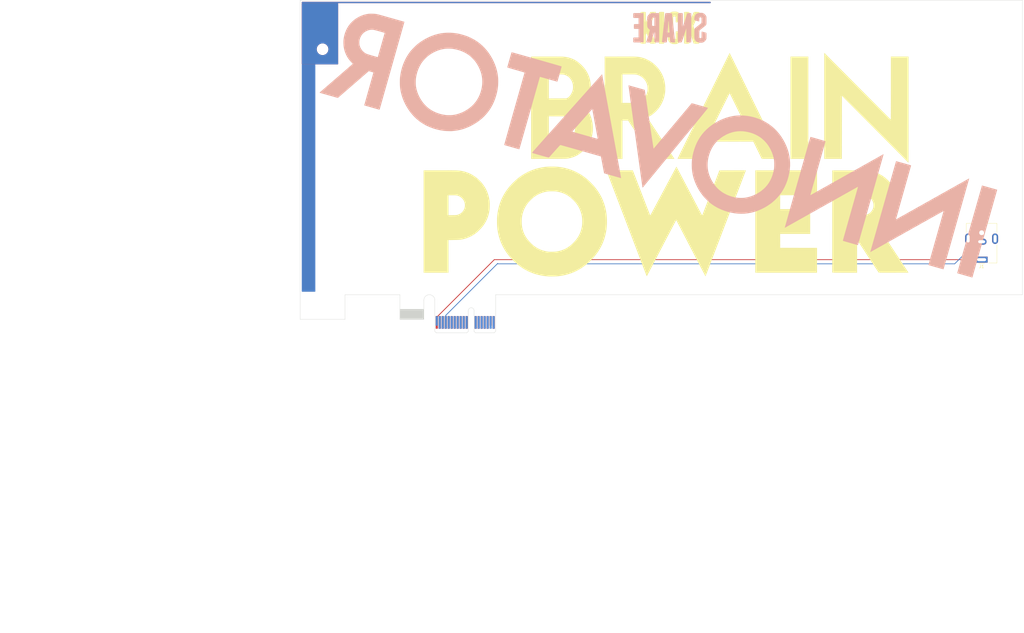
<source format=kicad_pcb>
(kicad_pcb (version 20171130) (host pcbnew "(5.1.2)-2")

  (general
    (thickness 1.6)
    (drawings 22)
    (tracks 9)
    (zones 0)
    (modules 8)
    (nets 22)
  )

  (page A4)
  (layers
    (0 F.Cu signal)
    (31 B.Cu signal)
    (32 B.Adhes user)
    (33 F.Adhes user)
    (34 B.Paste user)
    (35 F.Paste user)
    (36 B.SilkS user)
    (37 F.SilkS user)
    (38 B.Mask user)
    (39 F.Mask user)
    (40 Dwgs.User user)
    (41 Cmts.User user)
    (42 Eco1.User user)
    (43 Eco2.User user)
    (44 Edge.Cuts user)
    (45 Margin user)
    (46 B.CrtYd user)
    (47 F.CrtYd user)
    (48 B.Fab user)
    (49 F.Fab user)
  )

  (setup
    (last_trace_width 1)
    (trace_clearance 0.254)
    (zone_clearance 0.0144)
    (zone_45_only no)
    (trace_min 0.254)
    (via_size 0.889)
    (via_drill 0.635)
    (via_min_size 0.889)
    (via_min_drill 0.508)
    (uvia_size 0.508)
    (uvia_drill 0.127)
    (uvias_allowed no)
    (uvia_min_size 0.508)
    (uvia_min_drill 0.127)
    (edge_width 0.1)
    (segment_width 0.2)
    (pcb_text_width 0.3)
    (pcb_text_size 1.5 1.5)
    (mod_edge_width 0.15)
    (mod_text_size 1 1)
    (mod_text_width 0.15)
    (pad_size 3.3 2)
    (pad_drill 2.3)
    (pad_to_mask_clearance 0)
    (aux_axis_origin 0 0)
    (visible_elements 7FFFFF7F)
    (pcbplotparams
      (layerselection 0x0d0f0_ffffffff)
      (usegerberextensions false)
      (usegerberattributes false)
      (usegerberadvancedattributes false)
      (creategerberjobfile false)
      (excludeedgelayer true)
      (linewidth 0.100000)
      (plotframeref false)
      (viasonmask false)
      (mode 1)
      (useauxorigin false)
      (hpglpennumber 1)
      (hpglpenspeed 20)
      (hpglpendiameter 15.000000)
      (psnegative false)
      (psa4output false)
      (plotreference true)
      (plotvalue true)
      (plotinvisibletext false)
      (padsonsilk false)
      (subtractmaskfromsilk false)
      (outputformat 1)
      (mirror false)
      (drillshape 0)
      (scaleselection 1)
      (outputdirectory "GerberOutput/"))
  )

  (net 0 "")
  (net 1 WAKE#)
  (net 2 SMDAT)
  (net 3 SMCLK)
  (net 4 REFCLK-)
  (net 5 REFCLK+)
  (net 6 PRSNT2#)
  (net 7 PRSNT1#)
  (net 8 PET0_P)
  (net 9 PET0_N)
  (net 10 PERST#)
  (net 11 PER0_P)
  (net 12 PER0_N)
  (net 13 JTAG5)
  (net 14 JTAG4)
  (net 15 JTAG3)
  (net 16 JTAG2)
  (net 17 JTAG1)
  (net 18 GND)
  (net 19 3.3VAUX)
  (net 20 +12V)
  (net 21 +3.3V)

  (net_class Default "This is the default net class."
    (clearance 0.254)
    (trace_width 1)
    (via_dia 0.889)
    (via_drill 0.635)
    (uvia_dia 0.508)
    (uvia_drill 0.127)
    (diff_pair_width 0.254)
    (diff_pair_gap 0.25)
    (add_net +12V)
    (add_net +3.3V)
    (add_net 3.3VAUX)
    (add_net GND)
    (add_net PER0_N)
    (add_net PER0_P)
    (add_net PERST#)
    (add_net PET0_N)
    (add_net PET0_P)
    (add_net PRSNT1#)
    (add_net PRSNT2#)
    (add_net REFCLK+)
    (add_net REFCLK-)
    (add_net SMCLK)
    (add_net SMDAT)
    (add_net WAKE#)
  )

  (net_class JTAG[1..5] ""
    (clearance 0.254)
    (trace_width 1)
    (via_dia 0.889)
    (via_drill 0.635)
    (uvia_dia 0.508)
    (uvia_drill 0.127)
    (diff_pair_width 0.254)
    (diff_pair_gap 0.25)
    (add_net JTAG1)
    (add_net JTAG2)
    (add_net JTAG3)
    (add_net JTAG4)
    (add_net JTAG5)
  )

  (module "SVGs:BRAIN POWER" (layer F.Cu) (tedit 0) (tstamp 5DA4FAF3)
    (at 222.25 -156.21)
    (fp_text reference Ref** (at 0 0) (layer F.SilkS) hide
      (effects (font (size 1.27 1.27) (thickness 0.15)))
    )
    (fp_text value Val** (at 0 0) (layer F.SilkS) hide
      (effects (font (size 1.27 1.27) (thickness 0.15)))
    )
    (fp_poly (pts (xy 44.54525 -36.100036) (xy 47.519167 -36.089167) (xy 47.519167 -1.926167) (xy 44.54525 -1.915298)
      (xy 41.571334 -1.904428) (xy 41.571334 -36.110905) (xy 44.54525 -36.100036)) (layer F.SilkS) (width 0.01))
    (fp_poly (pts (xy 21.249356 -37.259102) (xy 21.305273 -37.149288) (xy 21.395426 -36.969109) (xy 21.51841 -36.721446)
      (xy 21.672819 -36.409182) (xy 21.857247 -36.035197) (xy 22.070287 -35.602375) (xy 22.310533 -35.113597)
      (xy 22.576579 -34.571746) (xy 22.867019 -33.979704) (xy 23.180447 -33.340352) (xy 23.515457 -32.656573)
      (xy 23.870643 -31.931249) (xy 24.244597 -31.167262) (xy 24.635915 -30.367494) (xy 25.04319 -29.534827)
      (xy 25.465016 -28.672143) (xy 25.899987 -27.782325) (xy 26.346696 -26.868254) (xy 26.803738 -25.932812)
      (xy 27.269706 -24.978882) (xy 27.743195 -24.009345) (xy 28.222797 -23.027085) (xy 28.707107 -22.034982)
      (xy 29.19472 -21.035919) (xy 29.684227 -20.032778) (xy 30.174224 -19.02844) (xy 30.663305 -18.025789)
      (xy 31.150063 -17.027707) (xy 31.633091 -16.037074) (xy 32.110985 -15.056774) (xy 32.582337 -14.089688)
      (xy 33.045742 -13.138699) (xy 33.499793 -12.206688) (xy 33.943085 -11.296539) (xy 34.37421 -10.411131)
      (xy 34.791764 -9.553349) (xy 35.194339 -8.726074) (xy 35.58053 -7.932188) (xy 35.948931 -7.174572)
      (xy 36.298135 -6.45611) (xy 36.626737 -5.779684) (xy 36.933329 -5.148174) (xy 37.216506 -4.564464)
      (xy 37.474862 -4.031436) (xy 37.706991 -3.551971) (xy 37.911487 -3.128952) (xy 38.086942 -2.76526)
      (xy 38.231952 -2.463779) (xy 38.34511 -2.227389) (xy 38.42501 -2.058974) (xy 38.470246 -1.961414)
      (xy 38.480578 -1.936489) (xy 38.43939 -1.931548) (xy 38.319995 -1.927116) (xy 38.128852 -1.923234)
      (xy 37.872419 -1.919944) (xy 37.557155 -1.917289) (xy 37.189519 -1.91531) (xy 36.775968 -1.91405)
      (xy 36.322961 -1.91355) (xy 35.836958 -1.913852) (xy 35.324416 -1.914998) (xy 35.222287 -1.915322)
      (xy 31.963575 -1.926167) (xy 30.553285 -4.804833) (xy 29.142995 -7.6835) (xy 21.2022 -7.694194)
      (xy 13.261404 -7.704887) (xy 11.818748 -4.804944) (xy 10.376093 -1.905) (xy 7.088517 -1.905)
      (xy 6.462092 -1.905249) (xy 5.915668 -1.906046) (xy 5.44458 -1.907466) (xy 5.044165 -1.909585)
      (xy 4.709759 -1.912479) (xy 4.436697 -1.916223) (xy 4.220315 -1.920893) (xy 4.055949 -1.926564)
      (xy 3.938935 -1.933312) (xy 3.864608 -1.941213) (xy 3.828305 -1.950342) (xy 3.82317 -1.957917)
      (xy 3.848995 -2.01292) (xy 3.910555 -2.140373) (xy 4.006432 -2.337399) (xy 4.13521 -2.601118)
      (xy 4.29547 -2.928654) (xy 4.485794 -3.317129) (xy 4.704766 -3.763663) (xy 4.950968 -4.26538)
      (xy 5.222982 -4.8194) (xy 5.519389 -5.422847) (xy 5.838774 -6.072842) (xy 6.179718 -6.766507)
      (xy 6.540804 -7.500964) (xy 6.920614 -8.273335) (xy 7.31773 -9.080742) (xy 7.730735 -9.920307)
      (xy 8.158211 -10.789152) (xy 8.598741 -11.684399) (xy 9.050906 -12.60317) (xy 9.513291 -13.542587)
      (xy 9.564406 -13.646426) (xy 16.171334 -13.646426) (xy 16.212799 -13.644488) (xy 16.333725 -13.642622)
      (xy 16.528904 -13.640844) (xy 16.793131 -13.63917) (xy 17.121199 -13.637615) (xy 17.507901 -13.636195)
      (xy 17.948031 -13.634926) (xy 18.436382 -13.633823) (xy 18.967749 -13.632902) (xy 19.536924 -13.632178)
      (xy 20.138701 -13.631668) (xy 20.767874 -13.631386) (xy 21.187834 -13.631333) (xy 21.831981 -13.631614)
      (xy 22.452108 -13.63243) (xy 23.043006 -13.633748) (xy 23.599471 -13.635533) (xy 24.116295 -13.637748)
      (xy 24.588272 -13.640359) (xy 25.010196 -13.643332) (xy 25.37686 -13.64663) (xy 25.683057 -13.650218)
      (xy 25.923582 -13.654062) (xy 26.093227 -13.658125) (xy 26.186787 -13.662374) (xy 26.204334 -13.66521)
      (xy 26.186167 -13.711662) (xy 26.13342 -13.828107) (xy 26.04872 -14.009174) (xy 25.934693 -14.249495)
      (xy 25.793966 -14.5437) (xy 25.629168 -14.886419) (xy 25.442925 -15.272282) (xy 25.237864 -15.695921)
      (xy 25.016612 -16.151966) (xy 24.781797 -16.635047) (xy 24.536046 -17.139794) (xy 24.281986 -17.660839)
      (xy 24.022245 -18.192811) (xy 23.759448 -18.730342) (xy 23.496225 -19.268061) (xy 23.235201 -19.800598)
      (xy 22.979004 -20.322586) (xy 22.730261 -20.828653) (xy 22.4916 -21.313431) (xy 22.265647 -21.77155)
      (xy 22.05503 -22.19764) (xy 21.862375 -22.586332) (xy 21.690311 -22.932256) (xy 21.541465 -23.230043)
      (xy 21.418462 -23.474323) (xy 21.323932 -23.659727) (xy 21.2605 -23.780885) (xy 21.230794 -23.832428)
      (xy 21.229034 -23.833886) (xy 21.207171 -23.795016) (xy 21.150473 -23.6856) (xy 21.061602 -23.511001)
      (xy 20.943221 -23.276583) (xy 20.797994 -22.98771) (xy 20.628583 -22.649745) (xy 20.43765 -22.268052)
      (xy 20.227859 -21.847995) (xy 20.001873 -21.394937) (xy 19.762354 -20.914241) (xy 19.511965 -20.411272)
      (xy 19.25337 -19.891394) (xy 18.98923 -19.359968) (xy 18.722209 -18.822361) (xy 18.45497 -18.283934)
      (xy 18.190175 -17.750052) (xy 17.930488 -17.226079) (xy 17.67857 -16.717377) (xy 17.437086 -16.229312)
      (xy 17.208698 -15.767245) (xy 16.996069 -15.336541) (xy 16.801861 -14.942564) (xy 16.628737 -14.590677)
      (xy 16.479361 -14.286244) (xy 16.356396 -14.034629) (xy 16.262503 -13.841195) (xy 16.200346 -13.711305)
      (xy 16.172588 -13.650324) (xy 16.171334 -13.646426) (xy 9.564406 -13.646426) (xy 9.984476 -14.499772)
      (xy 10.463044 -15.471846) (xy 10.947578 -16.455932) (xy 11.436661 -17.449153) (xy 11.928873 -18.448628)
      (xy 12.422799 -19.451482) (xy 12.91702 -20.454835) (xy 13.410118 -21.45581) (xy 13.900677 -22.451529)
      (xy 14.387278 -23.439113) (xy 14.868504 -24.415685) (xy 15.342938 -25.378367) (xy 15.809161 -26.32428)
      (xy 16.265756 -27.250547) (xy 16.711306 -28.154289) (xy 17.144393 -29.032629) (xy 17.563599 -29.882688)
      (xy 17.967506 -30.701589) (xy 18.354698 -31.486453) (xy 18.723757 -32.234403) (xy 19.073264 -32.94256)
      (xy 19.401803 -33.608046) (xy 19.707956 -34.227984) (xy 19.990305 -34.799495) (xy 20.247432 -35.319702)
      (xy 20.47792 -35.785725) (xy 20.680352 -36.194688) (xy 20.85331 -36.543712) (xy 20.995375 -36.82992)
      (xy 21.105132 -37.050432) (xy 21.181161 -37.202372) (xy 21.222046 -37.282861) (xy 21.229083 -37.295667)
      (xy 21.249356 -37.259102)) (layer F.SilkS) (width 0.01))
    (fp_poly (pts (xy -12.69682 -36.1039) (xy -12.128869 -36.101221) (xy -11.620261 -36.096754) (xy -11.165931 -36.090252)
      (xy -10.760813 -36.081467) (xy -10.399844 -36.070153) (xy -10.077959 -36.056062) (xy -9.790093 -36.038946)
      (xy -9.531182 -36.018559) (xy -9.296162 -35.994654) (xy -9.079967 -35.966982) (xy -8.877533 -35.935297)
      (xy -8.683796 -35.899352) (xy -8.493692 -35.858899) (xy -8.302154 -35.813691) (xy -8.10412 -35.76348)
      (xy -7.960358 -35.725607) (xy -7.137854 -35.463567) (xy -6.336433 -35.123432) (xy -5.561639 -34.710338)
      (xy -4.819016 -34.229418) (xy -4.114108 -33.685806) (xy -3.452458 -33.084638) (xy -2.839612 -32.431046)
      (xy -2.281111 -31.730166) (xy -1.782501 -30.987131) (xy -1.349326 -30.207076) (xy -0.987129 -29.395135)
      (xy -0.912171 -29.198246) (xy -0.649997 -28.372293) (xy -0.454372 -27.506041) (xy -0.326277 -26.612757)
      (xy -0.266694 -25.705709) (xy -0.276605 -24.798164) (xy -0.35699 -23.903389) (xy -0.469853 -23.219833)
      (xy -0.688129 -22.333224) (xy -0.980501 -21.472458) (xy -1.342994 -20.642898) (xy -1.771637 -19.849904)
      (xy -2.262455 -19.098839) (xy -2.811477 -18.395064) (xy -3.414729 -17.74394) (xy -4.068239 -17.150829)
      (xy -4.768033 -16.621092) (xy -5.510139 -16.160091) (xy -5.825399 -15.992352) (xy -5.996491 -15.901561)
      (xy -6.133687 -15.820972) (xy -6.222687 -15.75954) (xy -6.249483 -15.726833) (xy -6.224938 -15.687721)
      (xy -6.156104 -15.581306) (xy -6.045227 -15.411014) (xy -5.894556 -15.180271) (xy -5.706337 -14.892504)
      (xy -5.482817 -14.55114) (xy -5.226245 -14.159605) (xy -4.938868 -13.721325) (xy -4.622932 -13.239728)
      (xy -4.280686 -12.718239) (xy -3.914377 -12.160286) (xy -3.526253 -11.569294) (xy -3.11856 -10.948691)
      (xy -2.693546 -10.301902) (xy -2.253459 -9.632354) (xy -1.800546 -8.943474) (xy -1.719652 -8.820452)
      (xy -1.264934 -8.128819) (xy -0.822797 -7.456065) (xy -0.395478 -6.805606) (xy 0.014786 -6.180856)
      (xy 0.405756 -5.585232) (xy 0.775197 -5.022148) (xy 1.12087 -4.495019) (xy 1.440539 -4.00726)
      (xy 1.731965 -3.562287) (xy 1.992913 -3.163514) (xy 2.221143 -2.814357) (xy 2.41442 -2.51823)
      (xy 2.570505 -2.278549) (xy 2.687162 -2.098729) (xy 2.762152 -1.982185) (xy 2.79324 -1.932333)
      (xy 2.794 -1.930702) (xy 2.752701 -1.926782) (xy 2.632942 -1.923043) (xy 2.440929 -1.919532)
      (xy 2.182868 -1.916293) (xy 1.864967 -1.913372) (xy 1.49343 -1.910813) (xy 1.074464 -1.908663)
      (xy 0.614277 -1.906966) (xy 0.119073 -1.905768) (xy -0.404941 -1.905113) (xy -0.736321 -1.905)
      (xy -4.266643 -1.905) (xy -12.678833 -14.72771) (xy -13.62075 -14.729855) (xy -14.562666 -14.732)
      (xy -14.562666 -1.905) (xy -17.527328 -1.905) (xy -18.124043 -1.905296) (xy -18.640991 -1.906242)
      (xy -19.083071 -1.907924) (xy -19.45518 -1.910429) (xy -19.762216 -1.913844) (xy -20.009078 -1.918257)
      (xy -20.200664 -1.923753) (xy -20.341871 -1.93042) (xy -20.437599 -1.938344) (xy -20.492744 -1.947613)
      (xy -20.512074 -1.957917) (xy -20.513458 -2.003524) (xy -20.514764 -2.130962) (xy -20.515992 -2.337392)
      (xy -20.517138 -2.619979) (xy -20.518202 -2.975886) (xy -20.519183 -3.402276) (xy -20.520078 -3.896313)
      (xy -20.520887 -4.455159) (xy -20.521607 -5.075978) (xy -20.522237 -5.755934) (xy -20.522776 -6.492189)
      (xy -20.523222 -7.281906) (xy -20.523574 -8.12225) (xy -20.52383 -9.010384) (xy -20.523988 -9.94347)
      (xy -20.524046 -10.918672) (xy -20.524005 -11.933154) (xy -20.523861 -12.984078) (xy -20.523613 -14.068608)
      (xy -20.523261 -15.183908) (xy -20.522801 -16.32714) (xy -20.522233 -17.495467) (xy -20.521556 -18.686054)
      (xy -20.521329 -19.05) (xy -20.514281 -30.141333) (xy -14.562666 -30.141333) (xy -14.562666 -20.616333)
      (xy -12.683319 -20.616333) (xy -12.273823 -20.617342) (xy -11.87509 -20.620224) (xy -11.498414 -20.624763)
      (xy -11.155091 -20.630745) (xy -10.856416 -20.637954) (xy -10.613685 -20.646175) (xy -10.438193 -20.655192)
      (xy -10.3751 -20.660344) (xy -9.758204 -20.764602) (xy -9.172134 -20.944738) (xy -8.622149 -21.195915)
      (xy -8.113507 -21.513298) (xy -7.651468 -21.892049) (xy -7.241288 -22.327333) (xy -6.888228 -22.814315)
      (xy -6.597544 -23.348157) (xy -6.374495 -23.924023) (xy -6.237572 -24.465658) (xy -6.194667 -24.7767)
      (xy -6.172056 -25.138981) (xy -6.169705 -25.521548) (xy -6.187584 -25.893451) (xy -6.225659 -26.223736)
      (xy -6.239484 -26.302208) (xy -6.395974 -26.89825) (xy -6.627011 -27.465121) (xy -6.926682 -27.995973)
      (xy -7.289074 -28.483958) (xy -7.708274 -28.922228) (xy -8.178371 -29.303935) (xy -8.69345 -29.622232)
      (xy -9.2476 -29.87027) (xy -9.352244 -29.907336) (xy -9.503628 -29.957543) (xy -9.644249 -30.000026)
      (xy -9.782613 -30.035426) (xy -9.927226 -30.064387) (xy -10.086591 -30.087551) (xy -10.269214 -30.105559)
      (xy -10.483601 -30.119054) (xy -10.738256 -30.128679) (xy -11.041684 -30.135076) (xy -11.40239 -30.138887)
      (xy -11.82888 -30.140754) (xy -12.329658 -30.14132) (xy -12.450676 -30.141333) (xy -14.562666 -30.141333)
      (xy -20.514281 -30.141333) (xy -20.5105 -36.089167) (xy -15.663333 -36.101682) (xy -14.807369 -36.103682)
      (xy -14.031005 -36.104883) (xy -13.329177 -36.105038) (xy -12.69682 -36.1039)) (layer F.SilkS) (width 0.01))
    (fp_poly (pts (xy -40.015583 -36.110231) (xy -39.259315 -36.109842) (xy -38.539899 -36.108732) (xy -37.861793 -36.106932)
      (xy -37.229458 -36.104478) (xy -36.647353 -36.101404) (xy -36.119938 -36.097743) (xy -35.651673 -36.09353)
      (xy -35.247017 -36.088798) (xy -34.910431 -36.083582) (xy -34.646374 -36.077915) (xy -34.459305 -36.071832)
      (xy -34.374666 -36.067204) (xy -33.473236 -35.962743) (xy -32.613122 -35.786964) (xy -31.790959 -35.538253)
      (xy -31.003381 -35.214998) (xy -30.247024 -34.815585) (xy -29.51852 -34.3384) (xy -28.814504 -33.78183)
      (xy -28.131611 -33.144263) (xy -28.0035 -33.013347) (xy -27.372153 -32.302788) (xy -26.819544 -31.561103)
      (xy -26.345672 -30.788289) (xy -25.950536 -29.984348) (xy -25.634137 -29.149277) (xy -25.396473 -28.283075)
      (xy -25.237545 -27.385743) (xy -25.157352 -26.457278) (xy -25.146775 -25.950593) (xy -25.161224 -25.386324)
      (xy -25.20609 -24.863824) (xy -25.285619 -24.364062) (xy -25.404059 -23.868006) (xy -25.565657 -23.356626)
      (xy -25.774659 -22.81089) (xy -25.927404 -22.452626) (xy -26.297082 -21.697299) (xy -26.70977 -21.013154)
      (xy -27.164785 -20.401256) (xy -27.453026 -20.074337) (xy -27.767395 -19.740161) (xy -27.404206 -19.448069)
      (xy -26.895375 -18.985795) (xy -26.428458 -18.452608) (xy -26.005196 -17.852125) (xy -25.62733 -17.187962)
      (xy -25.296602 -16.463736) (xy -25.014754 -15.683064) (xy -24.783526 -14.849562) (xy -24.60466 -13.966846)
      (xy -24.532069 -13.483167) (xy -24.498481 -13.149497) (xy -24.476199 -12.755889) (xy -24.465228 -12.326314)
      (xy -24.465576 -11.884743) (xy -24.477249 -11.455147) (xy -24.500254 -11.061497) (xy -24.531308 -10.752667)
      (xy -24.690992 -9.83025) (xy -24.927129 -8.944066) (xy -25.239515 -8.094553) (xy -25.627945 -7.28215)
      (xy -26.092212 -6.507296) (xy -26.632113 -5.77043) (xy -27.125866 -5.200502) (xy -27.76001 -4.558606)
      (xy -28.395983 -3.996632) (xy -29.042067 -3.510083) (xy -29.706546 -3.094463) (xy -30.397703 -2.745272)
      (xy -31.123823 -2.458015) (xy -31.893187 -2.228193) (xy -32.714081 -2.051309) (xy -33.02 -2.000314)
      (xy -33.091089 -1.990451) (xy -33.173774 -1.981509) (xy -33.272469 -1.973429) (xy -33.391591 -1.966152)
      (xy -33.535554 -1.959618) (xy -33.708773 -1.953768) (xy -33.915665 -1.948544) (xy -34.160644 -1.943885)
      (xy -34.448126 -1.939732) (xy -34.782525 -1.936027) (xy -35.168259 -1.93271) (xy -35.609741 -1.929722)
      (xy -36.111387 -1.927003) (xy -36.677612 -1.924494) (xy -37.312832 -1.922137) (xy -38.021462 -1.919872)
      (xy -38.807917 -1.917639) (xy -39.27475 -1.916404) (xy -45.085 -1.901359) (xy -45.085 -7.874)
      (xy -39.158333 -7.874) (xy -36.541441 -7.874) (xy -35.955863 -7.87476) (xy -35.427414 -7.877)
      (xy -34.960008 -7.880659) (xy -34.557556 -7.885676) (xy -34.223972 -7.891991) (xy -33.963168 -7.899542)
      (xy -33.779057 -7.90827) (xy -33.675551 -7.918114) (xy -33.673358 -7.918492) (xy -33.122023 -8.057576)
      (xy -32.607271 -8.270565) (xy -32.133884 -8.552896) (xy -31.706646 -8.900004) (xy -31.330342 -9.307327)
      (xy -31.009753 -9.770301) (xy -30.749664 -10.284362) (xy -30.554858 -10.844948) (xy -30.53736 -10.910259)
      (xy -30.460717 -11.295424) (xy -30.414206 -11.727601) (xy -30.399159 -12.17418) (xy -30.41691 -12.602555)
      (xy -30.455582 -12.910012) (xy -30.570172 -13.420408) (xy -30.730305 -13.914304) (xy -30.93008 -14.381879)
      (xy -31.163597 -14.813316) (xy -31.424953 -15.198793) (xy -31.708248 -15.528491) (xy -32.007581 -15.792591)
      (xy -32.294821 -15.970548) (xy -32.573655 -16.107833) (xy -35.865994 -16.119177) (xy -39.158333 -16.13052)
      (xy -39.158333 -7.874) (xy -45.085 -7.874) (xy -45.085 -30.141333) (xy -39.158333 -30.141333)
      (xy -39.158333 -22.095768) (xy -36.22581 -22.107467) (xy -33.293288 -22.119167) (xy -33.00958 -22.25886)
      (xy -32.6801 -22.463196) (xy -32.362477 -22.74065) (xy -32.063903 -23.079804) (xy -31.791567 -23.469238)
      (xy -31.55266 -23.897533) (xy -31.354372 -24.353269) (xy -31.203894 -24.825028) (xy -31.11268 -25.271399)
      (xy -31.085204 -25.574325) (xy -31.079991 -25.927388) (xy -31.095535 -26.299467) (xy -31.130325 -26.659438)
      (xy -31.182855 -26.976179) (xy -31.198642 -27.045204) (xy -31.372477 -27.597371) (xy -31.611758 -28.112764)
      (xy -31.910566 -28.584277) (xy -32.26298 -29.004803) (xy -32.66308 -29.367238) (xy -33.104947 -29.664474)
      (xy -33.561504 -29.881334) (xy -33.703391 -29.934711) (xy -33.836005 -29.980253) (xy -33.967249 -30.01858)
      (xy -34.105023 -30.050311) (xy -34.257229 -30.076066) (xy -34.431769 -30.096465) (xy -34.636545 -30.112127)
      (xy -34.879457 -30.123673) (xy -35.168407 -30.131721) (xy -35.511297 -30.136891) (xy -35.916028 -30.139803)
      (xy -36.390502 -30.141076) (xy -36.87701 -30.141334) (xy -39.158333 -30.141333) (xy -45.085 -30.141333)
      (xy -45.085 -36.110333) (xy -40.015583 -36.110231)) (layer F.SilkS) (width 0.01))
    (fp_poly (pts (xy 55.177004 -35.009619) (xy 55.406809 -34.779246) (xy 55.693051 -34.492075) (xy 56.032485 -34.151366)
      (xy 56.421869 -33.760378) (xy 56.857959 -33.322372) (xy 57.337514 -32.840606) (xy 57.857289 -32.318342)
      (xy 58.414043 -31.758839) (xy 59.004532 -31.165356) (xy 59.625513 -30.541153) (xy 60.273743 -29.889491)
      (xy 60.94598 -29.213628) (xy 61.638981 -28.516825) (xy 62.349502 -27.802341) (xy 63.074301 -27.073437)
      (xy 63.810135 -26.333372) (xy 64.55376 -25.585405) (xy 65.301935 -24.832797) (xy 66.051416 -24.078807)
      (xy 66.274037 -23.854833) (xy 66.993129 -23.131438) (xy 67.696854 -22.423653) (xy 68.382867 -21.733831)
      (xy 69.048823 -21.064325) (xy 69.692375 -20.41749) (xy 70.31118 -19.795678) (xy 70.902892 -19.201242)
      (xy 71.465167 -18.636537) (xy 71.995658 -18.103914) (xy 72.492021 -17.605729) (xy 72.95191 -17.144333)
      (xy 73.372982 -16.722081) (xy 73.75289 -16.341325) (xy 74.089289 -16.004419) (xy 74.379834 -15.713716)
      (xy 74.622181 -15.47157) (xy 74.813984 -15.280334) (xy 74.952897 -15.142361) (xy 75.036577 -15.060005)
      (xy 75.0627 -15.035389) (xy 75.066063 -15.07585) (xy 75.069333 -15.197614) (xy 75.072497 -15.397318)
      (xy 75.075543 -15.6716) (xy 75.078461 -16.017095) (xy 75.081238 -16.430441) (xy 75.083863 -16.908275)
      (xy 75.086323 -17.447233) (xy 75.088608 -18.043953) (xy 75.090705 -18.69507) (xy 75.092604 -19.397223)
      (xy 75.094291 -20.147047) (xy 75.095756 -20.941179) (xy 75.096986 -21.776257) (xy 75.097971 -22.648918)
      (xy 75.098698 -23.555797) (xy 75.099155 -24.493532) (xy 75.099332 -25.458759) (xy 75.099334 -25.565806)
      (xy 75.099334 -36.110333) (xy 80.983667 -36.110333) (xy 80.983667 -18.372667) (xy 80.983642 -17.152007)
      (xy 80.983568 -15.952949) (xy 80.983447 -14.778261) (xy 80.98328 -13.630711) (xy 80.98307 -12.513066)
      (xy 80.982817 -11.428096) (xy 80.982524 -10.378566) (xy 80.982191 -9.367247) (xy 80.981822 -8.396904)
      (xy 80.981416 -7.470307) (xy 80.980977 -6.590224) (xy 80.980506 -5.759422) (xy 80.980003 -4.980669)
      (xy 80.979472 -4.256733) (xy 80.978913 -3.590382) (xy 80.978329 -2.984384) (xy 80.97772 -2.441507)
      (xy 80.977089 -1.964519) (xy 80.976437 -1.556188) (xy 80.975766 -1.219282) (xy 80.975078 -0.956568)
      (xy 80.974374 -0.770816) (xy 80.973656 -0.664791) (xy 80.973084 -0.639221) (xy 80.942806 -0.669208)
      (xy 80.854914 -0.75716) (xy 80.711481 -0.900991) (xy 80.514579 -1.098618) (xy 80.266283 -1.347956)
      (xy 79.968664 -1.64692) (xy 79.623798 -1.993428) (xy 79.233756 -2.385393) (xy 78.800612 -2.820733)
      (xy 78.326439 -3.297362) (xy 77.813311 -3.813197) (xy 77.2633 -4.366153) (xy 76.678481 -4.954146)
      (xy 76.060925 -5.575091) (xy 75.412707 -6.226905) (xy 74.735899 -6.907502) (xy 74.032576 -7.614799)
      (xy 73.304809 -8.346712) (xy 72.554673 -9.101156) (xy 71.78424 -9.876046) (xy 70.995585 -10.669299)
      (xy 70.190779 -11.478831) (xy 69.85 -11.821621) (xy 58.7375 -22.999799) (xy 58.726833 -12.4524)
      (xy 58.716166 -1.905) (xy 52.832 -1.905) (xy 52.832 -37.359072) (xy 55.177004 -35.009619)) (layer F.SilkS) (width 0.01))
    (fp_poly (pts (xy 62.048674 1.926337) (xy 62.823816 1.926874) (xy 63.522225 1.927812) (xy 64.147869 1.929189)
      (xy 64.704713 1.931041) (xy 65.196726 1.933403) (xy 65.627874 1.936313) (xy 66.002124 1.939806)
      (xy 66.323442 1.943919) (xy 66.595796 1.948687) (xy 66.823151 1.954148) (xy 67.009476 1.960338)
      (xy 67.158737 1.967292) (xy 67.2749 1.975048) (xy 67.352334 1.982499) (xy 68.338956 2.135966)
      (xy 69.285806 2.363795) (xy 70.194332 2.666693) (xy 71.065986 3.045369) (xy 71.902216 3.50053)
      (xy 72.704473 4.032883) (xy 73.474205 4.643137) (xy 74.210832 5.329953) (xy 74.736848 5.884332)
      (xy 75.196601 6.425394) (xy 75.602711 6.970574) (xy 75.967799 7.537306) (xy 76.304487 8.143024)
      (xy 76.435525 8.403167) (xy 76.774694 9.154336) (xy 77.048147 9.896665) (xy 77.263748 10.655345)
      (xy 77.429366 11.455564) (xy 77.473369 11.726333) (xy 77.517627 12.084404) (xy 77.552236 12.502538)
      (xy 77.576495 12.956607) (xy 77.589705 13.42248) (xy 77.591164 13.876028) (xy 77.580172 14.293123)
      (xy 77.557725 14.631851) (xy 77.427556 15.608829) (xy 77.2223 16.550456) (xy 76.940482 17.460479)
      (xy 76.580627 18.342645) (xy 76.141261 19.200703) (xy 75.62091 20.038399) (xy 75.199706 20.625209)
      (xy 75.00584 20.864583) (xy 74.761406 21.141364) (xy 74.480586 21.441471) (xy 74.177562 21.750823)
      (xy 73.866516 22.05534) (xy 73.56163 22.340941) (xy 73.277085 22.593545) (xy 73.027064 22.799072)
      (xy 72.955293 22.853614) (xy 72.483419 23.203155) (xy 76.730823 29.646161) (xy 80.978226 36.089167)
      (xy 76.019051 36.099926) (xy 75.237148 36.101454) (xy 74.536036 36.102444) (xy 73.91184 36.102863)
      (xy 73.360685 36.102678) (xy 72.878697 36.101855) (xy 72.462002 36.100364) (xy 72.106725 36.09817)
      (xy 71.80899 36.095241) (xy 71.564925 36.091545) (xy 71.370653 36.087048) (xy 71.222301 36.081718)
      (xy 71.115994 36.075522) (xy 71.047858 36.068427) (xy 71.014017 36.060401) (xy 71.009763 36.057592)
      (xy 70.981148 36.016733) (xy 70.908603 35.909024) (xy 70.794705 35.738367) (xy 70.642032 35.50866)
      (xy 70.453159 35.223806) (xy 70.230666 34.887703) (xy 69.977129 34.504252) (xy 69.695125 34.077353)
      (xy 69.387231 33.610907) (xy 69.056026 33.108814) (xy 68.704085 32.574974) (xy 68.333987 32.013287)
      (xy 67.948309 31.427654) (xy 67.549627 30.821974) (xy 67.436024 30.649333) (xy 67.034031 30.038559)
      (xy 66.644226 29.446636) (xy 66.269193 28.877474) (xy 65.911517 28.334981) (xy 65.573783 27.823066)
      (xy 65.258575 27.345639) (xy 64.968478 26.906609) (xy 64.706076 26.509884) (xy 64.473954 26.159374)
      (xy 64.274696 25.858988) (xy 64.110887 25.612635) (xy 63.985112 25.424224) (xy 63.899955 25.297665)
      (xy 63.858 25.236865) (xy 63.854366 25.232178) (xy 63.845829 25.233005) (xy 63.838145 25.257309)
      (xy 63.831271 25.309055) (xy 63.825167 25.392209) (xy 63.819788 25.510736) (xy 63.815092 25.668602)
      (xy 63.811037 25.869772) (xy 63.80758 26.118211) (xy 63.804679 26.417884) (xy 63.802291 26.772758)
      (xy 63.800373 27.186796) (xy 63.798883 27.663965) (xy 63.797779 28.208229) (xy 63.797017 28.823555)
      (xy 63.796556 29.513907) (xy 63.796352 30.28325) (xy 63.796334 30.640262) (xy 63.796334 36.110333)
      (xy 59.667505 36.110333) (xy 58.957528 36.110128) (xy 58.328033 36.109479) (xy 57.774835 36.10833)
      (xy 57.293751 36.10663) (xy 56.880596 36.104325) (xy 56.531186 36.101361) (xy 56.241337 36.097685)
      (xy 56.006864 36.093244) (xy 55.823585 36.087984) (xy 55.687313 36.081852) (xy 55.593866 36.074795)
      (xy 55.53906 36.066759) (xy 55.518709 36.057691) (xy 55.518592 36.057417) (xy 55.517209 36.011809)
      (xy 55.515902 35.884372) (xy 55.514675 35.677941) (xy 55.513529 35.395354) (xy 55.512464 35.039447)
      (xy 55.511484 34.613057) (xy 55.510588 34.11902) (xy 55.50978 33.560174) (xy 55.50906 32.939355)
      (xy 55.508429 32.2594) (xy 55.50789 31.523145) (xy 55.507444 30.733427) (xy 55.507093 29.893083)
      (xy 55.506837 29.004949) (xy 55.506679 28.071863) (xy 55.50662 27.096661) (xy 55.506662 26.082179)
      (xy 55.506806 25.031255) (xy 55.507053 23.946725) (xy 55.507406 22.831426) (xy 55.507865 21.688194)
      (xy 55.508433 20.519866) (xy 55.509111 19.329279) (xy 55.509338 18.965333) (xy 55.512788 13.536106)
      (xy 63.796334 13.536106) (xy 63.796687 14.057122) (xy 63.797712 14.553519) (xy 63.799352 15.018803)
      (xy 63.801552 15.446479) (xy 63.804258 15.830054) (xy 63.807415 16.163033) (xy 63.810966 16.438922)
      (xy 63.814858 16.651226) (xy 63.819035 16.793453) (xy 63.823441 16.859106) (xy 63.824556 16.862778)
      (xy 63.875824 16.872693) (xy 63.998736 16.880257) (xy 64.180303 16.885544) (xy 64.407538 16.888629)
      (xy 64.667452 16.889589) (xy 64.947056 16.888498) (xy 65.233364 16.885433) (xy 65.513386 16.880467)
      (xy 65.774135 16.873678) (xy 66.002622 16.86514) (xy 66.185858 16.854928) (xy 66.262727 16.848618)
      (xy 66.727456 16.779592) (xy 67.14266 16.662984) (xy 67.534528 16.489109) (xy 67.929248 16.24828)
      (xy 67.978869 16.213846) (xy 68.317246 15.929407) (xy 68.624193 15.578696) (xy 68.888127 15.17775)
      (xy 69.097468 14.742603) (xy 69.156158 14.583833) (xy 69.243113 14.238867) (xy 69.290615 13.84769)
      (xy 69.297623 13.439544) (xy 69.263097 13.043668) (xy 69.219169 12.812118) (xy 69.063805 12.337807)
      (xy 68.833751 11.887703) (xy 68.537907 11.472541) (xy 68.185172 11.103054) (xy 67.784444 10.789976)
      (xy 67.344622 10.544043) (xy 67.335449 10.539865) (xy 67.180749 10.471248) (xy 67.04243 10.415524)
      (xy 66.909245 10.371208) (xy 66.769948 10.336818) (xy 66.613294 10.310871) (xy 66.428037 10.291883)
      (xy 66.202931 10.278371) (xy 65.92673 10.268853) (xy 65.588189 10.261844) (xy 65.18275 10.25595)
      (xy 63.796334 10.237656) (xy 63.796334 13.536106) (xy 55.512788 13.536106) (xy 55.520167 1.926167)
      (xy 61.192834 1.926167) (xy 62.048674 1.926337)) (layer F.SilkS) (width 0.01))
    (fp_poly (pts (xy 50.419 10.202049) (xy 44.270084 10.212774) (xy 38.121167 10.2235) (xy 38.099277 14.859)
      (xy 48.133 14.859) (xy 48.133 23.156333) (xy 38.099277 23.156333) (xy 38.121167 27.791833)
      (xy 44.270084 27.802559) (xy 50.419 27.813284) (xy 50.419 36.110333) (xy 29.802667 36.110333)
      (xy 29.802667 1.905) (xy 50.419 1.905) (xy 50.419 10.202049)) (layer F.SilkS) (width 0.01))
    (fp_poly (pts (xy -75.59675 1.905371) (xy -74.749898 1.905577) (xy -73.982849 1.906147) (xy -73.290739 1.9072)
      (xy -72.668703 1.908853) (xy -72.111878 1.911221) (xy -71.615399 1.914422) (xy -71.174403 1.918572)
      (xy -70.784026 1.923789) (xy -70.439404 1.930189) (xy -70.135674 1.937889) (xy -69.86797 1.947006)
      (xy -69.631429 1.957657) (xy -69.421188 1.969957) (xy -69.232383 1.984025) (xy -69.060148 1.999977)
      (xy -68.899622 2.01793) (xy -68.745939 2.038) (xy -68.594235 2.060305) (xy -68.495333 2.075904)
      (xy -67.557448 2.269356) (xy -66.645323 2.542584) (xy -65.761672 2.893897) (xy -64.909206 3.3216)
      (xy -64.090637 3.824003) (xy -63.308679 4.399412) (xy -62.566042 5.046134) (xy -61.865439 5.762478)
      (xy -61.209583 6.546751) (xy -61.099077 6.691565) (xy -60.572529 7.461271) (xy -60.113947 8.279986)
      (xy -59.724532 9.14465) (xy -59.405484 10.052205) (xy -59.158004 10.999592) (xy -58.983294 11.983753)
      (xy -58.964178 12.1285) (xy -58.940118 12.385968) (xy -58.923099 12.708721) (xy -58.912992 13.077678)
      (xy -58.909668 13.473763) (xy -58.912997 13.877896) (xy -58.92285 14.270998) (xy -58.939097 14.633992)
      (xy -58.96161 14.947799) (xy -58.984696 15.155333) (xy -59.143016 16.079398) (xy -59.355509 16.946247)
      (xy -59.626949 17.767425) (xy -59.96211 18.55448) (xy -60.365767 19.318957) (xy -60.842693 20.072402)
      (xy -61.251574 20.637495) (xy -61.423679 20.849497) (xy -61.646391 21.102588) (xy -61.905948 21.38285)
      (xy -62.18859 21.67637) (xy -62.480558 21.96923) (xy -62.76809 22.247514) (xy -63.037428 22.497307)
      (xy -63.274809 22.704692) (xy -63.381355 22.791393) (xy -64.178141 23.36518) (xy -65.012453 23.863128)
      (xy -65.883389 24.284802) (xy -66.790044 24.62977) (xy -67.731518 24.897597) (xy -67.796833 24.91301)
      (xy -68.055426 24.970968) (xy -68.297459 25.019379) (xy -68.534327 25.0592) (xy -68.777423 25.09139)
      (xy -69.038142 25.116906) (xy -69.327878 25.136705) (xy -69.658026 25.151746) (xy -70.039979 25.162987)
      (xy -70.485133 25.171383) (xy -70.940083 25.177202) (xy -72.686333 25.196229) (xy -72.686333 36.110333)
      (xy -80.983666 36.110333) (xy -80.983666 10.244667) (xy -72.686333 10.244667) (xy -72.686333 16.901843)
      (xy -71.363416 16.879988) (xy -70.982212 16.873172) (xy -70.674385 16.866152) (xy -70.428648 16.858169)
      (xy -70.233713 16.848463) (xy -70.078293 16.836277) (xy -69.9511 16.820851) (xy -69.840846 16.801427)
      (xy -69.736245 16.777246) (xy -69.701833 16.768303) (xy -69.334834 16.647363) (xy -68.966163 16.483474)
      (xy -68.628025 16.292205) (xy -68.431833 16.154343) (xy -68.136897 15.883036) (xy -67.859656 15.550171)
      (xy -67.615301 15.178819) (xy -67.419019 14.792052) (xy -67.28641 14.4145) (xy -67.224172 14.085138)
      (xy -67.194107 13.715089) (xy -67.197303 13.341604) (xy -67.234848 13.00193) (xy -67.243782 12.954849)
      (xy -67.375706 12.468268) (xy -67.567491 12.032217) (xy -67.827426 11.631272) (xy -68.155412 11.258402)
      (xy -68.479335 10.962184) (xy -68.799802 10.731695) (xy -69.138929 10.55195) (xy -69.292947 10.487714)
      (xy -69.472655 10.42156) (xy -69.643409 10.368377) (xy -69.817379 10.326802) (xy -70.006732 10.295472)
      (xy -70.223638 10.273024) (xy -70.480265 10.258093) (xy -70.788781 10.249318) (xy -71.161357 10.245334)
      (xy -71.46239 10.244667) (xy -72.686333 10.244667) (xy -80.983666 10.244667) (xy -80.983666 1.905)
      (xy -75.59675 1.905371)) (layer F.SilkS) (width 0.01))
    (fp_poly (pts (xy 3.481898 0.725848) (xy 3.541763 0.833541) (xy 3.637224 1.00949) (xy 3.766487 1.250294)
      (xy 3.927757 1.552554) (xy 4.11924 1.912872) (xy 4.339143 2.327847) (xy 4.58567 2.794081)
      (xy 4.857029 3.308174) (xy 5.151424 3.866726) (xy 5.467063 4.466339) (xy 5.802149 5.103612)
      (xy 6.154891 5.775148) (xy 6.523493 6.477545) (xy 6.906162 7.207406) (xy 7.301102 7.96133)
      (xy 7.706521 8.735918) (xy 7.76725 8.852003) (xy 8.249723 9.774269) (xy 8.694531 10.624384)
      (xy 9.103225 11.405234) (xy 9.477357 12.119706) (xy 9.818479 12.770685) (xy 10.128143 13.361058)
      (xy 10.4079 13.893709) (xy 10.659303 14.371525) (xy 10.883902 14.797393) (xy 11.083251 15.174197)
      (xy 11.258899 15.504824) (xy 11.4124 15.79216) (xy 11.545305 16.03909) (xy 11.659165 16.248501)
      (xy 11.755533 16.423279) (xy 11.83596 16.566309) (xy 11.901998 16.680477) (xy 11.955198 16.76867)
      (xy 11.997113 16.833773) (xy 12.029294 16.878672) (xy 12.053293 16.906253) (xy 12.070662 16.919403)
      (xy 12.082951 16.921006) (xy 12.091715 16.913949) (xy 12.097016 16.90447) (xy 12.117545 16.853183)
      (xy 12.166704 16.726723) (xy 12.242981 16.529038) (xy 12.344868 16.264077) (xy 12.470853 15.935787)
      (xy 12.619428 15.548116) (xy 12.789082 15.105013) (xy 12.978305 14.610425) (xy 13.185587 14.0683)
      (xy 13.409418 13.482586) (xy 13.648288 12.857232) (xy 13.900688 12.196185) (xy 14.165106 11.503393)
      (xy 14.440033 10.782804) (xy 14.723959 10.038367) (xy 14.984254 9.355667) (xy 17.816476 1.926167)
      (xy 22.241429 1.915388) (xy 26.666382 1.90461) (xy 26.609322 2.063555) (xy 26.580635 2.14104)
      (xy 26.523475 2.293109) (xy 26.439011 2.516698) (xy 26.328411 2.808743) (xy 26.192844 3.16618)
      (xy 26.033478 3.585946) (xy 25.851481 4.064976) (xy 25.648021 4.600207) (xy 25.424266 5.188574)
      (xy 25.181385 5.827015) (xy 24.920546 6.512465) (xy 24.642917 7.241859) (xy 24.349666 8.012136)
      (xy 24.041961 8.820229) (xy 23.720971 9.663077) (xy 23.387864 10.537614) (xy 23.043808 11.440777)
      (xy 22.689972 12.369502) (xy 22.327523 13.320725) (xy 21.95763 14.291383) (xy 21.58146 15.278411)
      (xy 21.200183 16.278746) (xy 20.814967 17.289324) (xy 20.426978 18.307081) (xy 20.037387 19.328952)
      (xy 19.647361 20.351875) (xy 19.258068 21.372786) (xy 18.870676 22.388619) (xy 18.486355 23.396313)
      (xy 18.106271 24.392802) (xy 17.731593 25.375023) (xy 17.363489 26.339912) (xy 17.003128 27.284406)
      (xy 16.651678 28.20544) (xy 16.310307 29.09995) (xy 15.980183 29.964873) (xy 15.662474 30.797145)
      (xy 15.358349 31.593702) (xy 15.068976 32.351479) (xy 14.795523 33.067414) (xy 14.539158 33.738443)
      (xy 14.30105 34.3615) (xy 14.082366 34.933524) (xy 13.884275 35.451449) (xy 13.707945 35.912212)
      (xy 13.554545 36.31275) (xy 13.425242 36.649997) (xy 13.321205 36.920891) (xy 13.243602 37.122367)
      (xy 13.193601 37.251362) (xy 13.17237 37.304812) (xy 13.17171 37.306162) (xy 13.149741 37.271927)
      (xy 13.090561 37.165649) (xy 12.995827 36.990501) (xy 12.867201 36.749653) (xy 12.70634 36.44628)
      (xy 12.514904 36.083554) (xy 12.294553 35.664648) (xy 12.046946 35.192733) (xy 11.773742 34.670983)
      (xy 11.476601 34.10257) (xy 11.157181 33.490667) (xy 10.817143 32.838446) (xy 10.458145 32.14908)
      (xy 10.081847 31.425742) (xy 9.689908 30.671604) (xy 9.283987 29.889838) (xy 8.865744 29.083618)
      (xy 8.436838 28.256116) (xy 8.278525 27.950495) (xy 7.845948 27.115365) (xy 7.423486 26.299927)
      (xy 7.012799 25.507379) (xy 6.615546 24.740919) (xy 6.233389 24.003745) (xy 5.867986 23.299056)
      (xy 5.520999 22.630048) (xy 5.194086 21.999921) (xy 4.888909 21.411871) (xy 4.607127 20.869098)
      (xy 4.350399 20.374798) (xy 4.120387 19.93217) (xy 3.91875 19.544411) (xy 3.747148 19.214721)
      (xy 3.607241 18.946296) (xy 3.50069 18.742335) (xy 3.429154 18.606035) (xy 3.394292 18.540596)
      (xy 3.391053 18.535013) (xy 3.369488 18.569502) (xy 3.310506 18.675919) (xy 3.215776 18.85109)
      (xy 3.086968 19.091839) (xy 2.925751 19.394991) (xy 2.733795 19.757369) (xy 2.51277 20.175798)
      (xy 2.264343 20.647103) (xy 1.990186 21.168109) (xy 1.691967 21.735638) (xy 1.371356 22.346517)
      (xy 1.030022 22.99757) (xy 0.669634 23.68562) (xy 0.291863 24.407492) (xy -0.101624 25.160011)
      (xy -0.509155 25.940002) (xy -0.929062 26.744288) (xy -1.359676 27.569694) (xy -1.502674 27.843928)
      (xy -1.936934 28.676728) (xy -2.361181 29.490121) (xy -2.773732 30.280891) (xy -3.172906 31.04582)
      (xy -3.557021 31.781692) (xy -3.924395 32.485291) (xy -4.273346 33.153399) (xy -4.602193 33.782801)
      (xy -4.909255 34.370279) (xy -5.192848 34.912617) (xy -5.451293 35.406599) (xy -5.682906 35.849007)
      (xy -5.886006 36.236625) (xy -6.058912 36.566237) (xy -6.199941 36.834625) (xy -6.307412 37.038573)
      (xy -6.379643 37.174865) (xy -6.414953 37.240284) (xy -6.418137 37.245667) (xy -6.449852 37.269134)
      (xy -6.483164 37.238991) (xy -6.527281 37.143863) (xy -6.551639 37.080753) (xy -6.572406 37.026059)
      (xy -6.622362 36.894824) (xy -6.700529 36.68962) (xy -6.805925 36.413015) (xy -6.937572 36.067579)
      (xy -7.094489 35.655882) (xy -7.275697 35.180492) (xy -7.480216 34.643981) (xy -7.707067 34.048916)
      (xy -7.95527 33.397869) (xy -8.223845 32.693408) (xy -8.511812 31.938102) (xy -8.818193 31.134522)
      (xy -9.142006 30.285237) (xy -9.482273 29.392817) (xy -9.838014 28.459831) (xy -10.208248 27.488849)
      (xy -10.591998 26.482439) (xy -10.988281 25.443173) (xy -11.39612 24.373619) (xy -11.814534 23.276347)
      (xy -12.242544 22.153926) (xy -12.67917 21.008927) (xy -13.123432 19.843918) (xy -13.272823 19.452167)
      (xy -13.718815 18.282589) (xy -14.157223 17.13281) (xy -14.58708 16.005368) (xy -15.007418 14.902802)
      (xy -15.417272 13.827652) (xy -15.815673 12.782457) (xy -16.201654 11.769756) (xy -16.574249 10.792088)
      (xy -16.932489 9.851992) (xy -17.275408 8.952009) (xy -17.602038 8.094676) (xy -17.911413 7.282533)
      (xy -18.202565 6.518119) (xy -18.474527 5.803974) (xy -18.726332 5.142636) (xy -18.957013 4.536646)
      (xy -19.165602 3.988541) (xy -19.351132 3.500861) (xy -19.512636 3.076146) (xy -19.649148 2.716935)
      (xy -19.759699 2.425766) (xy -19.843322 2.20518) (xy -19.899051 2.057714) (xy -19.925918 1.985909)
      (xy -19.928335 1.979083) (xy -19.92837 1.967187) (xy -19.918328 1.956634) (xy -19.893466 1.947343)
      (xy -19.849041 1.939235) (xy -19.780308 1.93223) (xy -19.682525 1.926247) (xy -19.550949 1.921207)
      (xy -19.380835 1.917029) (xy -19.16744 1.913632) (xy -18.90602 1.910938) (xy -18.591833 1.908866)
      (xy -18.220135 1.907335) (xy -17.786181 1.906266) (xy -17.28523 1.905578) (xy -16.712536 1.905192)
      (xy -16.063358 1.905027) (xy -15.542358 1.905) (xy -11.135841 1.905) (xy -11.078309 2.021417)
      (xy -11.057442 2.072362) (xy -11.007786 2.198425) (xy -10.930861 2.395666) (xy -10.828183 2.660147)
      (xy -10.701272 2.987929) (xy -10.551645 3.375071) (xy -10.380821 3.817637) (xy -10.190319 4.311685)
      (xy -9.981656 4.853278) (xy -9.75635 5.438476) (xy -9.515921 6.06334) (xy -9.261886 6.723931)
      (xy -8.995763 7.416311) (xy -8.719071 8.136539) (xy -8.433329 8.880678) (xy -8.166805 9.575073)
      (xy -7.874879 10.335241) (xy -7.590861 11.073696) (xy -7.316247 11.786599) (xy -7.052531 12.470111)
      (xy -6.80121 13.120392) (xy -6.563776 13.733603) (xy -6.341727 14.305905) (xy -6.136556 14.833459)
      (xy -5.949759 15.312425) (xy -5.78283 15.738964) (xy -5.637265 16.109238) (xy -5.514558 16.419406)
      (xy -5.416205 16.66563) (xy -5.3437 16.844071) (xy -5.298539 16.950889) (xy -5.282347 16.982554)
      (xy -5.259788 16.942906) (xy -5.199199 16.831964) (xy -5.102405 16.653136) (xy -4.971232 16.409828)
      (xy -4.807503 16.105446) (xy -4.613044 15.743397) (xy -4.389681 15.327088) (xy -4.139238 14.859925)
      (xy -3.863539 14.345314) (xy -3.56441 13.786662) (xy -3.243676 13.187376) (xy -2.903162 12.550862)
      (xy -2.544693 11.880526) (xy -2.170093 11.179776) (xy -1.781188 10.452018) (xy -1.379803 9.700658)
      (xy -0.967762 8.929103) (xy -0.912759 8.82609) (xy -0.49952 8.052372) (xy -0.096669 7.298568)
      (xy 0.29397 6.568076) (xy 0.670572 5.86429) (xy 1.031311 5.190607) (xy 1.374362 4.550423)
      (xy 1.697901 3.947135) (xy 2.000103 3.384138) (xy 2.279143 2.864827) (xy 2.533195 2.392601)
      (xy 2.760436 1.970853) (xy 2.959039 1.602981) (xy 3.12718 1.292381) (xy 3.263035 1.042448)
      (xy 3.364778 0.856579) (xy 3.430583 0.738169) (xy 3.458628 0.690615) (xy 3.459422 0.689809)
      (xy 3.481898 0.725848)) (layer F.SilkS) (width 0.01))
    (fp_poly (pts (xy -37.579632 0.660339) (xy -37.114071 0.670801) (xy -36.685079 0.687722) (xy -36.309919 0.7111)
      (xy -36.068 0.733568) (xy -34.820336 0.910857) (xy -33.617305 1.159221) (xy -32.456561 1.479793)
      (xy -31.335758 1.873704) (xy -30.252547 2.342086) (xy -29.204583 2.88607) (xy -28.189518 3.506788)
      (xy -27.205005 4.205372) (xy -26.248699 4.982953) (xy -25.318251 5.840663) (xy -25.166847 5.990167)
      (xy -24.28903 6.917987) (xy -23.491321 7.872029) (xy -22.772741 8.854152) (xy -22.132311 9.866214)
      (xy -21.569054 10.910076) (xy -21.08199 11.987597) (xy -20.670141 13.100636) (xy -20.332528 14.251054)
      (xy -20.068174 15.440708) (xy -20.003643 15.801767) (xy -19.873662 16.741599) (xy -19.790843 17.730151)
      (xy -19.755185 18.745827) (xy -19.766689 19.767034) (xy -19.825354 20.772176) (xy -19.931182 21.739657)
      (xy -20.003643 22.213566) (xy -20.246795 23.415946) (xy -20.563463 24.579199) (xy -20.954533 25.705012)
      (xy -21.42089 26.795069) (xy -21.96342 27.851058) (xy -22.583008 28.874665) (xy -23.28054 29.867575)
      (xy -24.056901 30.831475) (xy -24.912978 31.768051) (xy -25.145715 32.004285) (xy -26.074195 32.87915)
      (xy -27.03079 33.674372) (xy -28.017034 34.390693) (xy -29.034461 35.028857) (xy -30.084604 35.589606)
      (xy -31.168998 36.073683) (xy -32.289177 36.48183) (xy -33.446674 36.81479) (xy -34.643024 37.073307)
      (xy -35.87976 37.258123) (xy -36.032004 37.275499) (xy -36.232142 37.292988) (xy -36.498722 37.309486)
      (xy -36.816205 37.324618) (xy -37.169051 37.338006) (xy -37.541721 37.349274) (xy -37.918678 37.358044)
      (xy -38.28438 37.36394) (xy -38.623291 37.366586) (xy -38.91987 37.365604) (xy -39.158578 37.360618)
      (xy -39.285333 37.354376) (xy -40.52737 37.233579) (xy -41.718824 37.047573) (xy -42.864959 36.794786)
      (xy -43.971037 36.473648) (xy -45.04232 36.082588) (xy -46.084072 35.620033) (xy -47.101554 35.084414)
      (xy -47.328666 34.95309) (xy -48.282297 34.347683) (xy -49.215587 33.666913) (xy -50.119993 32.919256)
      (xy -50.986973 32.11319) (xy -51.807984 31.257192) (xy -52.574483 30.35974) (xy -53.277929 29.429309)
      (xy -53.909778 28.474377) (xy -53.989652 28.343176) (xy -54.570136 27.301239) (xy -55.073279 26.230162)
      (xy -55.499839 25.127552) (xy -55.850573 23.991018) (xy -56.126241 22.81817) (xy -56.3276 21.606615)
      (xy -56.433197 20.6375) (xy -56.451965 20.349071) (xy -56.465837 19.995333) (xy -56.474818 19.595499)
      (xy -56.478909 19.168785) (xy -56.478615 19.007667) (xy -48.231123 19.007667) (xy -48.201514 19.880485)
      (xy -48.110886 20.704014) (xy -47.956543 21.490341) (xy -47.735787 22.251552) (xy -47.445918 22.999737)
      (xy -47.242199 23.438301) (xy -46.913203 24.036873) (xy -46.514508 24.64443) (xy -46.057838 25.246748)
      (xy -45.554919 25.829606) (xy -45.017475 26.378782) (xy -44.457231 26.880053) (xy -44.29769 27.010033)
      (xy -43.568011 27.537888) (xy -42.794617 27.994483) (xy -41.982631 28.377719) (xy -41.137174 28.685499)
      (xy -40.263369 28.915724) (xy -39.366337 29.066297) (xy -39.243 29.080488) (xy -39.023647 29.096615)
      (xy -38.739327 29.105991) (xy -38.408945 29.109035) (xy -38.05141 29.106168) (xy -37.685627 29.097808)
      (xy -37.330503 29.084376) (xy -37.004946 29.066292) (xy -36.727862 29.043975) (xy -36.533666 29.020325)
      (xy -35.642654 28.842247) (xy -34.7913 28.590803) (xy -33.976892 28.264632) (xy -33.196719 27.862379)
      (xy -32.448071 27.382686) (xy -31.728235 26.824194) (xy -31.205324 26.3525) (xy -30.543476 25.671593)
      (xy -29.962939 24.973813) (xy -29.461232 24.254458) (xy -29.035878 23.508823) (xy -28.6844 22.732206)
      (xy -28.404319 21.919904) (xy -28.193156 21.067214) (xy -28.082432 20.425833) (xy -28.048586 20.133589)
      (xy -28.025657 19.798366) (xy -28.012905 19.405784) (xy -28.009515 19.007667) (xy -28.016211 18.498886)
      (xy -28.03804 18.049362) (xy -28.07762 17.634615) (xy -28.137565 17.230166) (xy -28.220493 16.811536)
      (xy -28.265102 16.615833) (xy -28.510673 15.757445) (xy -28.835736 14.925794) (xy -29.238468 14.124018)
      (xy -29.717051 13.355256) (xy -30.269664 12.622645) (xy -30.894486 11.929324) (xy -31.104893 11.720606)
      (xy -31.790763 11.106152) (xy -32.495083 10.572267) (xy -33.224367 10.115697) (xy -33.985132 9.733188)
      (xy -34.783891 9.421489) (xy -35.627161 9.177345) (xy -36.521457 8.997504) (xy -36.576 8.988825)
      (xy -36.855634 8.95545) (xy -37.199825 8.930881) (xy -37.588923 8.915124) (xy -38.003277 8.908182)
      (xy -38.423237 8.910061) (xy -38.829153 8.920765) (xy -39.201374 8.940298) (xy -39.520249 8.968665)
      (xy -39.666333 8.988121) (xy -40.581579 9.170289) (xy -41.455692 9.426218) (xy -42.290473 9.756698)
      (xy -43.087724 10.162517) (xy -43.849246 10.644465) (xy -44.407666 11.064119) (xy -44.603024 11.230967)
      (xy -44.837139 11.445805) (xy -45.093702 11.692309) (xy -45.356408 11.954152) (xy -45.608949 12.215011)
      (xy -45.835017 12.45856) (xy -46.018306 12.668475) (xy -46.055493 12.713735) (xy -46.584056 13.433074)
      (xy -47.046448 14.199111) (xy -47.438066 15.002541) (xy -47.754308 15.834056) (xy -47.965 16.574983)
      (xy -48.069392 17.05512) (xy -48.145392 17.517753) (xy -48.195802 17.988499) (xy -48.223426 18.492972)
      (xy -48.231123 19.007667) (xy -56.478615 19.007667) (xy -56.478114 18.734404) (xy -56.472436 18.311573)
      (xy -56.461876 17.919505) (xy -56.446439 17.577416) (xy -56.43272 17.377833) (xy -56.289785 16.132482)
      (xy -56.069673 14.921625) (xy -55.772228 13.744935) (xy -55.397297 12.60208) (xy -54.944725 11.492731)
      (xy -54.414358 10.416558) (xy -53.80604 9.373231) (xy -53.119618 8.36242) (xy -52.354937 7.383796)
      (xy -51.511842 6.437028) (xy -51.117651 6.03211) (xy -50.188215 5.155658) (xy -49.231269 4.359011)
      (xy -48.245053 3.641314) (xy -47.227806 3.001717) (xy -46.177769 2.439367) (xy -45.093181 1.95341)
      (xy -43.972282 1.542996) (xy -42.81331 1.207271) (xy -41.614507 0.945384) (xy -40.374112 0.756481)
      (xy -40.174333 0.733269) (xy -39.851841 0.704953) (xy -39.462351 0.683102) (xy -39.023123 0.667717)
      (xy -38.55142 0.658796) (xy -38.064502 0.656337) (xy -37.579632 0.660339)) (layer F.SilkS) (width 0.01))
  )

  (module "SVGs:BRAIN POWER" (layer F.Cu) (tedit 0) (tstamp 5DA4F7D0)
    (at 220.98 -163.83)
    (fp_text reference Ref** (at 0 0) (layer F.SilkS) hide
      (effects (font (size 1.27 1.27) (thickness 0.15)))
    )
    (fp_text value Val** (at 0 0) (layer F.SilkS) hide
      (effects (font (size 1.27 1.27) (thickness 0.15)))
    )
  )

  (module SVGs:INNOVATOR (layer B.Cu) (tedit 0) (tstamp 5DA4F73C)
    (at 219.71 -162.56 180)
    (fp_text reference e (at 0 0) (layer B.SilkS) hide
      (effects (font (size 1.27 1.27) (thickness 0.15)) (justify mirror))
    )
    (fp_text value Val** (at 0 0) (layer B.SilkS) hide
      (effects (font (size 1.27 1.27) (thickness 0.15)) (justify mirror))
    )
    (fp_poly (pts (xy 96.204325 44.062107) (xy 96.517232 44.053662) (xy 96.775861 44.036839) (xy 96.84786 44.029127)
      (xy 97.70026 43.883192) (xy 98.5391 43.657128) (xy 99.356871 43.355003) (xy 100.146068 42.98088)
      (xy 100.899183 42.538825) (xy 101.608708 42.032903) (xy 102.267138 41.467181) (xy 102.866964 40.845722)
      (xy 102.988993 40.7035) (xy 103.495101 40.037389) (xy 103.945749 39.313922) (xy 104.33677 38.543105)
      (xy 104.663997 37.734944) (xy 104.923264 36.899443) (xy 105.110404 36.046609) (xy 105.202241 35.38907)
      (xy 105.222073 35.115189) (xy 105.23213 34.783809) (xy 105.232983 34.416622) (xy 105.225202 34.035318)
      (xy 105.209357 33.661587) (xy 105.186019 33.31712) (xy 105.155759 33.023608) (xy 105.136584 32.893)
      (xy 104.983626 32.143775) (xy 104.783862 31.442837) (xy 104.52868 30.762912) (xy 104.314706 30.2895)
      (xy 104.046137 29.76559) (xy 103.768315 29.296123) (xy 103.465688 28.859049) (xy 103.122702 28.432315)
      (xy 102.723802 27.99387) (xy 102.619328 27.885792) (xy 102.091045 27.344749) (xy 102.215939 27.223921)
      (xy 102.261137 27.183465) (xy 102.367001 27.090631) (xy 102.530116 26.948378) (xy 102.747067 26.759664)
      (xy 103.014439 26.527448) (xy 103.328817 26.254689) (xy 103.686787 25.944346) (xy 104.084934 25.599376)
      (xy 104.519843 25.222739) (xy 104.9881 24.817394) (xy 105.486288 24.386298) (xy 106.010995 23.932412)
      (xy 106.558805 23.458693) (xy 107.126302 22.9681) (xy 107.710074 22.463592) (xy 107.717166 22.457464)
      (xy 108.299923 21.953883) (xy 108.865775 21.464859) (xy 109.411359 20.993299) (xy 109.933317 20.542109)
      (xy 110.428285 20.114196) (xy 110.892904 19.712467) (xy 111.323814 19.33983) (xy 111.717652 18.99919)
      (xy 112.071058 18.693455) (xy 112.380672 18.425532) (xy 112.643132 18.198327) (xy 112.855078 18.014748)
      (xy 113.013149 17.877701) (xy 113.113984 17.790093) (xy 113.154222 17.754832) (xy 113.15448 17.754592)
      (xy 113.191846 17.695616) (xy 113.186261 17.66815) (xy 113.141574 17.651943) (xy 113.022136 17.614751)
      (xy 112.834693 17.558537) (xy 112.585992 17.485264) (xy 112.282778 17.396891) (xy 111.931798 17.295383)
      (xy 111.5398 17.1827) (xy 111.113528 17.060805) (xy 110.65973 16.931659) (xy 110.415947 16.862525)
      (xy 109.942071 16.728296) (xy 109.485666 16.59901) (xy 109.054331 16.476821) (xy 108.655664 16.363882)
      (xy 108.297266 16.262344) (xy 107.986735 16.174362) (xy 107.73167 16.102088) (xy 107.539669 16.047675)
      (xy 107.418332 16.013276) (xy 107.390219 16.0053) (xy 107.105606 15.924501) (xy 101.936397 20.40162)
      (xy 96.767188 24.878738) (xy 96.011402 24.662399) (xy 95.771201 24.592718) (xy 95.559754 24.52962)
      (xy 95.390299 24.477198) (xy 95.276076 24.439548) (xy 95.230441 24.420886) (xy 95.238722 24.377872)
      (xy 95.268863 24.258156) (xy 95.319549 24.066468) (xy 95.389471 23.807542) (xy 95.477314 23.486108)
      (xy 95.581767 23.106898) (xy 95.701517 22.674645) (xy 95.835252 22.194079) (xy 95.98166 21.669933)
      (xy 96.139428 21.106938) (xy 96.307244 20.509826) (xy 96.483796 19.883329) (xy 96.66777 19.232178)
      (xy 96.754745 18.924913) (xy 96.941751 18.264154) (xy 97.122087 17.626005) (xy 97.294431 17.015188)
      (xy 97.457463 16.436422) (xy 97.609862 15.894428) (xy 97.750308 15.393928) (xy 97.87748 14.939642)
      (xy 97.990057 14.536292) (xy 98.086718 14.188597) (xy 98.166143 13.901279) (xy 98.227011 13.679058)
      (xy 98.268001 13.526656) (xy 98.287794 13.448793) (xy 98.28941 13.4393) (xy 98.247148 13.425456)
      (xy 98.130422 13.390646) (xy 97.946256 13.336887) (xy 97.701674 13.266197) (xy 97.403699 13.180594)
      (xy 97.059355 13.082094) (xy 96.675666 12.972715) (xy 96.259656 12.854475) (xy 95.818349 12.72939)
      (xy 95.778048 12.717984) (xy 95.333526 12.592107) (xy 94.912636 12.472765) (xy 94.522541 12.361999)
      (xy 94.170407 12.261852) (xy 93.863396 12.174365) (xy 93.608673 12.101579) (xy 93.413403 12.045537)
      (xy 93.284749 12.008279) (xy 93.229875 11.991849) (xy 93.22894 11.991515) (xy 93.170273 12.005372)
      (xy 93.155271 12.028858) (xy 93.140229 12.079039) (xy 93.103272 12.206857) (xy 93.045394 12.408796)
      (xy 92.96759 12.681337) (xy 92.870855 13.020964) (xy 92.756183 13.424158) (xy 92.624569 13.887404)
      (xy 92.477007 14.407182) (xy 92.314493 14.979976) (xy 92.138019 15.602269) (xy 91.948582 16.270542)
      (xy 91.747176 16.981279) (xy 91.534795 17.730962) (xy 91.312433 18.516074) (xy 91.081087 19.333097)
      (xy 90.841749 20.178514) (xy 90.595415 21.048808) (xy 90.343079 21.940461) (xy 90.085736 22.849955)
      (xy 89.82438 23.773774) (xy 89.560006 24.7084) (xy 89.293609 25.650315) (xy 89.026183 26.596002)
      (xy 88.758722 27.541944) (xy 88.492222 28.484623) (xy 88.227677 29.420522) (xy 87.966081 30.346124)
      (xy 87.708429 31.25791) (xy 87.455716 32.152364) (xy 87.208936 33.025969) (xy 86.969084 33.875206)
      (xy 86.737154 34.696559) (xy 86.514141 35.486509) (xy 86.30104 36.241541) (xy 86.098845 36.958135)
      (xy 85.908551 37.632776) (xy 85.898693 37.667741) (xy 91.448528 37.667741) (xy 91.522285 37.407621)
      (xy 91.54445 37.329373) (xy 91.587919 37.175832) (xy 91.650948 36.95317) (xy 91.731788 36.667561)
      (xy 91.828692 36.325178) (xy 91.939913 35.932196) (xy 92.063703 35.494789) (xy 92.198316 35.019128)
      (xy 92.342004 34.511389) (xy 92.493019 33.977745) (xy 92.649616 33.42437) (xy 92.671203 33.348084)
      (xy 92.826721 32.79932) (xy 92.975949 32.274316) (xy 93.117258 31.778721) (xy 93.249015 31.318185)
      (xy 93.369591 30.898356) (xy 93.477353 30.524885) (xy 93.570671 30.20342) (xy 93.647913 29.939612)
      (xy 93.70745 29.73911) (xy 93.747649 29.607563) (xy 93.766879 29.550621) (xy 93.768132 29.548667)
      (xy 93.812208 29.559863) (xy 93.929129 29.591844) (xy 94.110312 29.642204) (xy 94.347172 29.708537)
      (xy 94.631127 29.788435) (xy 94.953594 29.879491) (xy 95.305989 29.979298) (xy 95.488674 30.031148)
      (xy 96.042208 30.190422) (xy 96.513724 30.330534) (xy 96.903639 30.451615) (xy 97.212372 30.553799)
      (xy 97.440344 30.637218) (xy 97.556182 30.686424) (xy 98.072191 30.973715) (xy 98.534986 31.325324)
      (xy 98.941128 31.737081) (xy 99.287177 32.204813) (xy 99.569694 32.724348) (xy 99.78524 33.291515)
      (xy 99.829094 33.443334) (xy 99.869401 33.605383) (xy 99.896876 33.756682) (xy 99.91366 33.919817)
      (xy 99.921897 34.117371) (xy 99.923729 34.371929) (xy 99.923484 34.438167) (xy 99.920073 34.708202)
      (xy 99.911137 34.918175) (xy 99.893994 35.09264) (xy 99.865958 35.256155) (xy 99.824347 35.433274)
      (xy 99.807815 35.4965) (xy 99.679784 35.893851) (xy 99.509173 36.298197) (xy 99.310373 36.678939)
      (xy 99.09873 37.004194) (xy 98.740522 37.422611) (xy 98.328215 37.790779) (xy 97.872135 38.104275)
      (xy 97.382607 38.358673) (xy 96.869954 38.54955) (xy 96.344502 38.672481) (xy 95.816576 38.723041)
      (xy 95.296501 38.696806) (xy 95.1865 38.680674) (xy 95.061283 38.655172) (xy 94.865974 38.609071)
      (xy 94.611808 38.545305) (xy 94.310023 38.46681) (xy 93.971856 38.37652) (xy 93.608543 38.27737)
      (xy 93.231323 38.172293) (xy 93.127014 38.142852) (xy 91.448528 37.667741) (xy 85.898693 37.667741)
      (xy 85.731151 38.261944) (xy 85.567642 38.842124) (xy 85.419017 39.369797) (xy 85.286271 39.841447)
      (xy 85.170399 40.253555) (xy 85.072395 40.602605) (xy 84.993254 40.885079) (xy 84.93397 41.097459)
      (xy 84.895538 41.236228) (xy 84.878953 41.297869) (xy 84.878333 41.300774) (xy 84.877591 41.312297)
      (xy 84.87903 41.322853) (xy 84.888149 41.334112) (xy 84.910446 41.347745) (xy 84.951421 41.365423)
      (xy 85.016571 41.388817) (xy 85.111396 41.419597) (xy 85.241394 41.459433) (xy 85.412064 41.509997)
      (xy 85.628905 41.572959) (xy 85.897414 41.64999) (xy 86.223091 41.74276) (xy 86.611434 41.85294)
      (xy 87.067942 41.982201) (xy 87.598114 42.132214) (xy 87.841666 42.201127) (xy 88.332433 42.340007)
      (xy 88.843971 42.484778) (xy 89.362266 42.631473) (xy 89.873305 42.776126) (xy 90.363076 42.914771)
      (xy 90.817566 43.04344) (xy 91.222762 43.158166) (xy 91.56465 43.254984) (xy 91.651666 43.279629)
      (xy 92.144159 43.418669) (xy 92.564623 43.536246) (xy 92.922266 43.634747) (xy 93.226299 43.716557)
      (xy 93.485932 43.78406) (xy 93.710372 43.839641) (xy 93.908831 43.885685) (xy 94.090517 43.924578)
      (xy 94.264641 43.958704) (xy 94.2975 43.964822) (xy 94.519658 43.99615) (xy 94.806513 44.022099)
      (xy 95.138236 44.042169) (xy 95.494998 44.05586) (xy 95.856971 44.062673) (xy 96.204325 44.062107)) (layer B.SilkS) (width 0.01))
    (fp_poly (pts (xy 70.686857 37.704024) (xy 71.831966 37.619535) (xy 72.771 37.487507) (xy 73.78351 37.274753)
      (xy 74.80413 36.982499) (xy 75.825011 36.614397) (xy 76.838303 36.174096) (xy 77.836158 35.665248)
      (xy 78.810727 35.091502) (xy 79.754161 34.456508) (xy 80.496833 33.894429) (xy 80.711831 33.71318)
      (xy 80.968351 33.481018) (xy 81.253701 33.210808) (xy 81.555185 32.915414) (xy 81.860109 32.6077)
      (xy 82.155779 32.300529) (xy 82.429499 32.006767) (xy 82.668577 31.739277) (xy 82.860316 31.510923)
      (xy 82.9054 31.453667) (xy 83.588535 30.500192) (xy 84.200361 29.501359) (xy 84.740578 28.457926)
      (xy 85.208885 27.370647) (xy 85.604981 26.240278) (xy 85.928565 25.067576) (xy 86.179336 23.853296)
      (xy 86.326396 22.86) (xy 86.349059 22.613269) (xy 86.366046 22.298561) (xy 86.37746 21.932373)
      (xy 86.383407 21.531197) (xy 86.38399 21.111527) (xy 86.379315 20.689858) (xy 86.369486 20.282683)
      (xy 86.354607 19.906495) (xy 86.334783 19.577789) (xy 86.310118 19.313059) (xy 86.303597 19.261667)
      (xy 86.107648 18.106941) (xy 85.836529 16.985401) (xy 85.488152 15.890837) (xy 85.060427 14.817041)
      (xy 84.551265 13.757801) (xy 84.288691 13.272949) (xy 83.662072 12.235224) (xy 82.983274 11.263667)
      (xy 82.25262 10.358591) (xy 81.470439 9.52031) (xy 80.637054 8.749138) (xy 79.752793 8.045389)
      (xy 78.817982 7.409377) (xy 77.832945 6.841416) (xy 77.364166 6.603633) (xy 76.255936 6.110916)
      (xy 75.116929 5.696131) (xy 73.945512 5.358804) (xy 72.740052 5.098458) (xy 71.606833 4.927403)
      (xy 71.423789 4.90998) (xy 71.178166 4.893488) (xy 70.886292 4.878392) (xy 70.564495 4.865155)
      (xy 70.229101 4.854243) (xy 69.896441 4.84612) (xy 69.582841 4.841252) (xy 69.304629 4.840102)
      (xy 69.078133 4.843135) (xy 68.919682 4.850816) (xy 68.918666 4.850903) (xy 67.950802 4.953958)
      (xy 67.045515 5.092691) (xy 66.186723 5.271466) (xy 65.358339 5.494648) (xy 64.54428 5.766601)
      (xy 63.728461 6.091689) (xy 62.894796 6.474276) (xy 62.843833 6.499168) (xy 61.759038 7.073943)
      (xy 60.738818 7.703365) (xy 59.783471 8.38707) (xy 58.893295 9.124694) (xy 58.068585 9.915871)
      (xy 57.309641 10.760237) (xy 56.61676 11.657428) (xy 55.990239 12.607079) (xy 55.430375 13.608826)
      (xy 54.937467 14.662304) (xy 54.511811 15.767148) (xy 54.153706 16.922994) (xy 54.065824 17.254771)
      (xy 53.878223 18.049944) (xy 53.735032 18.800946) (xy 53.632939 19.533543) (xy 53.568632 20.273498)
      (xy 53.538799 21.046577) (xy 53.535992 21.35351) (xy 58.845506 21.35351) (xy 58.884478 20.422698)
      (xy 59.003225 19.492347) (xy 59.101964 18.9865) (xy 59.354518 18.017952) (xy 59.676039 17.098496)
      (xy 60.066347 16.228364) (xy 60.525264 15.407788) (xy 61.052611 14.636997) (xy 61.648209 13.916225)
      (xy 62.31188 13.245702) (xy 63.043444 12.62566) (xy 63.842723 12.05633) (xy 64.709538 11.537944)
      (xy 64.9605 11.403948) (xy 65.717121 11.045658) (xy 66.504838 10.740249) (xy 67.305425 10.493436)
      (xy 68.10066 10.310931) (xy 68.7705 10.209304) (xy 68.994935 10.190817) (xy 69.279947 10.177576)
      (xy 69.603608 10.16964) (xy 69.943994 10.167068) (xy 70.279179 10.169917) (xy 70.587237 10.178247)
      (xy 70.846245 10.192115) (xy 70.971833 10.203436) (xy 71.954025 10.352602) (xy 72.909788 10.575724)
      (xy 73.833329 10.870587) (xy 74.718858 11.234975) (xy 75.560583 11.666675) (xy 76.352713 12.163471)
      (xy 76.645736 12.373484) (xy 76.929939 12.600073) (xy 77.247014 12.878744) (xy 77.580355 13.192871)
      (xy 77.913362 13.525827) (xy 78.22943 13.860987) (xy 78.511957 14.181724) (xy 78.74434 14.471412)
      (xy 78.755083 14.485774) (xy 79.331534 15.326098) (xy 79.830854 16.19488) (xy 80.251713 17.089001)
      (xy 80.592776 18.005342) (xy 80.852713 18.940782) (xy 81.012125 19.769667) (xy 81.047647 20.076285)
      (xy 81.072045 20.444904) (xy 81.085331 20.853594) (xy 81.08752 21.280427) (xy 81.078626 21.703472)
      (xy 81.058663 22.1008) (xy 81.027645 22.450482) (xy 81.010319 22.584834) (xy 80.828707 23.574605)
      (xy 80.57689 24.531852) (xy 80.257092 25.450598) (xy 79.871535 26.324862) (xy 79.422441 27.148663)
      (xy 79.160949 27.560489) (xy 78.617824 28.297531) (xy 78.008566 28.986081) (xy 77.338732 29.622697)
      (xy 76.613876 30.203932) (xy 75.839556 30.726342) (xy 75.021327 31.186483) (xy 74.164745 31.580909)
      (xy 73.275366 31.906176) (xy 72.358747 32.15884) (xy 71.471586 32.327914) (xy 71.172919 32.361638)
      (xy 70.812466 32.384832) (xy 70.412445 32.397508) (xy 69.995079 32.399678) (xy 69.582588 32.391352)
      (xy 69.197193 32.37254) (xy 68.861115 32.343255) (xy 68.731233 32.326566) (xy 67.700275 32.139274)
      (xy 66.720595 31.885103) (xy 65.79089 31.563535) (xy 64.909856 31.174053) (xy 64.076191 30.716138)
      (xy 63.288591 30.189273) (xy 63.212392 30.132832) (xy 62.955393 29.926338) (xy 62.663836 29.667985)
      (xy 62.353672 29.373867) (xy 62.040852 29.060072) (xy 61.741328 28.742694) (xy 61.471053 28.437822)
      (xy 61.245978 28.16155) (xy 61.206441 28.109334) (xy 60.646568 27.294793) (xy 60.154726 26.446468)
      (xy 59.73543 25.573472) (xy 59.393195 24.684912) (xy 59.205693 24.072425) (xy 59.006269 23.186001)
      (xy 58.886155 22.277153) (xy 58.845506 21.35351) (xy 53.535992 21.35351) (xy 53.535764 21.378334)
      (xy 53.538574 21.855374) (xy 53.549847 22.272673) (xy 53.571545 22.654903) (xy 53.605632 23.026741)
      (xy 53.654069 23.41286) (xy 53.718819 23.837935) (xy 53.743028 23.984567) (xy 53.955503 25.014665)
      (xy 54.247024 26.05103) (xy 54.613394 27.08448) (xy 55.050414 28.105835) (xy 55.553887 29.105912)
      (xy 56.119613 30.07553) (xy 56.743395 31.005507) (xy 57.272691 31.7039) (xy 58.022966 32.575416)
      (xy 58.827489 33.38206) (xy 59.685463 34.123289) (xy 60.596092 34.798563) (xy 61.558581 35.407341)
      (xy 62.572132 35.949081) (xy 63.635951 36.423244) (xy 64.74924 36.829288) (xy 64.875833 36.870136)
      (xy 66.053263 37.204724) (xy 67.221932 37.455317) (xy 68.382989 37.622005) (xy 69.537581 37.704877)
      (xy 70.686857 37.704024)) (layer B.SilkS) (width 0.01))
    (fp_poly (pts (xy 49.061847 31.160539) (xy 49.100382 31.047904) (xy 49.156611 30.870538) (xy 49.228125 30.636884)
      (xy 49.312511 30.355385) (xy 49.40736 30.034485) (xy 49.51026 29.682628) (xy 49.618801 29.308256)
      (xy 49.730572 28.919813) (xy 49.843162 28.525743) (xy 49.95416 28.134487) (xy 50.061156 27.754491)
      (xy 50.161739 27.394197) (xy 50.253497 27.062049) (xy 50.334021 26.76649) (xy 50.400899 26.515963)
      (xy 50.45172 26.318911) (xy 50.484074 26.183779) (xy 50.49555 26.119009) (xy 50.4952 26.115437)
      (xy 50.45266 26.095769) (xy 50.335131 26.055255) (xy 50.149163 25.995851) (xy 49.901305 25.919519)
      (xy 49.598106 25.828216) (xy 49.246114 25.723903) (xy 48.851879 25.608538) (xy 48.421949 25.48408)
      (xy 47.962873 25.352489) (xy 47.60172 25.249823) (xy 47.043229 25.091417) (xy 46.560894 24.954072)
      (xy 46.14932 24.836108) (xy 45.80311 24.73584) (xy 45.516866 24.651586) (xy 45.285192 24.581663)
      (xy 45.10269 24.524389) (xy 44.963964 24.47808) (xy 44.863617 24.441054) (xy 44.796251 24.411628)
      (xy 44.756471 24.38812) (xy 44.738878 24.368846) (xy 44.73693 24.356578) (xy 44.749297 24.309897)
      (xy 44.783847 24.184959) (xy 44.839678 23.984967) (xy 44.915884 23.713121) (xy 45.011563 23.372623)
      (xy 45.125809 22.966674) (xy 45.257719 22.498477) (xy 45.406389 21.971233) (xy 45.570915 21.388142)
      (xy 45.750393 20.752407) (xy 45.943918 20.067229) (xy 46.150587 19.33581) (xy 46.369496 18.56135)
      (xy 46.59974 17.747052) (xy 46.840416 16.896117) (xy 47.090619 16.011747) (xy 47.349446 15.097142)
      (xy 47.615993 14.155505) (xy 47.889355 13.190037) (xy 48.153849 12.256119) (xy 48.432548 11.271708)
      (xy 48.705021 10.308396) (xy 48.970377 9.369368) (xy 49.227724 8.457805) (xy 49.476171 7.576891)
      (xy 49.714826 6.729809) (xy 49.942798 5.919742) (xy 50.159195 5.149874) (xy 50.363126 4.423388)
      (xy 50.553699 3.743467) (xy 50.730023 3.113295) (xy 50.891206 2.536053) (xy 51.036357 2.014926)
      (xy 51.164585 1.553097) (xy 51.274997 1.153749) (xy 51.366702 0.820065) (xy 51.438809 0.555229)
      (xy 51.490427 0.362423) (xy 51.520663 0.24483) (xy 51.528751 0.205662) (xy 51.484539 0.190048)
      (xy 51.367358 0.153992) (xy 51.185758 0.099928) (xy 50.948288 0.03029) (xy 50.663497 -0.052487)
      (xy 50.339933 -0.145968) (xy 49.986147 -0.247719) (xy 49.610687 -0.355306) (xy 49.222103 -0.466294)
      (xy 48.828943 -0.578249) (xy 48.439756 -0.688736) (xy 48.063093 -0.795321) (xy 47.707501 -0.89557)
      (xy 47.38153 -0.987048) (xy 47.093729 -1.06732) (xy 46.852647 -1.133952) (xy 46.666833 -1.18451)
      (xy 46.544836 -1.216559) (xy 46.495289 -1.227666) (xy 46.480722 -1.187452) (xy 46.44406 -1.068922)
      (xy 46.38621 -0.875239) (xy 46.308076 -0.609571) (xy 46.210565 -0.275082) (xy 46.094584 0.125062)
      (xy 45.961038 0.587697) (xy 45.810833 1.109655) (xy 45.644875 1.687772) (xy 45.46407 2.318883)
      (xy 45.269325 2.999822) (xy 45.061545 3.727423) (xy 44.841637 4.498521) (xy 44.610506 5.309951)
      (xy 44.369058 6.158547) (xy 44.1182 7.041144) (xy 43.858837 7.954576) (xy 43.591876 8.895678)
      (xy 43.318223 9.861284) (xy 43.038783 10.848229) (xy 43.032881 10.869084) (xy 42.753443 11.856468)
      (xy 42.479991 12.822638) (xy 42.213421 13.764426) (xy 41.954632 14.678664) (xy 41.704519 15.562186)
      (xy 41.463981 16.411822) (xy 41.233915 17.224406) (xy 41.015217 17.996769) (xy 40.808786 18.725743)
      (xy 40.615518 19.408161) (xy 40.43631 20.040856) (xy 40.27206 20.620659) (xy 40.123664 21.144402)
      (xy 39.992021 21.608918) (xy 39.878027 22.011038) (xy 39.78258 22.347596) (xy 39.706576 22.615424)
      (xy 39.650913 22.811353) (xy 39.616488 22.932215) (xy 39.604198 22.974844) (xy 39.604184 22.974878)
      (xy 39.563645 22.965133) (xy 39.448141 22.93406) (xy 39.264152 22.883472) (xy 39.018155 22.81518)
      (xy 38.716629 22.730996) (xy 38.366053 22.632733) (xy 37.972905 22.522201) (xy 37.543665 22.401213)
      (xy 37.08481 22.271581) (xy 36.701011 22.162941) (xy 36.222579 22.027896) (xy 35.768053 21.900568)
      (xy 35.343971 21.782726) (xy 34.956871 21.676143) (xy 34.613291 21.582588) (xy 34.319769 21.503833)
      (xy 34.082843 21.441648) (xy 33.909051 21.397805) (xy 33.80493 21.374074) (xy 33.776218 21.37073)
      (xy 33.760287 21.415388) (xy 33.724039 21.533065) (xy 33.669892 21.715223) (xy 33.600266 21.953323)
      (xy 33.517577 22.238828) (xy 33.424245 22.563199) (xy 33.322688 22.917897) (xy 33.215323 23.294385)
      (xy 33.10457 23.684125) (xy 32.992846 24.078578) (xy 32.88257 24.469205) (xy 32.776159 24.84747)
      (xy 32.676033 25.204833) (xy 32.58461 25.532757) (xy 32.504307 25.822703) (xy 32.437544 26.066133)
      (xy 32.386738 26.254508) (xy 32.354307 26.379291) (xy 32.34267 26.431944) (xy 32.342666 26.432186)
      (xy 32.383229 26.450186) (xy 32.50404 26.490507) (xy 32.703779 26.552767) (xy 32.981127 26.636583)
      (xy 33.334765 26.741576) (xy 33.763374 26.867362) (xy 34.265635 27.01356) (xy 34.840229 27.179789)
      (xy 35.485838 27.365666) (xy 36.201141 27.570811) (xy 36.98482 27.79484) (xy 37.835557 28.037374)
      (xy 38.752031 28.298029) (xy 39.732924 28.576425) (xy 40.67175 28.842409) (xy 41.489846 29.073949)
      (xy 42.286397 29.299274) (xy 43.057565 29.517302) (xy 43.799511 29.726954) (xy 44.508394 29.927147)
      (xy 45.180376 30.116801) (xy 45.811619 30.294835) (xy 46.398281 30.460167) (xy 46.936526 30.611715)
      (xy 47.422513 30.7484) (xy 47.852403 30.86914) (xy 48.222358 30.972853) (xy 48.528538 31.058459)
      (xy 48.767103 31.124876) (xy 48.934216 31.171024) (xy 49.026036 31.19582) (xy 49.043418 31.2)
      (xy 49.061847 31.160539)) (layer B.SilkS) (width 0.01))
    (fp_poly (pts (xy 18.868807 23.802502) (xy 18.952378 23.710696) (xy 19.087797 23.560778) (xy 19.272802 23.355279)
      (xy 19.505134 23.096732) (xy 19.782531 22.787666) (xy 20.102732 22.430613) (xy 20.463475 22.028104)
      (xy 20.8625 21.582669) (xy 21.297546 21.09684) (xy 21.766352 20.573147) (xy 22.266656 20.014121)
      (xy 22.796198 19.422294) (xy 23.352716 18.800197) (xy 23.933949 18.150359) (xy 24.537637 17.475313)
      (xy 25.161518 16.77759) (xy 25.803331 16.059719) (xy 26.460815 15.324232) (xy 27.131709 14.573661)
      (xy 27.813752 13.810536) (xy 28.504683 13.037387) (xy 29.202241 12.256747) (xy 29.904165 11.471145)
      (xy 30.608193 10.683113) (xy 31.312065 9.895183) (xy 32.01352 9.109883) (xy 32.710296 8.329747)
      (xy 33.400132 7.557304) (xy 34.080768 6.795086) (xy 34.749943 6.045624) (xy 35.405394 5.311448)
      (xy 36.044862 4.59509) (xy 36.666084 3.89908) (xy 37.266801 3.225949) (xy 37.844751 2.578229)
      (xy 38.397673 1.95845) (xy 38.923305 1.369144) (xy 39.419388 0.812841) (xy 39.883659 0.292072)
      (xy 40.313858 -0.190632) (xy 40.707723 -0.63274) (xy 41.062994 -1.031721) (xy 41.377409 -1.385044)
      (xy 41.648708 -1.690177) (xy 41.874629 -1.944591) (xy 42.052911 -2.145754) (xy 42.181294 -2.291135)
      (xy 42.257516 -2.378204) (xy 42.279643 -2.40456) (xy 42.241635 -2.420693) (xy 42.128618 -2.457714)
      (xy 41.947118 -2.513707) (xy 41.703662 -2.586754) (xy 41.404779 -2.674936) (xy 41.056996 -2.776338)
      (xy 40.66684 -2.889041) (xy 40.240838 -3.011129) (xy 39.785519 -3.140683) (xy 39.465163 -3.23131)
      (xy 36.640874 -4.028455) (xy 36.515451 -3.887477) (xy 36.465433 -3.831477) (xy 36.364142 -3.718259)
      (xy 36.216807 -3.553664) (xy 36.028656 -3.343528) (xy 35.804918 -3.09369) (xy 35.550822 -2.80999)
      (xy 35.271595 -2.498265) (xy 34.972467 -2.164354) (xy 34.658667 -1.814095) (xy 34.613356 -1.763523)
      (xy 34.252218 -1.360629) (xy 33.943067 -1.016371) (xy 33.681507 -0.72622) (xy 33.463143 -0.48565)
      (xy 33.283579 -0.290133) (xy 33.13842 -0.135142) (xy 33.02327 -0.016149) (xy 32.933735 0.071371)
      (xy 32.865417 0.131948) (xy 32.813923 0.170108) (xy 32.774856 0.190378) (xy 32.743821 0.197286)
      (xy 32.716422 0.195359) (xy 32.712264 0.19457) (xy 32.658622 0.180531) (xy 32.529458 0.14505)
      (xy 32.329954 0.089596) (xy 32.065294 0.015634) (xy 31.740661 -0.075369) (xy 31.361239 -0.181947)
      (xy 30.932211 -0.302634) (xy 30.458761 -0.435963) (xy 29.946072 -0.580467) (xy 29.399328 -0.734681)
      (xy 28.823712 -0.897138) (xy 28.224408 -1.066371) (xy 27.606598 -1.240914) (xy 26.975467 -1.419301)
      (xy 26.336197 -1.600066) (xy 25.693973 -1.781741) (xy 25.053978 -1.962861) (xy 24.421395 -2.141958)
      (xy 23.801408 -2.317568) (xy 23.1992 -2.488222) (xy 22.619954 -2.652456) (xy 22.068854 -2.808801)
      (xy 21.551084 -2.955793) (xy 21.071827 -3.091965) (xy 20.636266 -3.21585) (xy 20.249585 -3.325981)
      (xy 19.916967 -3.420893) (xy 19.643596 -3.499119) (xy 19.434655 -3.559193) (xy 19.295328 -3.599648)
      (xy 19.230798 -3.619017) (xy 19.226813 -3.620483) (xy 19.216916 -3.663089) (xy 19.192835 -3.782104)
      (xy 19.155875 -3.970699) (xy 19.107339 -4.222044) (xy 19.048532 -4.529309) (xy 18.980759 -4.885667)
      (xy 18.905325 -5.284287) (xy 18.823534 -5.718341) (xy 18.736691 -6.180999) (xy 18.688993 -6.43584)
      (xy 18.599977 -6.910982) (xy 18.515298 -7.361201) (xy 18.436264 -7.779662) (xy 18.36418 -8.159526)
      (xy 18.300355 -8.493958) (xy 18.246095 -8.77612) (xy 18.202707 -8.999177) (xy 18.171498 -9.156291)
      (xy 18.153777 -9.240626) (xy 18.150299 -9.253477) (xy 18.108137 -9.267173) (xy 17.991221 -9.301895)
      (xy 17.806292 -9.355713) (xy 17.56009 -9.426698) (xy 17.259357 -9.512918) (xy 16.910833 -9.612442)
      (xy 16.521258 -9.723341) (xy 16.097375 -9.843683) (xy 15.645922 -9.971539) (xy 15.428453 -10.033021)
      (xy 14.963094 -10.1646) (xy 14.519561 -10.290172) (xy 14.104934 -10.407721) (xy 13.726294 -10.515232)
      (xy 13.390722 -10.610691) (xy 13.105299 -10.692081) (xy 12.877104 -10.757389) (xy 12.71322 -10.804599)
      (xy 12.620726 -10.831696) (xy 12.60475 -10.836634) (xy 12.516308 -10.854779) (xy 12.487255 -10.827149)
      (xy 12.487135 -10.824547) (xy 12.494508 -10.776775) (xy 12.516541 -10.649319) (xy 12.552625 -10.445516)
      (xy 12.602148 -10.168698) (xy 12.664498 -9.822198) (xy 12.739065 -9.409352) (xy 12.825238 -8.933492)
      (xy 12.922406 -8.397952) (xy 13.029957 -7.806067) (xy 13.147281 -7.161169) (xy 13.273767 -6.466593)
      (xy 13.408804 -5.725672) (xy 13.55178 -4.94174) (xy 13.702085 -4.118132) (xy 13.859107 -3.25818)
      (xy 14.022236 -2.365218) (xy 14.190861 -1.442581) (xy 14.36437 -0.493601) (xy 14.542153 0.478387)
      (xy 14.723599 1.470049) (xy 14.877873 2.312931) (xy 20.285405 2.312931) (xy 20.285694 2.255882)
      (xy 20.342614 2.257543) (xy 20.345552 2.258423) (xy 20.396716 2.273116) (xy 20.523799 2.309248)
      (xy 20.721241 2.365246) (xy 20.983483 2.439536) (xy 21.304962 2.530545) (xy 21.680121 2.636701)
      (xy 22.103397 2.75643) (xy 22.569232 2.88816) (xy 23.072064 3.030316) (xy 23.606334 3.181326)
      (xy 24.166482 3.339616) (xy 24.553333 3.448917) (xy 25.127683 3.611285) (xy 25.679838 3.767581)
      (xy 26.20424 3.91622) (xy 26.695333 4.055618) (xy 27.147559 4.184191) (xy 27.555361 4.300354)
      (xy 27.913181 4.402523) (xy 28.215462 4.489115) (xy 28.456647 4.558545) (xy 28.631179 4.609229)
      (xy 28.7335 4.639583) (xy 28.758886 4.647756) (xy 28.763709 4.660801) (xy 28.751161 4.691433)
      (xy 28.718553 4.742768) (xy 28.663196 4.817925) (xy 28.582403 4.92002) (xy 28.473486 5.052171)
      (xy 28.333755 5.217496) (xy 28.160524 5.419111) (xy 27.951103 5.660134) (xy 27.702805 5.943682)
      (xy 27.412941 6.272872) (xy 27.078823 6.650822) (xy 26.697763 7.08065) (xy 26.267073 7.565472)
      (xy 25.784063 8.108405) (xy 25.482743 8.446832) (xy 25.053059 8.929325) (xy 24.639275 9.393991)
      (xy 24.244849 9.836942) (xy 23.873243 10.254293) (xy 23.527916 10.642156) (xy 23.212329 10.996644)
      (xy 22.929941 11.31387) (xy 22.684212 11.589947) (xy 22.478604 11.820989) (xy 22.316575 12.003108)
      (xy 22.201586 12.132419) (xy 22.137097 12.205032) (xy 22.123856 12.220041) (xy 22.115735 12.180159)
      (xy 22.093233 12.062129) (xy 22.057298 11.871071) (xy 22.008882 11.612103) (xy 21.948934 11.290345)
      (xy 21.878405 10.910916) (xy 21.798245 10.478935) (xy 21.709404 9.999521) (xy 21.612832 9.477794)
      (xy 21.50948 8.918872) (xy 21.400298 8.327874) (xy 21.286235 7.709921) (xy 21.212353 7.309374)
      (xy 21.095354 6.675157) (xy 20.98241 6.063407) (xy 20.874491 5.479365) (xy 20.772571 4.928268)
      (xy 20.677621 4.415357) (xy 20.590612 3.945869) (xy 20.512518 3.525044) (xy 20.444309 3.158121)
      (xy 20.386958 2.850339) (xy 20.341436 2.606937) (xy 20.308717 2.433154) (xy 20.289771 2.334228)
      (xy 20.285405 2.312931) (xy 14.877873 2.312931) (xy 14.908096 2.478052) (xy 15.095033 3.499063)
      (xy 15.283801 4.529746) (xy 15.473786 5.566769) (xy 15.664379 6.606797) (xy 15.854969 7.646498)
      (xy 16.044943 8.682537) (xy 16.233693 9.71158) (xy 16.420605 10.730294) (xy 16.605071 11.735345)
      (xy 16.786477 12.723399) (xy 16.964214 13.691122) (xy 17.13767 14.635181) (xy 17.306235 15.552242)
      (xy 17.469296 16.438971) (xy 17.626244 17.292034) (xy 17.776468 18.108098) (xy 17.919355 18.883828)
      (xy 18.054296 19.615892) (xy 18.180679 20.300955) (xy 18.297893 20.935684) (xy 18.405328 21.516744)
      (xy 18.502371 22.040802) (xy 18.588413 22.504525) (xy 18.662842 22.904578) (xy 18.725047 23.237627)
      (xy 18.774417 23.50034) (xy 18.810341 23.689382) (xy 18.832208 23.801419) (xy 18.839346 23.833667)
      (xy 18.868807 23.802502)) (layer B.SilkS) (width 0.01))
    (fp_poly (pts (xy 10.015063 20.093298) (xy 9.999961 19.969726) (xy 9.974207 19.769077) (xy 9.938266 19.49475)
      (xy 9.892606 19.150142) (xy 9.837691 18.73865) (xy 9.773988 18.263671) (xy 9.701964 17.728603)
      (xy 9.622083 17.136843) (xy 9.534812 16.491789) (xy 9.440616 15.796837) (xy 9.339963 15.055384)
      (xy 9.233318 14.27083) (xy 9.121147 13.446569) (xy 9.003915 12.586001) (xy 8.88209 11.692522)
      (xy 8.756136 10.769529) (xy 8.62652 9.82042) (xy 8.493709 8.848592) (xy 8.358167 7.857442)
      (xy 8.220361 6.850368) (xy 8.080757 5.830767) (xy 7.939821 4.802037) (xy 7.798019 3.767574)
      (xy 7.655817 2.730776) (xy 7.513681 1.69504) (xy 7.372078 0.663764) (xy 7.231472 -0.359656)
      (xy 7.09233 -1.371821) (xy 6.955118 -2.369335) (xy 6.820302 -3.3488) (xy 6.688348 -4.306818)
      (xy 6.559722 -5.239994) (xy 6.43489 -6.144929) (xy 6.314318 -7.018226) (xy 6.198472 -7.856487)
      (xy 6.087818 -8.656316) (xy 5.982822 -9.414315) (xy 5.88395 -10.127087) (xy 5.791669 -10.791234)
      (xy 5.706443 -11.40336) (xy 5.628739 -11.960066) (xy 5.559024 -12.457956) (xy 5.497762 -12.893632)
      (xy 5.445421 -13.263696) (xy 5.402465 -13.564753) (xy 5.369362 -13.793404) (xy 5.346577 -13.946252)
      (xy 5.334576 -14.019899) (xy 5.332976 -14.026381) (xy 5.295167 -14.010383) (xy 5.216776 -13.939964)
      (xy 5.109925 -13.826963) (xy 5.007944 -13.708881) (xy 4.91206 -13.593309) (xy 4.767599 -13.418565)
      (xy 4.576836 -13.187418) (xy 4.342043 -12.902635) (xy 4.065496 -12.566984) (xy 3.749469 -12.183232)
      (xy 3.396234 -11.754147) (xy 3.008067 -11.282496) (xy 2.587241 -10.771048) (xy 2.13603 -10.222569)
      (xy 1.656708 -9.639828) (xy 1.15155 -9.025591) (xy 0.622828 -8.382627) (xy 0.072818 -7.713703)
      (xy -0.496207 -7.021586) (xy -1.081973 -6.309045) (xy -1.682206 -5.578847) (xy -2.294632 -4.833759)
      (xy -2.916977 -4.076549) (xy -3.546967 -3.309985) (xy -4.182327 -2.536834) (xy -4.820785 -1.759863)
      (xy -5.460066 -0.981842) (xy -6.097895 -0.205536) (xy -6.732 0.566286) (xy -7.360105 1.330858)
      (xy -7.979938 2.08541) (xy -8.589224 2.827176) (xy -9.185689 3.553388) (xy -9.767059 4.261278)
      (xy -10.33106 4.94808) (xy -10.875418 5.611024) (xy -11.397859 6.247345) (xy -11.896109 6.854273)
      (xy -12.367895 7.429042) (xy -12.810941 7.968883) (xy -13.222975 8.47103) (xy -13.601722 8.932715)
      (xy -13.944908 9.35117) (xy -14.250259 9.723627) (xy -14.515502 10.04732) (xy -14.738362 10.319479)
      (xy -14.916565 10.537339) (xy -15.047837 10.69813) (xy -15.129905 10.799086) (xy -15.160494 10.837439)
      (xy -15.16053 10.837495) (xy -15.205847 10.898631) (xy -15.296991 11.014734) (xy -15.42575 11.175591)
      (xy -15.583911 11.370993) (xy -15.763262 11.590727) (xy -15.909471 11.768667) (xy -16.092268 11.993414)
      (xy -16.252633 12.196229) (xy -16.383954 12.368278) (xy -16.479621 12.500728) (xy -16.533022 12.584746)
      (xy -16.540221 12.61149) (xy -16.462854 12.636085) (xy -16.31626 12.680283) (xy -16.10858 12.741748)
      (xy -15.847955 12.818144) (xy -15.542523 12.907138) (xy -15.200425 13.006392) (xy -14.829801 13.113571)
      (xy -14.438792 13.22634) (xy -14.035536 13.342364) (xy -13.628174 13.459306) (xy -13.224847 13.574832)
      (xy -12.833694 13.686605) (xy -12.462854 13.792291) (xy -12.120469 13.889554) (xy -11.814678 13.976058)
      (xy -11.553622 14.049468) (xy -11.345439 14.107449) (xy -11.198271 14.147664) (xy -11.120257 14.167779)
      (xy -11.109735 14.169582) (xy -11.070688 14.121296) (xy -10.980793 14.012462) (xy -10.842953 13.846542)
      (xy -10.660071 13.627) (xy -10.435051 13.357297) (xy -10.170797 13.040898) (xy -9.870213 12.681264)
      (xy -9.536201 12.28186) (xy -9.171666 11.846147) (xy -8.77951 11.377589) (xy -8.362639 10.879649)
      (xy -7.923955 10.355789) (xy -7.466363 9.809473) (xy -6.992764 9.244163) (xy -6.506065 8.663322)
      (xy -6.009167 8.070414) (xy -5.504974 7.468902) (xy -4.996391 6.862247) (xy -4.48632 6.253914)
      (xy -3.977666 5.647364) (xy -3.473332 5.046062) (xy -2.976222 4.453469) (xy -2.489238 3.87305)
      (xy -2.015286 3.308266) (xy -1.557268 2.76258) (xy -1.118088 2.239457) (xy -0.70065 1.742358)
      (xy -0.307857 1.274746) (xy 0.057386 0.840085) (xy 0.392177 0.441837) (xy 0.693612 0.083465)
      (xy 0.958787 -0.231567) (xy 1.184799 -0.499798) (xy 1.368743 -0.717763) (xy 1.507717 -0.882)
      (xy 1.598817 -0.989047) (xy 1.639138 -1.035439) (xy 1.640926 -1.037166) (xy 1.649522 -0.995894)
      (xy 1.669894 -0.874521) (xy 1.70149 -0.676708) (xy 1.74376 -0.406118) (xy 1.796151 -0.066414)
      (xy 1.858112 0.338742) (xy 1.929093 0.805687) (xy 2.008541 1.330759) (xy 2.095905 1.910295)
      (xy 2.190634 2.540632) (xy 2.292176 3.218108) (xy 2.399979 3.939061) (xy 2.513494 4.699828)
      (xy 2.632167 5.496746) (xy 2.755448 6.326153) (xy 2.882785 7.184387) (xy 3.013626 8.067784)
      (xy 3.118869 8.77944) (xy 3.252063 9.680313) (xy 3.382102 10.559039) (xy 3.508438 11.411947)
      (xy 3.630522 12.235366) (xy 3.747807 13.025625) (xy 3.859745 13.779055) (xy 3.965788 14.491983)
      (xy 4.065389 15.16074) (xy 4.157999 15.781655) (xy 4.243071 16.351056) (xy 4.320056 16.865274)
      (xy 4.388408 17.320638) (xy 4.447577 17.713476) (xy 4.497017 18.040119) (xy 4.53618 18.296895)
      (xy 4.564517 18.480133) (xy 4.581481 18.586164) (xy 4.586473 18.612919) (xy 4.630931 18.628957)
      (xy 4.748399 18.665092) (xy 4.930692 18.719027) (xy 5.169629 18.788469) (xy 5.457026 18.871122)
      (xy 5.7847 18.964692) (xy 6.144468 19.066884) (xy 6.528148 19.175403) (xy 6.927555 19.287954)
      (xy 7.334508 19.402242) (xy 7.740823 19.515974) (xy 8.138317 19.626853) (xy 8.518807 19.732585)
      (xy 8.87411 19.830875) (xy 9.196043 19.919429) (xy 9.476423 19.995951) (xy 9.707068 20.058148)
      (xy 9.879793 20.103723) (xy 9.986416 20.130383) (xy 10.019047 20.136398) (xy 10.015063 20.093298)) (layer B.SilkS) (width 0.01))
    (fp_poly (pts (xy -26.560711 10.055051) (xy -26.030854 10.022424) (xy -25.512 9.968089) (xy -24.980131 9.890291)
      (xy -24.680334 9.83814) (xy -23.632248 9.607359) (xy -22.591211 9.30067) (xy -21.563694 8.922288)
      (xy -20.556168 8.476428) (xy -19.575105 7.967304) (xy -18.626976 7.39913) (xy -17.718253 6.776121)
      (xy -16.855406 6.102492) (xy -16.044907 5.382458) (xy -15.293227 4.620232) (xy -14.606837 3.820029)
      (xy -13.992209 2.986065) (xy -13.864338 2.794) (xy -13.305505 1.876379) (xy -12.814048 0.936222)
      (xy -12.385095 -0.037795) (xy -12.013768 -1.056993) (xy -11.695194 -2.132698) (xy -11.623538 -2.410519)
      (xy -11.447671 -3.166688) (xy -11.312914 -3.877344) (xy -11.215975 -4.569064) (xy -11.153562 -5.268426)
      (xy -11.122385 -6.002005) (xy -11.117301 -6.498166) (xy -11.15286 -7.592157) (xy -11.25981 -8.652716)
      (xy -11.440382 -9.690466) (xy -11.696808 -10.716028) (xy -12.031321 -11.740022) (xy -12.426748 -12.728584)
      (xy -12.923044 -13.778926) (xy -13.476277 -14.779434) (xy -14.082638 -15.724194) (xy -14.738317 -16.607292)
      (xy -15.439504 -17.422815) (xy -15.477562 -17.463717) (xy -16.123689 -18.128465) (xy -16.757246 -18.723171)
      (xy -17.391973 -19.258265) (xy -18.04161 -19.744181) (xy -18.719898 -20.191349) (xy -19.440576 -20.610202)
      (xy -20.023667 -20.915296) (xy -21.050875 -21.387917) (xy -22.111468 -21.794116) (xy -23.196573 -22.132047)
      (xy -24.297321 -22.399865) (xy -25.404838 -22.595727) (xy -26.510252 -22.717786) (xy -27.604693 -22.7642)
      (xy -28.679287 -22.733121) (xy -28.744334 -22.728653) (xy -29.835274 -22.609392) (xy -30.929052 -22.407131)
      (xy -32.02133 -22.123232) (xy -33.107771 -21.759055) (xy -34.184037 -21.315962) (xy -35.24579 -20.795316)
      (xy -35.703605 -20.544078) (xy -35.932311 -20.408569) (xy -36.208636 -20.235599) (xy -36.515255 -20.036843)
      (xy -36.834848 -19.823975) (xy -37.15009 -19.608671) (xy -37.44366 -19.402606) (xy -37.698233 -19.217453)
      (xy -37.886484 -19.07292) (xy -38.771636 -18.313292) (xy -39.587293 -17.506477) (xy -40.333987 -16.651631)
      (xy -41.012249 -15.747914) (xy -41.622609 -14.794483) (xy -42.165599 -13.790497) (xy -42.641749 -12.735115)
      (xy -43.051592 -11.627494) (xy -43.395658 -10.466793) (xy -43.449857 -10.255309) (xy -43.703019 -9.084609)
      (xy -43.872606 -7.927144) (xy -43.958515 -6.781975) (xy -43.959693 -6.154834) (xy -38.673536 -6.154834)
      (xy -38.671736 -6.568223) (xy -38.661072 -6.966339) (xy -38.641528 -7.329543) (xy -38.613085 -7.638198)
      (xy -38.595165 -7.768166) (xy -38.394124 -8.790823) (xy -38.125888 -9.762014) (xy -37.790581 -10.68158)
      (xy -37.388327 -11.549359) (xy -36.919248 -12.36519) (xy -36.383468 -13.128911) (xy -35.781112 -13.840362)
      (xy -35.112302 -14.499382) (xy -34.377162 -15.105808) (xy -33.575817 -15.659481) (xy -32.708389 -16.160239)
      (xy -31.834667 -16.581763) (xy -30.971741 -16.917758) (xy -30.075379 -17.178839) (xy -29.141539 -17.366049)
      (xy -28.448 -17.455254) (xy -28.263664 -17.467285) (xy -28.01714 -17.474268) (xy -27.730748 -17.47641)
      (xy -27.426802 -17.473921) (xy -27.127621 -17.46701) (xy -26.85552 -17.455886) (xy -26.632818 -17.440758)
      (xy -26.60327 -17.437981) (xy -25.651867 -17.304372) (xy -24.716028 -17.094641) (xy -23.803381 -16.811904)
      (xy -22.921558 -16.459276) (xy -22.078186 -16.039876) (xy -21.280897 -15.556818) (xy -20.537319 -15.013218)
      (xy -20.407619 -14.907399) (xy -19.760876 -14.318464) (xy -19.154339 -13.66177) (xy -18.593604 -12.946827)
      (xy -18.084265 -12.183145) (xy -17.631917 -11.380234) (xy -17.242155 -10.547603) (xy -16.920574 -9.694763)
      (xy -16.67277 -8.831224) (xy -16.578322 -8.398618) (xy -16.446146 -7.501566) (xy -16.394914 -6.586565)
      (xy -16.424027 -5.658454) (xy -16.532885 -4.722075) (xy -16.720892 -3.782268) (xy -16.987447 -2.843874)
      (xy -17.331953 -1.911734) (xy -17.400503 -1.748934) (xy -17.806388 -0.908856) (xy -18.283869 -0.112168)
      (xy -18.830292 0.638426) (xy -19.443 1.340219) (xy -20.11934 1.990504) (xy -20.856654 2.586577)
      (xy -21.652288 3.125731) (xy -22.503587 3.605259) (xy -22.7965 3.750064) (xy -23.686318 4.131771)
      (xy -24.583914 4.429695) (xy -25.490365 4.643917) (xy -26.406751 4.774517) (xy -27.334148 4.821578)
      (xy -28.273636 4.78518) (xy -29.22629 4.665406) (xy -30.193191 4.462336) (xy -30.637533 4.342564)
      (xy -31.140576 4.188552) (xy -31.597714 4.02698) (xy -32.044291 3.844178) (xy -32.515647 3.626478)
      (xy -32.617834 3.576648) (xy -33.344184 3.187332) (xy -34.010417 2.759842) (xy -34.635025 2.280673)
      (xy -35.236501 1.736322) (xy -35.497241 1.474073) (xy -35.971909 0.953843) (xy -36.397515 0.423899)
      (xy -36.786936 -0.134275) (xy -37.15305 -0.739198) (xy -37.508735 -1.409386) (xy -37.524636 -1.441243)
      (xy -37.917985 -2.312273) (xy -38.230659 -3.185862) (xy -38.466224 -4.073033) (xy -38.592456 -4.741333)
      (xy -38.625933 -5.019423) (xy -38.650617 -5.360796) (xy -38.666491 -5.745812) (xy -38.673536 -6.154834)
      (xy -43.959693 -6.154834) (xy -43.960645 -5.648161) (xy -43.878891 -4.524761) (xy -43.713152 -3.410836)
      (xy -43.463324 -2.305444) (xy -43.129303 -1.207646) (xy -42.710988 -0.1165) (xy -42.225221 0.935174)
      (xy -41.648743 1.998084) (xy -41.014124 3.001381) (xy -40.322765 3.943778) (xy -39.576066 4.823986)
      (xy -38.775427 5.640716) (xy -37.922248 6.392678) (xy -37.017929 7.078584) (xy -36.063871 7.697145)
      (xy -35.061473 8.247073) (xy -34.012135 8.727077) (xy -33.570334 8.902733) (xy -32.538103 9.265623)
      (xy -31.530456 9.556871) (xy -30.5321 9.779525) (xy -29.527742 9.936629) (xy -28.50209 10.03123)
      (xy -27.7495 10.06219) (xy -27.125588 10.067722) (xy -26.560711 10.055051)) (layer B.SilkS) (width 0.01))
    (fp_poly (pts (xy -50.767552 2.902663) (xy -50.754443 2.860747) (xy -50.719326 2.740858) (xy -50.663176 2.546443)
      (xy -50.586969 2.280949) (xy -50.491681 1.947824) (xy -50.378286 1.550515) (xy -50.24776 1.09247)
      (xy -50.101078 0.577136) (xy -49.939217 0.007961) (xy -49.763151 -0.611609) (xy -49.573856 -1.278124)
      (xy -49.372307 -1.988139) (xy -49.15948 -2.738205) (xy -48.93635 -3.524876) (xy -48.703892 -4.344703)
      (xy -48.463082 -5.194239) (xy -48.214896 -6.070037) (xy -47.960309 -6.968649) (xy -47.700296 -7.886628)
      (xy -47.435833 -8.820527) (xy -47.167895 -9.766898) (xy -46.897457 -10.722293) (xy -46.625496 -11.683265)
      (xy -46.352986 -12.646367) (xy -46.080903 -13.608151) (xy -45.810222 -14.565169) (xy -45.541919 -15.513975)
      (xy -45.276969 -16.451121) (xy -45.016348 -17.373159) (xy -44.761031 -18.276641) (xy -44.511993 -19.158122)
      (xy -44.270211 -20.014152) (xy -44.036658 -20.841285) (xy -43.812312 -21.636073) (xy -43.598147 -22.395068)
      (xy -43.395138 -23.114824) (xy -43.204262 -23.791893) (xy -43.026493 -24.422826) (xy -42.862807 -25.004178)
      (xy -42.714179 -25.5325) (xy -42.581585 -26.004345) (xy -42.466001 -26.416265) (xy -42.368401 -26.764814)
      (xy -42.289762 -27.046543) (xy -42.231058 -27.258005) (xy -42.193265 -27.395753) (xy -42.177358 -27.456339)
      (xy -42.176911 -27.459021) (xy -42.214511 -27.439673) (xy -42.323177 -27.38032) (xy -42.500192 -27.282487)
      (xy -42.742838 -27.147695) (xy -43.048398 -26.977467) (xy -43.414156 -26.773328) (xy -43.837393 -26.536799)
      (xy -44.315393 -26.269404) (xy -44.845438 -25.972665) (xy -45.424812 -25.648106) (xy -46.050796 -25.29725)
      (xy -46.720675 -24.92162) (xy -47.43173 -24.522739) (xy -48.181245 -24.102129) (xy -48.966502 -23.661314)
      (xy -49.784784 -23.201816) (xy -50.633374 -22.72516) (xy -51.509554 -22.232867) (xy -52.410609 -21.726461)
      (xy -53.333819 -21.207465) (xy -54.276469 -20.677401) (xy -54.420649 -20.596315) (xy -55.365986 -20.064705)
      (xy -56.292277 -19.543913) (xy -57.196806 -19.035464) (xy -58.076857 -18.54088) (xy -58.929712 -18.061685)
      (xy -59.752656 -17.599404) (xy -60.542973 -17.155559) (xy -61.297945 -16.731674) (xy -62.014856 -16.329274)
      (xy -62.690991 -15.949881) (xy -63.323631 -15.59502) (xy -63.910063 -15.266213) (xy -64.447567 -14.964985)
      (xy -64.933429 -14.692859) (xy -65.364932 -14.451359) (xy -65.739359 -14.242009) (xy -66.053994 -14.066332)
      (xy -66.306121 -13.925852) (xy -66.493023 -13.822092) (xy -66.611983 -13.756576) (xy -66.660286 -13.730829)
      (xy -66.661271 -13.730492) (xy -66.651012 -13.77173) (xy -66.618675 -13.890748) (xy -66.565295 -14.083875)
      (xy -66.491906 -14.347439) (xy -66.399542 -14.67777) (xy -66.289237 -15.071196) (xy -66.162025 -15.524046)
      (xy -66.018941 -16.032649) (xy -65.861019 -16.593334) (xy -65.689293 -17.202429) (xy -65.504797 -17.856264)
      (xy -65.308565 -18.551167) (xy -65.101632 -19.283466) (xy -64.885031 -20.049492) (xy -64.659797 -20.845572)
      (xy -64.426964 -21.668035) (xy -64.187567 -22.513211) (xy -64.118568 -22.756717) (xy -63.877525 -23.607868)
      (xy -63.642878 -24.437486) (xy -63.415656 -25.241893) (xy -63.196888 -26.017408) (xy -62.987603 -26.760353)
      (xy -62.788829 -27.467047) (xy -62.601597 -28.133812) (xy -62.426933 -28.756966) (xy -62.265868 -29.332831)
      (xy -62.11943 -29.857727) (xy -61.988648 -30.327975) (xy -61.87455 -30.739894) (xy -61.778166 -31.089805)
      (xy -61.700524 -31.374029) (xy -61.642654 -31.588885) (xy -61.605583 -31.730695) (xy -61.590341 -31.795778)
      (xy -61.590128 -31.799755) (xy -61.632831 -31.8146) (xy -61.74842 -31.850034) (xy -61.928313 -31.903595)
      (xy -62.163928 -31.972824) (xy -62.446681 -32.05526) (xy -62.76799 -32.148443) (xy -63.119273 -32.249912)
      (xy -63.491946 -32.357208) (xy -63.877428 -32.467869) (xy -64.267136 -32.579436) (xy -64.652486 -32.689449)
      (xy -65.024897 -32.795447) (xy -65.375786 -32.894969) (xy -65.69657 -32.985556) (xy -65.978667 -33.064747)
      (xy -66.213493 -33.130082) (xy -66.392467 -33.1791) (xy -66.507006 -33.209342) (xy -66.510099 -33.210119)
      (xy -66.620365 -33.237757) (xy -66.837873 -32.462128) (xy -66.865782 -32.363011) (xy -66.915884 -32.185542)
      (xy -66.987299 -31.932832) (xy -67.079146 -31.607991) (xy -67.190546 -31.214129) (xy -67.320617 -30.754358)
      (xy -67.46848 -30.231786) (xy -67.633253 -29.649526) (xy -67.814056 -29.010686) (xy -68.010009 -28.318377)
      (xy -68.220231 -27.57571) (xy -68.443843 -26.785795) (xy -68.679962 -25.951743) (xy -68.92771 -25.076663)
      (xy -69.186205 -24.163666) (xy -69.454567 -23.215863) (xy -69.731916 -22.236363) (xy -70.017371 -21.228278)
      (xy -70.310052 -20.194717) (xy -70.609078 -19.13879) (xy -70.913569 -18.063609) (xy -71.137665 -17.272335)
      (xy -71.443119 -16.193649) (xy -71.742556 -15.135899) (xy -72.035158 -14.101988) (xy -72.320106 -13.094817)
      (xy -72.596582 -12.117289) (xy -72.863767 -11.172304) (xy -73.120842 -10.262765) (xy -73.366988 -9.391574)
      (xy -73.601388 -8.561633) (xy -73.823222 -7.775843) (xy -74.031672 -7.037106) (xy -74.225919 -6.348324)
      (xy -74.405145 -5.7124) (xy -74.56853 -5.132234) (xy -74.715257 -4.610728) (xy -74.844507 -4.150785)
      (xy -74.95546 -3.755307) (xy -75.047299 -3.427194) (xy -75.119204 -3.16935) (xy -75.170358 -2.984675)
      (xy -75.199941 -2.876072) (xy -75.20751 -2.845731) (xy -75.1701 -2.865269) (xy -75.061622 -2.924807)
      (xy -74.884792 -3.022822) (xy -74.642327 -3.157791) (xy -74.336943 -3.328189) (xy -73.971358 -3.532494)
      (xy -73.548287 -3.769182) (xy -73.070447 -4.036729) (xy -72.540556 -4.333611) (xy -71.961328 -4.658306)
      (xy -71.335482 -5.009289) (xy -70.665733 -5.385037) (xy -69.954798 -5.784027) (xy -69.205393 -6.204735)
      (xy -68.420236 -6.645638) (xy -67.602043 -7.105211) (xy -66.75353 -7.581932) (xy -65.877414 -8.074276)
      (xy -64.976412 -8.580721) (xy -64.053239 -9.099743) (xy -63.110614 -9.629818) (xy -62.96631 -9.710976)
      (xy -62.020964 -10.242589) (xy -61.09465 -10.76337) (xy -60.190084 -11.271794) (xy -59.309983 -11.766338)
      (xy -58.457065 -12.24548) (xy -57.634047 -12.707696) (xy -56.843645 -13.151463) (xy -56.088577 -13.575258)
      (xy -55.37156 -13.977558) (xy -54.69531 -14.356839) (xy -54.062545 -14.711578) (xy -53.475981 -15.040253)
      (xy -52.938336 -15.34134) (xy -52.452327 -15.613315) (xy -52.020671 -15.854657) (xy -51.646085 -16.063841)
      (xy -51.331285 -16.239344) (xy -51.07899 -16.379644) (xy -50.891915 -16.483216) (xy -50.772778 -16.548539)
      (xy -50.724296 -16.574088) (xy -50.723284 -16.574394) (xy -50.733299 -16.532916) (xy -50.765383 -16.413665)
      (xy -50.818502 -16.220319) (xy -50.89162 -15.956559) (xy -50.983703 -15.626063) (xy -51.093718 -15.232513)
      (xy -51.220628 -14.779587) (xy -51.363401 -14.270965) (xy -51.521 -13.710328) (xy -51.692392 -13.101353)
      (xy -51.876542 -12.447722) (xy -52.072416 -11.753113) (xy -52.278979 -11.021207) (xy -52.495196 -10.255683)
      (xy -52.720032 -9.460221) (xy -52.952455 -8.6385) (xy -53.191428 -7.794201) (xy -53.252177 -7.579663)
      (xy -53.492802 -6.729729) (xy -53.727252 -5.901155) (xy -53.954484 -5.097642) (xy -54.173456 -4.322889)
      (xy -54.383128 -3.580597) (xy -54.582456 -2.874465) (xy -54.7704 -2.208193) (xy -54.945917 -1.585481)
      (xy -55.107966 -1.010029) (xy -55.255505 -0.485536) (xy -55.387492 -0.015703) (xy -55.502886 0.395771)
      (xy -55.600644 0.745185) (xy -55.679725 1.028841) (xy -55.739088 1.243037) (xy -55.777689 1.384074)
      (xy -55.794489 1.448252) (xy -55.79516 1.451819) (xy -55.755772 1.470326) (xy -55.64331 1.509134)
      (xy -55.466258 1.565794) (xy -55.233094 1.63786) (xy -54.952302 1.722885) (xy -54.632362 1.81842)
      (xy -54.281754 1.922019) (xy -53.90896 2.031234) (xy -53.522461 2.143617) (xy -53.130738 2.256722)
      (xy -52.742272 2.3681) (xy -52.365544 2.475305) (xy -52.009035 2.575889) (xy -51.681226 2.667404)
      (xy -51.390599 2.747403) (xy -51.145634 2.813438) (xy -50.954812 2.863063) (xy -50.826615 2.89383)
      (xy -50.769523 2.903291) (xy -50.767552 2.902663)) (layer B.SilkS) (width 0.01))
    (fp_poly (pts (xy -79.367736 -5.203234) (xy -79.354253 -5.245339) (xy -79.318546 -5.366074) (xy -79.261424 -5.562595)
      (xy -79.183696 -5.832058) (xy -79.086171 -6.171619) (xy -78.969656 -6.578435) (xy -78.834963 -7.049662)
      (xy -78.682898 -7.582456) (xy -78.514272 -8.173973) (xy -78.329892 -8.821369) (xy -78.130569 -9.521802)
      (xy -77.91711 -10.272426) (xy -77.690325 -11.070398) (xy -77.451022 -11.912875) (xy -77.200011 -12.797012)
      (xy -76.9381 -13.719966) (xy -76.666098 -14.678893) (xy -76.384814 -15.670949) (xy -76.095057 -16.693291)
      (xy -75.797636 -17.743074) (xy -75.493359 -18.817456) (xy -75.183037 -19.913591) (xy -75.07999 -20.277666)
      (xy -74.767617 -21.38132) (xy -74.460973 -22.464624) (xy -74.16087 -23.524711) (xy -73.86812 -24.558713)
      (xy -73.583536 -25.563762) (xy -73.307932 -26.536991) (xy -73.042119 -27.475531) (xy -72.786912 -28.376516)
      (xy -72.543121 -29.237078) (xy -72.31156 -30.054348) (xy -72.093043 -30.82546) (xy -71.88838 -31.547545)
      (xy -71.698386 -32.217737) (xy -71.523873 -32.833166) (xy -71.365654 -33.390967) (xy -71.224541 -33.88827)
      (xy -71.101347 -34.322208) (xy -70.996885 -34.689915) (xy -70.911968 -34.988521) (xy -70.847409 -35.215159)
      (xy -70.804019 -35.366962) (xy -70.782612 -35.441063) (xy -70.780558 -35.447836) (xy -70.758805 -35.529653)
      (xy -70.776198 -35.551296) (xy -70.813803 -35.540724) (xy -70.855984 -35.51805) (xy -70.969213 -35.455402)
      (xy -71.150748 -35.354319) (xy -71.397847 -35.216342) (xy -71.707767 -35.043008) (xy -72.077765 -34.835858)
      (xy -72.505099 -34.59643) (xy -72.987026 -34.326263) (xy -73.520804 -34.026898) (xy -74.10369 -33.699872)
      (xy -74.732942 -33.346725) (xy -75.405817 -32.968996) (xy -76.119573 -32.568225) (xy -76.871466 -32.14595)
      (xy -77.658755 -31.703711) (xy -78.478698 -31.243047) (xy -79.32855 -30.765497) (xy -80.20557 -30.272601)
      (xy -81.107016 -29.765897) (xy -82.030144 -29.246925) (xy -82.972213 -28.717223) (xy -83.04967 -28.673668)
      (xy -83.992492 -28.143599) (xy -84.91632 -27.624415) (xy -85.818428 -27.117639) (xy -86.696089 -26.624798)
      (xy -87.546577 -26.147416) (xy -88.367165 -25.68702) (xy -89.155126 -25.245134) (xy -89.907733 -24.823285)
      (xy -90.622261 -24.422997) (xy -91.295983 -24.045796) (xy -91.926171 -23.693208) (xy -92.5101 -23.366758)
      (xy -93.045043 -23.067971) (xy -93.528274 -22.798374) (xy -93.957065 -22.55949) (xy -94.32869 -22.352847)
      (xy -94.640423 -22.179969) (xy -94.889537 -22.042381) (xy -95.073305 -21.94161) (xy -95.189001 -21.879181)
      (xy -95.233899 -21.856618) (xy -95.234379 -21.8566) (xy -95.225112 -21.898833) (xy -95.193753 -22.018835)
      (xy -95.141333 -22.212926) (xy -95.068882 -22.477427) (xy -94.97743 -22.808659) (xy -94.868008 -23.202942)
      (xy -94.741646 -23.656597) (xy -94.599375 -24.165944) (xy -94.442224 -24.727305) (xy -94.271224 -25.336999)
      (xy -94.087405 -25.991347) (xy -93.891798 -26.68667) (xy -93.685433 -27.419289) (xy -93.46934 -28.185523)
      (xy -93.24455 -28.981694) (xy -93.012092 -29.804122) (xy -92.772998 -30.649128) (xy -92.707674 -30.87984)
      (xy -92.466967 -31.730274) (xy -92.232605 -32.559108) (xy -92.005619 -33.362662) (xy -91.787042 -34.137257)
      (xy -91.577903 -34.879216) (xy -91.379234 -35.58486) (xy -91.192065 -36.250509) (xy -91.017427 -36.872486)
      (xy -90.856352 -37.447112) (xy -90.70987 -37.970708) (xy -90.579012 -38.439595) (xy -90.46481 -38.850096)
      (xy -90.368293 -39.19853) (xy -90.290493 -39.48122) (xy -90.23244 -39.694487) (xy -90.195167 -39.834653)
      (xy -90.179703 -39.898038) (xy -90.179399 -39.901509) (xy -90.222537 -39.916329) (xy -90.338631 -39.95156)
      (xy -90.519112 -40.004771) (xy -90.755409 -40.073531) (xy -91.038951 -40.155408) (xy -91.361169 -40.247971)
      (xy -91.713492 -40.348787) (xy -92.087349 -40.455426) (xy -92.474171 -40.565456) (xy -92.865387 -40.676445)
      (xy -93.252427 -40.785962) (xy -93.626721 -40.891575) (xy -93.979698 -40.990853) (xy -94.302788 -41.081364)
      (xy -94.587421 -41.160676) (xy -94.825026 -41.226358) (xy -95.007034 -41.275978) (xy -95.124873 -41.307106)
      (xy -95.169618 -41.317333) (xy -95.219494 -41.283975) (xy -95.229467 -41.264416) (xy -95.245395 -41.211591)
      (xy -95.283188 -41.081241) (xy -95.34187 -40.876816) (xy -95.420466 -40.601772) (xy -95.517998 -40.259559)
      (xy -95.633493 -39.853632) (xy -95.765973 -39.387444) (xy -95.914464 -38.864446) (xy -96.077989 -38.288092)
      (xy -96.255574 -37.661835) (xy -96.446241 -36.989128) (xy -96.649015 -36.273423) (xy -96.862921 -35.518174)
      (xy -97.086982 -34.726833) (xy -97.320224 -33.902853) (xy -97.56167 -33.049687) (xy -97.810344 -32.170787)
      (xy -98.065271 -31.269608) (xy -98.325476 -30.349601) (xy -98.589981 -29.41422) (xy -98.857812 -28.466917)
      (xy -99.127993 -27.511145) (xy -99.399547 -26.550358) (xy -99.6715 -25.588007) (xy -99.942876 -24.627546)
      (xy -100.212698 -23.672428) (xy -100.479991 -22.726106) (xy -100.743779 -21.792032) (xy -101.003087 -20.873659)
      (xy -101.256939 -19.97444) (xy -101.504358 -19.097829) (xy -101.74437 -18.247277) (xy -101.975999 -17.426239)
      (xy -102.198268 -16.638166) (xy -102.410202 -15.886511) (xy -102.610825 -15.174728) (xy -102.799162 -14.506269)
      (xy -102.974237 -13.884587) (xy -103.135073 -13.313136) (xy -103.280696 -12.795367) (xy -103.410129 -12.334734)
      (xy -103.522397 -11.93469) (xy -103.616524 -11.598687) (xy -103.691534 -11.330178) (xy -103.746452 -11.132617)
      (xy -103.780301 -11.009456) (xy -103.792106 -10.964148) (xy -103.792103 -10.963993) (xy -103.754738 -10.982201)
      (xy -103.646314 -11.040431) (xy -103.469548 -11.137166) (xy -103.227156 -11.270884) (xy -102.921855 -11.440068)
      (xy -102.556359 -11.643196) (xy -102.133385 -11.878749) (xy -101.65565 -12.145209) (xy -101.125869 -12.441055)
      (xy -100.546758 -12.764767) (xy -99.921034 -13.114827) (xy -99.251412 -13.489714) (xy -98.540608 -13.887909)
      (xy -97.791339 -14.307893) (xy -97.006321 -14.748146) (xy -96.188269 -15.207147) (xy -95.3399 -15.683379)
      (xy -94.463929 -16.17532) (xy -93.563073 -16.681452) (xy -92.640049 -17.200255) (xy -91.697571 -17.730209)
      (xy -91.553339 -17.811329) (xy -90.60809 -18.342919) (xy -89.681879 -18.863673) (xy -88.777425 -19.372068)
      (xy -87.897444 -19.866582) (xy -87.044652 -20.345691) (xy -86.221767 -20.807872) (xy -85.431505 -21.251602)
      (xy -84.676583 -21.675357) (xy -83.959718 -22.077614) (xy -83.283627 -22.456851) (xy -82.651026 -22.811543)
      (xy -82.064632 -23.140168) (xy -81.527162 -23.441203) (xy -81.041332 -23.713123) (xy -80.609861 -23.954407)
      (xy -80.235463 -24.16353) (xy -79.920856 -24.33897) (xy -79.668757 -24.479203) (xy -79.481883 -24.582707)
      (xy -79.36295 -24.647957) (xy -79.314675 -24.673431) (xy -79.313696 -24.673727) (xy -79.323855 -24.632223)
      (xy -79.35609 -24.51294) (xy -79.409366 -24.31955) (xy -79.482651 -24.055726) (xy -79.574911 -23.72514)
      (xy -79.685113 -23.331465) (xy -79.812222 -22.878373) (xy -79.955206 -22.369538) (xy -80.113031 -21.808631)
      (xy -80.284663 -21.199325) (xy -80.469069 -20.545293) (xy -80.665215 -19.850208) (xy -80.872067 -19.117741)
      (xy -81.088593 -18.351565) (xy -81.313759 -17.555354) (xy -81.54653 -16.732779) (xy -81.785874 -15.887513)
      (xy -81.854904 -15.643824) (xy -82.095907 -14.792742) (xy -82.33058 -13.963272) (xy -82.557891 -13.159091)
      (xy -82.776809 -12.383872) (xy -82.986303 -11.64129) (xy -83.185342 -10.93502) (xy -83.372895 -10.268735)
      (xy -83.54793 -9.646112) (xy -83.709416 -9.070824) (xy -83.856323 -8.546546) (xy -83.987617 -8.076953)
      (xy -84.10227 -7.665718) (xy -84.199248 -7.316517) (xy -84.277522 -7.033024) (xy -84.336059 -6.818914)
      (xy -84.373829 -6.677861) (xy -84.3898 -6.613539) (xy -84.390219 -6.609774) (xy -84.344443 -6.592431)
      (xy -84.226058 -6.555256) (xy -84.043594 -6.500636) (xy -83.805578 -6.43096) (xy -83.520538 -6.348616)
      (xy -83.197003 -6.255992) (xy -82.843499 -6.155476) (xy -82.468555 -6.049457) (xy -82.080699 -5.940323)
      (xy -81.688458 -5.830461) (xy -81.300362 -5.722262) (xy -80.924937 -5.618111) (xy -80.570712 -5.520399)
      (xy -80.246215 -5.431513) (xy -79.959973 -5.353841) (xy -79.720515 -5.289771) (xy -79.536368 -5.241693)
      (xy -79.41606 -5.211993) (xy -79.36812 -5.203061) (xy -79.367736 -5.203234)) (layer B.SilkS) (width 0.01))
    (fp_poly (pts (xy -108.070563 -13.330908) (xy -108.056555 -13.373525) (xy -108.020578 -13.494104) (xy -107.963626 -13.68913)
      (xy -107.886694 -13.955085) (xy -107.790778 -14.288451) (xy -107.676872 -14.685712) (xy -107.545972 -15.143351)
      (xy -107.399072 -15.657851) (xy -107.237167 -16.225694) (xy -107.061253 -16.843363) (xy -106.872324 -17.507342)
      (xy -106.671375 -18.214113) (xy -106.459402 -18.960159) (xy -106.237398 -19.741964) (xy -106.00636 -20.556009)
      (xy -105.767282 -21.398779) (xy -105.521159 -22.266755) (xy -105.268986 -23.156421) (xy -105.011758 -24.06426)
      (xy -104.750471 -24.986754) (xy -104.486118 -25.920387) (xy -104.219695 -26.861641) (xy -103.952198 -27.807)
      (xy -103.68462 -28.752946) (xy -103.417958 -29.695962) (xy -103.153205 -30.632531) (xy -102.891357 -31.559137)
      (xy -102.633409 -32.472261) (xy -102.380356 -33.368387) (xy -102.133193 -34.243998) (xy -101.892914 -35.095577)
      (xy -101.660516 -35.919606) (xy -101.436992 -36.712569) (xy -101.223338 -37.470948) (xy -101.020549 -38.191227)
      (xy -100.829619 -38.869888) (xy -100.651544 -39.503414) (xy -100.487319 -40.088289) (xy -100.337938 -40.620994)
      (xy -100.204397 -41.098013) (xy -100.08769 -41.51583) (xy -99.988814 -41.870926) (xy -99.908761 -42.159785)
      (xy -99.848528 -42.378889) (xy -99.80911 -42.524722) (xy -99.791501 -42.593766) (xy -99.79064 -42.599084)
      (xy -99.832848 -42.617962) (xy -99.949593 -42.657561) (xy -100.133874 -42.715788) (xy -100.378692 -42.790554)
      (xy -100.677046 -42.879767) (xy -101.021936 -42.981335) (xy -101.406364 -43.09317) (xy -101.823328 -43.213179)
      (xy -102.265829 -43.339272) (xy -102.321778 -43.355127) (xy -102.840058 -43.501927) (xy -103.282792 -43.627322)
      (xy -103.655908 -43.732949) (xy -103.965331 -43.820443) (xy -104.216988 -43.89144) (xy -104.416804 -43.947577)
      (xy -104.570708 -43.990487) (xy -104.684624 -44.021808) (xy -104.764479 -44.043174) (xy -104.816199 -44.056222)
      (xy -104.845712 -44.062588) (xy -104.858942 -44.063906) (xy -104.861817 -44.061812) (xy -104.860263 -44.057943)
      (xy -104.859667 -44.055589) (xy -104.871069 -44.014333) (xy -104.90473 -43.894496) (xy -104.959835 -43.698955)
      (xy -105.035571 -43.430592) (xy -105.131123 -43.092284) (xy -105.245675 -42.686913) (xy -105.378413 -42.217357)
      (xy -105.528523 -41.686496) (xy -105.695189 -41.09721) (xy -105.877597 -40.452377) (xy -106.074931 -39.754878)
      (xy -106.286379 -39.007592) (xy -106.511124 -38.213399) (xy -106.748351 -37.375178) (xy -106.997247 -36.495808)
      (xy -107.256997 -35.57817) (xy -107.526785 -34.625143) (xy -107.805797 -33.639605) (xy -108.093219 -32.624438)
      (xy -108.388235 -31.58252) (xy -108.690031 -30.51673) (xy -108.997791 -29.42995) (xy -109.006463 -29.399329)
      (xy -109.314337 -28.312055) (xy -109.616212 -27.245705) (xy -109.911276 -26.203158) (xy -110.198716 -25.187292)
      (xy -110.477719 -24.200987) (xy -110.747474 -23.24712) (xy -111.007166 -22.328571) (xy -111.255985 -21.448218)
      (xy -111.493117 -20.60894) (xy -111.717749 -19.813615) (xy -111.92907 -19.065123) (xy -112.126267 -18.36634)
      (xy -112.308526 -17.720148) (xy -112.475037 -17.129423) (xy -112.624985 -16.597044) (xy -112.757559 -16.125891)
      (xy -112.871946 -15.718841) (xy -112.967334 -15.378774) (xy -113.04291 -15.108568) (xy -113.097861 -14.911102)
      (xy -113.131374 -14.789254) (xy -113.142638 -14.745903) (xy -113.142625 -14.745846) (xy -113.097669 -14.729362)
      (xy -112.979993 -14.693026) (xy -112.798081 -14.639203) (xy -112.560412 -14.57026) (xy -112.27547 -14.488563)
      (xy -111.951737 -14.396478) (xy -111.597693 -14.296372) (xy -111.221822 -14.190611) (xy -110.832604 -14.08156)
      (xy -110.438523 -13.971586) (xy -110.048059 -13.863056) (xy -109.669695 -13.758334) (xy -109.311912 -13.659789)
      (xy -108.983193 -13.569784) (xy -108.692019 -13.490688) (xy -108.446872 -13.424865) (xy -108.256234 -13.374683)
      (xy -108.128587 -13.342506) (xy -108.072413 -13.330703) (xy -108.070563 -13.330908)) (layer B.SilkS) (width 0.01))
  )

  (module SVGs:SNARE (layer B.Cu) (tedit 0) (tstamp 5DA4F6B9)
    (at 223.52 -201.93 180)
    (fp_text reference Ref** (at 0 0) (layer B.SilkS) hide
      (effects (font (size 1.27 1.27) (thickness 0.15)) (justify mirror))
    )
    (fp_text value Val** (at 0 0) (layer B.SilkS) hide
      (effects (font (size 1.27 1.27) (thickness 0.15)) (justify mirror))
    )
    (fp_poly (pts (xy 10.933408 4.910308) (xy 11.270414 4.909015) (xy 11.538946 4.90646) (xy 11.747099 4.902317)
      (xy 11.902969 4.896258) (xy 12.01465 4.887957) (xy 12.090239 4.877088) (xy 12.137829 4.863323)
      (xy 12.165518 4.846336) (xy 12.167809 4.844143) (xy 12.193051 4.805781) (xy 12.211207 4.740722)
      (xy 12.22334 4.636584) (xy 12.230513 4.480989) (xy 12.233789 4.261557) (xy 12.234333 4.069443)
      (xy 12.23183 3.769015) (xy 12.224087 3.547859) (xy 12.210753 3.400723) (xy 12.191475 3.322352)
      (xy 12.183533 3.310467) (xy 12.13274 3.290975) (xy 12.020604 3.276492) (xy 11.841161 3.266677)
      (xy 11.588446 3.261188) (xy 11.294533 3.259667) (xy 10.456333 3.259667) (xy 10.456333 1.227667)
      (xy 11.1887 1.227667) (xy 11.493449 1.225303) (xy 11.71911 1.217974) (xy 11.871135 1.205327)
      (xy 11.954976 1.187008) (xy 11.971866 1.176867) (xy 11.993331 1.12032) (xy 12.008677 0.996491)
      (xy 12.018257 0.800177) (xy 12.022421 0.526177) (xy 12.022667 0.423334) (xy 12.02013 0.123878)
      (xy 12.012288 -0.096259) (xy 11.998789 -0.242278) (xy 11.979283 -0.319382) (xy 11.971866 -0.3302)
      (xy 11.916806 -0.351175) (xy 11.796006 -0.366319) (xy 11.604012 -0.375987) (xy 11.335374 -0.380532)
      (xy 11.1887 -0.381) (xy 10.456333 -0.381) (xy 10.456333 -3.259667) (xy 11.294533 -3.259667)
      (xy 11.618045 -3.261564) (xy 11.862935 -3.267482) (xy 12.035167 -3.277762) (xy 12.140707 -3.292746)
      (xy 12.183533 -3.310467) (xy 12.204904 -3.366728) (xy 12.220213 -3.489976) (xy 12.229811 -3.685464)
      (xy 12.23405 -3.958444) (xy 12.234333 -4.069443) (xy 12.233101 -4.339386) (xy 12.228695 -4.537069)
      (xy 12.220052 -4.674871) (xy 12.20611 -4.765173) (xy 12.185805 -4.820353) (xy 12.167809 -4.844143)
      (xy 12.141905 -4.861525) (xy 12.097036 -4.875646) (xy 12.025108 -4.886835) (xy 11.918026 -4.895416)
      (xy 11.767694 -4.901718) (xy 11.566016 -4.906067) (xy 11.304899 -4.908789) (xy 10.976246 -4.910212)
      (xy 10.571962 -4.910662) (xy 10.519833 -4.910667) (xy 10.106258 -4.910308) (xy 9.769252 -4.909015)
      (xy 9.50072 -4.90646) (xy 9.292567 -4.902316) (xy 9.136697 -4.896258) (xy 9.025016 -4.887957)
      (xy 8.949428 -4.877088) (xy 8.901837 -4.863323) (xy 8.874149 -4.846335) (xy 8.871857 -4.844143)
      (xy 8.861509 -4.827561) (xy 8.85228 -4.796625) (xy 8.844106 -4.746765) (xy 8.836925 -4.673411)
      (xy 8.830674 -4.571994) (xy 8.82529 -4.437944) (xy 8.820711 -4.266691) (xy 8.816873 -4.053667)
      (xy 8.813715 -3.7943) (xy 8.811172 -3.484023) (xy 8.809183 -3.118264) (xy 8.807685 -2.692455)
      (xy 8.806615 -2.202025) (xy 8.80591 -1.642406) (xy 8.805508 -1.009027) (xy 8.805345 -0.297319)
      (xy 8.805333 0) (xy 8.80542 0.743236) (xy 8.805722 1.406376) (xy 8.806303 1.993988)
      (xy 8.807224 2.510642) (xy 8.808549 2.960909) (xy 8.810341 3.349356) (xy 8.812661 3.680556)
      (xy 8.815574 3.959076) (xy 8.819142 4.189486) (xy 8.823427 4.376356) (xy 8.828492 4.524257)
      (xy 8.8344 4.637756) (xy 8.841214 4.721424) (xy 8.848996 4.779831) (xy 8.85781 4.817546)
      (xy 8.867717 4.839139) (xy 8.871857 4.844143) (xy 8.897762 4.861525) (xy 8.94263 4.875647)
      (xy 9.014558 4.886835) (xy 9.121641 4.895417) (xy 9.271973 4.901719) (xy 9.47365 4.906067)
      (xy 9.734768 4.90879) (xy 10.063421 4.910213) (xy 10.467705 4.910663) (xy 10.519833 4.910667)
      (xy 10.933408 4.910308)) (layer B.SilkS) (width 0.01))
    (fp_poly (pts (xy 5.126468 4.909071) (xy 5.406506 4.905334) (xy 5.662717 4.899139) (xy 5.881545 4.890483)
      (xy 6.049432 4.87936) (xy 6.143138 4.867741) (xy 6.479091 4.763759) (xy 6.79776 4.588086)
      (xy 7.082322 4.3537) (xy 7.315951 4.073575) (xy 7.432338 3.8735) (xy 7.5565 3.6195)
      (xy 7.57027 2.116667) (xy 7.573724 1.676658) (xy 7.574577 1.311937) (xy 7.57178 1.013137)
      (xy 7.564284 0.770894) (xy 7.55104 0.575843) (xy 7.531 0.418618) (xy 7.503115 0.289854)
      (xy 7.466335 0.180185) (xy 7.419613 0.080247) (xy 7.361898 -0.019326) (xy 7.324458 -0.078308)
      (xy 7.216975 -0.221499) (xy 7.079701 -0.37248) (xy 6.932403 -0.51253) (xy 6.79485 -0.622923)
      (xy 6.68681 -0.684937) (xy 6.682314 -0.686506) (xy 6.680058 -0.725843) (xy 6.701926 -0.835449)
      (xy 6.748364 -1.016889) (xy 6.819814 -1.271731) (xy 6.916721 -1.601538) (xy 7.039529 -2.007877)
      (xy 7.18868 -2.492313) (xy 7.25267 -2.698204) (xy 7.375576 -3.094425) (xy 7.49041 -3.467804)
      (xy 7.59474 -3.810212) (xy 7.686137 -4.113524) (xy 7.76217 -4.369613) (xy 7.820411 -4.570352)
      (xy 7.858429 -4.707615) (xy 7.873793 -4.773275) (xy 7.874 -4.776092) (xy 7.84394 -4.856945)
      (xy 7.807037 -4.884971) (xy 7.743221 -4.893788) (xy 7.61096 -4.901301) (xy 7.426473 -4.906943)
      (xy 7.205978 -4.910148) (xy 7.070894 -4.910667) (xy 6.811322 -4.909491) (xy 6.622608 -4.905069)
      (xy 6.490967 -4.896056) (xy 6.402612 -4.88111) (xy 6.343756 -4.858887) (xy 6.310614 -4.836583)
      (xy 6.280835 -4.797388) (xy 6.242326 -4.718255) (xy 6.193078 -4.59323) (xy 6.131084 -4.416362)
      (xy 6.054336 -4.181695) (xy 5.960826 -3.883277) (xy 5.848547 -3.515154) (xy 5.716999 -3.076435)
      (xy 5.608623 -2.714178) (xy 5.507091 -2.377419) (xy 5.415052 -2.074759) (xy 5.335159 -1.814798)
      (xy 5.270061 -1.606136) (xy 5.222411 -1.457373) (xy 5.194859 -1.37711) (xy 5.189574 -1.365463)
      (xy 5.184223 -1.400845) (xy 5.179266 -1.512224) (xy 5.174828 -1.69093) (xy 5.171037 -1.928294)
      (xy 5.168017 -2.215648) (xy 5.165894 -2.544321) (xy 5.164794 -2.905644) (xy 5.164667 -3.081788)
      (xy 5.164529 -3.511571) (xy 5.163878 -3.864495) (xy 5.162355 -4.148368) (xy 5.159601 -4.370999)
      (xy 5.15526 -4.540194) (xy 5.148972 -4.663761) (xy 5.14038 -4.749509) (xy 5.129125 -4.805245)
      (xy 5.114849 -4.838777) (xy 5.097194 -4.857913) (xy 5.082783 -4.866844) (xy 5.008607 -4.883589)
      (xy 4.869121 -4.896056) (xy 4.682981 -4.904268) (xy 4.468845 -4.908251) (xy 4.245369 -4.908028)
      (xy 4.031212 -4.903625) (xy 3.845029 -4.895065) (xy 3.705478 -4.882373) (xy 3.631216 -4.865573)
      (xy 3.630083 -4.864942) (xy 3.618674 -4.854819) (xy 3.608497 -4.83542) (xy 3.599481 -4.802146)
      (xy 3.591557 -4.750401) (xy 3.584654 -4.675587) (xy 3.578702 -4.573106) (xy 3.573632 -4.438361)
      (xy 3.569373 -4.266755) (xy 3.565856 -4.053689) (xy 3.56301 -3.794568) (xy 3.560765 -3.484792)
      (xy 3.559052 -3.119765) (xy 3.5578 -2.694889) (xy 3.55694 -2.205567) (xy 3.556401 -1.647201)
      (xy 3.556113 -1.015194) (xy 3.556007 -0.304948) (xy 3.556 0.000614) (xy 3.556028 0.741884)
      (xy 3.556164 1.403106) (xy 3.556487 1.988902) (xy 3.557073 2.50389) (xy 3.558 2.952691)
      (xy 3.559346 3.339925) (xy 3.559606 3.386667) (xy 5.164667 3.386667) (xy 5.164667 0.592667)
      (xy 5.462924 0.592667) (xy 5.627697 0.596469) (xy 5.734044 0.612365) (xy 5.808035 0.647092)
      (xy 5.865091 0.696576) (xy 5.969 0.800485) (xy 5.969 1.982034) (xy 5.968738 2.330003)
      (xy 5.967493 2.603467) (xy 5.964575 2.812586) (xy 5.959294 2.967523) (xy 5.950962 3.078438)
      (xy 5.938889 3.155492) (xy 5.922386 3.208845) (xy 5.900762 3.24866) (xy 5.881261 3.275124)
      (xy 5.828604 3.332898) (xy 5.768359 3.366369) (xy 5.676968 3.382071) (xy 5.530869 3.386539)
      (xy 5.479094 3.386667) (xy 5.164667 3.386667) (xy 3.559606 3.386667) (xy 3.56119 3.670211)
      (xy 3.563608 3.948169) (xy 3.566678 4.178419) (xy 3.570478 4.365582) (xy 3.575087 4.514275)
      (xy 3.58058 4.629121) (xy 3.587037 4.714738) (xy 3.594536 4.775746) (xy 3.603152 4.816766)
      (xy 3.612966 4.842416) (xy 3.624053 4.857317) (xy 3.636493 4.866089) (xy 3.637883 4.866844)
      (xy 3.7051 4.88017) (xy 3.843392 4.891073) (xy 4.039201 4.899548) (xy 4.278971 4.90559)
      (xy 4.549143 4.909194) (xy 4.836161 4.910356) (xy 5.126468 4.909071)) (layer B.SilkS) (width 0.01))
    (fp_poly (pts (xy 0.809303 4.911364) (xy 1.049107 4.903833) (xy 1.252975 4.892448) (xy 1.405843 4.877221)
      (xy 1.492648 4.858165) (xy 1.501625 4.853285) (xy 1.514752 4.837306) (xy 1.528423 4.805413)
      (xy 1.543218 4.753056) (xy 1.559718 4.675683) (xy 1.578499 4.568741) (xy 1.600143 4.427679)
      (xy 1.625228 4.247945) (xy 1.654333 4.024987) (xy 1.688037 3.754255) (xy 1.72692 3.431195)
      (xy 1.77156 3.051256) (xy 1.822538 2.609886) (xy 1.880431 2.102535) (xy 1.94582 1.524649)
      (xy 2.019283 0.871677) (xy 2.100881 0.143701) (xy 2.170359 -0.478405) (xy 2.237146 -1.079228)
      (xy 2.300631 -1.653139) (xy 2.360207 -2.194511) (xy 2.415264 -2.697716) (xy 2.465194 -3.157126)
      (xy 2.509387 -3.567113) (xy 2.547235 -3.922049) (xy 2.578129 -4.216307) (xy 2.60146 -4.444258)
      (xy 2.616619 -4.600274) (xy 2.622997 -4.678728) (xy 2.623164 -4.683887) (xy 2.610177 -4.817243)
      (xy 2.565982 -4.881183) (xy 2.557704 -4.884971) (xy 2.493834 -4.89381) (xy 2.36157 -4.901336)
      (xy 2.177184 -4.906978) (xy 1.956945 -4.910166) (xy 1.824962 -4.910667) (xy 1.545836 -4.908479)
      (xy 1.340983 -4.901386) (xy 1.200109 -4.888589) (xy 1.11292 -4.869292) (xy 1.080297 -4.852984)
      (xy 1.048999 -4.819157) (xy 1.023916 -4.760614) (xy 1.00272 -4.664588) (xy 0.983078 -4.518308)
      (xy 0.962662 -4.309005) (xy 0.947031 -4.122734) (xy 0.928116 -3.881578) (xy 0.911819 -3.660106)
      (xy 0.899407 -3.476633) (xy 0.892149 -3.349476) (xy 0.890825 -3.311102) (xy 0.889 -3.172038)
      (xy 0.455083 -3.184102) (xy 0.021167 -3.196167) (xy -0.043169 -3.99394) (xy -0.066927 -4.277395)
      (xy -0.08732 -4.488143) (xy -0.106351 -4.637973) (xy -0.126025 -4.738674) (xy -0.148344 -4.802035)
      (xy -0.175312 -4.839845) (xy -0.188844 -4.85119) (xy -0.243711 -4.875167) (xy -0.339903 -4.89224)
      (xy -0.488509 -4.903272) (xy -0.70062 -4.909121) (xy -0.955408 -4.910667) (xy -1.218141 -4.909502)
      (xy -1.408843 -4.905235) (xy -1.540129 -4.896706) (xy -1.624613 -4.882755) (xy -1.674907 -4.862221)
      (xy -1.69725 -4.842447) (xy -1.70498 -4.821457) (xy -1.70915 -4.778181) (xy -1.709334 -4.708295)
      (xy -1.705108 -4.607474) (xy -1.696047 -4.471395) (xy -1.681724 -4.295732) (xy -1.661716 -4.076163)
      (xy -1.635598 -3.808361) (xy -1.602943 -3.488004) (xy -1.563328 -3.110767) (xy -1.516327 -2.672325)
      (xy -1.461515 -2.168355) (xy -1.398468 -1.594531) (xy -1.398388 -1.593803) (xy 0.127 -1.593803)
      (xy 0.165882 -1.600908) (xy 0.268733 -1.606164) (xy 0.414858 -1.608602) (xy 0.4445 -1.608667)
      (xy 0.622831 -1.603643) (xy 0.725656 -1.587613) (xy 0.761593 -1.55914) (xy 0.761841 -1.55575)
      (xy 0.758883 -1.503416) (xy 0.750497 -1.375693) (xy 0.737311 -1.181642) (xy 0.719953 -0.930323)
      (xy 0.699051 -0.630798) (xy 0.675232 -0.292127) (xy 0.649123 0.07663) (xy 0.635 0.275167)
      (xy 0.607958 0.655875) (xy 0.582882 1.01116) (xy 0.5604 1.331963) (xy 0.54114 1.609221)
      (xy 0.525728 1.833876) (xy 0.514794 1.996864) (xy 0.508964 2.089127) (xy 0.508159 2.106083)
      (xy 0.473896 2.152957) (xy 0.4445 2.159) (xy 0.391743 2.124116) (xy 0.381 2.080637)
      (xy 0.37808 2.022771) (xy 0.369736 1.88965) (xy 0.356593 1.690469) (xy 0.339276 1.434421)
      (xy 0.31841 1.130703) (xy 0.294619 0.788509) (xy 0.268529 0.417033) (xy 0.254 0.211667)
      (xy 0.227048 -0.168672) (xy 0.202047 -0.522134) (xy 0.179615 -0.839939) (xy 0.160369 -1.113311)
      (xy 0.144926 -1.333471) (xy 0.133904 -1.491641) (xy 0.12792 -1.579044) (xy 0.127 -1.593803)
      (xy -1.398388 -1.593803) (xy -1.326759 -0.946531) (xy -1.245964 -0.220029) (xy -1.220029 0.012632)
      (xy -1.136808 0.757835) (xy -1.062204 1.423311) (xy -0.995658 2.013502) (xy -0.936612 2.532847)
      (xy -0.884505 2.985789) (xy -0.838779 3.376768) (xy -0.798873 3.710225) (xy -0.76423 3.990601)
      (xy -0.734289 4.222337) (xy -0.708492 4.409875) (xy -0.686279 4.557655) (xy -0.66709 4.670118)
      (xy -0.650366 4.751705) (xy -0.635549 4.806857) (xy -0.622078 4.840016) (xy -0.610171 4.85508)
      (xy -0.540602 4.874889) (xy -0.401522 4.890753) (xy -0.207995 4.902687) (xy 0.024914 4.910702)
      (xy 0.282143 4.914811) (xy 0.548627 4.915028) (xy 0.809303 4.911364)) (layer B.SilkS) (width 0.01))
    (fp_poly (pts (xy -3.226172 4.909388) (xy -3.03134 4.904821) (xy -2.896107 4.895869) (xy -2.807954 4.881436)
      (xy -2.754361 4.860425) (xy -2.733524 4.844143) (xy -2.723176 4.827561) (xy -2.713947 4.796625)
      (xy -2.705773 4.746765) (xy -2.698592 4.673411) (xy -2.692341 4.571994) (xy -2.686957 4.437944)
      (xy -2.682378 4.266692) (xy -2.67854 4.053667) (xy -2.675382 3.794301) (xy -2.672839 3.484023)
      (xy -2.67085 3.118264) (xy -2.669352 2.692455) (xy -2.668282 2.202025) (xy -2.667577 1.642406)
      (xy -2.667175 1.009027) (xy -2.667012 0.297319) (xy -2.667 0) (xy -2.667087 -0.743236)
      (xy -2.667389 -1.406375) (xy -2.66797 -1.993987) (xy -2.668891 -2.510642) (xy -2.670216 -2.960908)
      (xy -2.672008 -3.349356) (xy -2.674328 -3.680555) (xy -2.677241 -3.959075) (xy -2.680809 -4.189486)
      (xy -2.685094 -4.376356) (xy -2.690159 -4.524256) (xy -2.696067 -4.637756) (xy -2.702881 -4.721424)
      (xy -2.710663 -4.779831) (xy -2.719477 -4.817546) (xy -2.729384 -4.839139) (xy -2.733524 -4.844143)
      (xy -2.780646 -4.873941) (xy -2.861045 -4.893729) (xy -2.989397 -4.905224) (xy -3.180378 -4.91014)
      (xy -3.302663 -4.910667) (xy -3.519709 -4.909393) (xy -3.669671 -4.903749) (xy -3.770116 -4.890995)
      (xy -3.838611 -4.868393) (xy -3.892722 -4.833206) (xy -3.913793 -4.815417) (xy -3.941479 -4.782452)
      (xy -3.974461 -4.72477) (xy -4.014837 -4.636413) (xy -4.064707 -4.511424) (xy -4.126168 -4.343845)
      (xy -4.201319 -4.12772) (xy -4.292259 -3.85709) (xy -4.401086 -3.526) (xy -4.529898 -3.128491)
      (xy -4.680794 -2.658607) (xy -4.752237 -2.435181) (xy -5.482167 -0.150196) (xy -5.503333 -2.489659)
      (xy -5.50821 -3.001432) (xy -5.512982 -3.434936) (xy -5.517878 -3.796567) (xy -5.523126 -4.09272)
      (xy -5.528953 -4.329794) (xy -5.535587 -4.514183) (xy -5.543255 -4.652285) (xy -5.552185 -4.750495)
      (xy -5.562604 -4.81521) (xy -5.574741 -4.852827) (xy -5.588 -4.869246) (xy -5.650604 -4.883071)
      (xy -5.781719 -4.894921) (xy -5.965195 -4.903896) (xy -6.184883 -4.909093) (xy -6.31825 -4.910018)
      (xy -6.572343 -4.909453) (xy -6.755725 -4.906147) (xy -6.882343 -4.898541) (xy -6.966145 -4.885074)
      (xy -7.021078 -4.864188) (xy -7.06109 -4.834322) (xy -7.069667 -4.826) (xy -7.082784 -4.811597)
      (xy -7.094471 -4.792971) (xy -7.104811 -4.765421) (xy -7.113886 -4.724245) (xy -7.121779 -4.66474)
      (xy -7.128572 -4.582205) (xy -7.134348 -4.471939) (xy -7.139189 -4.329238) (xy -7.143178 -4.149401)
      (xy -7.146397 -3.927727) (xy -7.148929 -3.659513) (xy -7.150855 -3.340057) (xy -7.15226 -2.964658)
      (xy -7.153224 -2.528613) (xy -7.153831 -2.027221) (xy -7.154164 -1.45578) (xy -7.154303 -0.809587)
      (xy -7.154333 -0.083941) (xy -7.154333 4.741334) (xy -7.066368 4.829299) (xy -7.024339 4.865311)
      (xy -6.972967 4.889281) (xy -6.896389 4.90305) (xy -6.778742 4.908459) (xy -6.604162 4.907348)
      (xy -6.427866 4.903382) (xy -6.198672 4.896312) (xy -6.039233 4.887113) (xy -5.934638 4.873446)
      (xy -5.869974 4.852974) (xy -5.830332 4.823359) (xy -5.817617 4.807717) (xy -5.789563 4.747435)
      (xy -5.739753 4.617458) (xy -5.672045 4.428791) (xy -5.590294 4.192437) (xy -5.498355 3.919403)
      (xy -5.400086 3.620692) (xy -5.380027 3.558883) (xy -5.259213 3.186104) (xy -5.125055 2.772739)
      (xy -4.986109 2.34511) (xy -4.850931 1.929542) (xy -4.728076 1.552356) (xy -4.663592 1.354667)
      (xy -4.325034 0.3175) (xy -4.321517 2.519997) (xy -4.320475 3.015426) (xy -4.318923 3.433049)
      (xy -4.316656 3.779724) (xy -4.313464 4.062313) (xy -4.309141 4.287673) (xy -4.30348 4.462665)
      (xy -4.296273 4.594149) (xy -4.287312 4.688983) (xy -4.276391 4.754029) (xy -4.263303 4.796144)
      (xy -4.2521 4.816581) (xy -4.224004 4.851464) (xy -4.187432 4.876457) (xy -4.129108 4.893205)
      (xy -4.03576 4.903353) (xy -3.894114 4.908548) (xy -3.690896 4.910434) (xy -3.493124 4.910667)
      (xy -3.226172 4.909388)) (layer B.SilkS) (width 0.01))
    (fp_poly (pts (xy -9.941324 4.985037) (xy -9.598813 4.947185) (xy -9.306858 4.869263) (xy -9.051328 4.746698)
      (xy -8.818094 4.57492) (xy -8.686104 4.449542) (xy -8.464995 4.169554) (xy -8.306833 3.845218)
      (xy -8.20957 3.47062) (xy -8.171158 3.039847) (xy -8.170334 2.960248) (xy -8.175811 2.771426)
      (xy -8.194673 2.646344) (xy -8.230567 2.564638) (xy -8.244417 2.546462) (xy -8.309664 2.499784)
      (xy -8.435842 2.445789) (xy -8.629859 2.382008) (xy -8.898618 2.305976) (xy -8.973419 2.286051)
      (xy -9.202517 2.227712) (xy -9.407837 2.179376) (xy -9.573252 2.144538) (xy -9.682637 2.12669)
      (xy -9.714252 2.125529) (xy -9.749477 2.135768) (xy -9.773948 2.163827) (xy -9.790033 2.2235)
      (xy -9.800101 2.328583) (xy -9.806521 2.492871) (xy -9.810855 2.688167) (xy -9.818531 2.905076)
      (xy -9.831723 3.096686) (xy -9.848683 3.243791) (xy -9.867659 3.327186) (xy -9.869431 3.330958)
      (xy -9.966585 3.433848) (xy -10.114302 3.49334) (xy -10.285205 3.499112) (xy -10.306245 3.495654)
      (xy -10.396326 3.473672) (xy -10.464516 3.438758) (xy -10.513837 3.380029) (xy -10.547312 3.286606)
      (xy -10.567964 3.147605) (xy -10.578814 2.952148) (xy -10.582886 2.689352) (xy -10.583333 2.49817)
      (xy -10.582281 2.21165) (xy -10.578405 1.996456) (xy -10.570628 1.839263) (xy -10.557872 1.726748)
      (xy -10.539061 1.645589) (xy -10.513116 1.582461) (xy -10.508576 1.573786) (xy -10.44437 1.496256)
      (xy -10.310054 1.372118) (xy -10.105994 1.201679) (xy -9.832561 0.985245) (xy -9.490123 0.723123)
      (xy -9.44021 0.685446) (xy -9.182368 0.488799) (xy -8.943092 0.301957) (xy -8.731889 0.132687)
      (xy -8.55827 -0.011244) (xy -8.431744 -0.122069) (xy -8.361821 -0.192019) (xy -8.355191 -0.200829)
      (xy -8.298207 -0.318202) (xy -8.245642 -0.479303) (xy -8.217057 -0.606464) (xy -8.20272 -0.735944)
      (xy -8.19105 -0.934804) (xy -8.18205 -1.188597) (xy -8.175724 -1.482881) (xy -8.172075 -1.803212)
      (xy -8.171106 -2.135145) (xy -8.172822 -2.464237) (xy -8.177225 -2.776044) (xy -8.184319 -3.056122)
      (xy -8.194108 -3.290027) (xy -8.206594 -3.463316) (xy -8.216348 -3.537642) (xy -8.323051 -3.893779)
      (xy -8.501375 -4.217657) (xy -8.741224 -4.498392) (xy -9.032508 -4.725101) (xy -9.365131 -4.8869)
      (xy -9.508899 -4.931374) (xy -9.665205 -4.958633) (xy -9.878549 -4.977975) (xy -10.123494 -4.988969)
      (xy -10.374602 -4.991187) (xy -10.606437 -4.984201) (xy -10.793561 -4.967581) (xy -10.867753 -4.954285)
      (xy -11.18805 -4.837291) (xy -11.491435 -4.648854) (xy -11.761968 -4.402193) (xy -11.983707 -4.110528)
      (xy -12.067736 -3.959224) (xy -12.213167 -3.663948) (xy -12.227495 -2.781109) (xy -12.230668 -2.510387)
      (xy -12.231264 -2.263641) (xy -12.229432 -2.055177) (xy -12.225322 -1.8993) (xy -12.219082 -1.810314)
      (xy -12.217277 -1.800471) (xy -12.205726 -1.759635) (xy -12.186972 -1.726475) (xy -12.150122 -1.696596)
      (xy -12.084285 -1.665601) (xy -11.978568 -1.629094) (xy -11.822079 -1.582679) (xy -11.603926 -1.521958)
      (xy -11.3665 -1.457076) (xy -11.115294 -1.389277) (xy -10.933109 -1.342749) (xy -10.807545 -1.315549)
      (xy -10.7262 -1.305736) (xy -10.676675 -1.311367) (xy -10.646566 -1.330501) (xy -10.63625 -1.34273)
      (xy -10.617219 -1.395256) (xy -10.602818 -1.500496) (xy -10.592663 -1.66571) (xy -10.586373 -1.898159)
      (xy -10.583567 -2.205101) (xy -10.583333 -2.348172) (xy -10.582388 -2.68138) (xy -10.57793 -2.939992)
      (xy -10.567531 -3.13407) (xy -10.54876 -3.273676) (xy -10.519188 -3.368875) (xy -10.476384 -3.429728)
      (xy -10.417919 -3.466298) (xy -10.341362 -3.488649) (xy -10.306245 -3.495654) (xy -10.132039 -3.496772)
      (xy -9.978429 -3.441126) (xy -9.872458 -3.338984) (xy -9.866662 -3.328763) (xy -9.849459 -3.252434)
      (xy -9.836709 -3.105834) (xy -9.828197 -2.90323) (xy -9.82371 -2.658887) (xy -9.823032 -2.387073)
      (xy -9.825949 -2.102055) (xy -9.832248 -1.818098) (xy -9.841714 -1.54947) (xy -9.854132 -1.310438)
      (xy -9.869288 -1.115268) (xy -9.886968 -0.978226) (xy -9.902851 -0.919905) (xy -9.951829 -0.863377)
      (xy -10.059905 -0.763428) (xy -10.218377 -0.627348) (xy -10.418543 -0.462427) (xy -10.651701 -0.275955)
      (xy -10.90915 -0.075223) (xy -10.933235 -0.056691) (xy -11.194627 0.146822) (xy -11.437086 0.340559)
      (xy -11.65096 0.516436) (xy -11.826598 0.666371) (xy -11.954348 0.78228) (xy -12.024557 0.85608)
      (xy -12.026847 0.859155) (xy -12.087141 0.948114) (xy -12.134877 1.037143) (xy -12.171348 1.136966)
      (xy -12.19785 1.258306) (xy -12.215678 1.411888) (xy -12.226128 1.608435) (xy -12.230493 1.858672)
      (xy -12.23007 2.173323) (xy -12.226737 2.514347) (xy -12.213167 3.663958) (xy -12.067736 3.959229)
      (xy -11.856177 4.296187) (xy -11.583235 4.578171) (xy -11.256958 4.79716) (xy -11.196002 4.827914)
      (xy -11.069054 4.886843) (xy -10.961917 4.927495) (xy -10.852905 4.953952) (xy -10.72033 4.970294)
      (xy -10.542504 4.980603) (xy -10.348521 4.987391) (xy -9.941324 4.985037)) (layer B.SilkS) (width 0.01))
  )

  (module SVGs:KICK (layer F.Cu) (tedit 0) (tstamp 5DA4F683)
    (at 223.52 -201.93)
    (fp_text reference Ref** (at 0 0) (layer F.SilkS) hide
      (effects (font (size 1.27 1.27) (thickness 0.15)))
    )
    (fp_text value Val** (at 0 0) (layer F.SilkS) hide
      (effects (font (size 1.27 1.27) (thickness 0.15)))
    )
    (fp_poly (pts (xy 5.924218 -5.289673) (xy 6.164509 -5.283461) (xy 6.331984 -5.272686) (xy 6.432524 -5.257)
      (xy 6.468533 -5.240867) (xy 6.482294 -5.203558) (xy 6.493633 -5.117977) (xy 6.502719 -4.97856)
      (xy 6.509718 -4.779745) (xy 6.514796 -4.515969) (xy 6.51812 -4.18167) (xy 6.519857 -3.771284)
      (xy 6.520193 -3.515783) (xy 6.521053 -1.8415) (xy 7.221192 -3.491928) (xy 7.372175 -3.845864)
      (xy 7.515185 -4.177341) (xy 7.646422 -4.477823) (xy 7.762086 -4.738775) (xy 7.858375 -4.951659)
      (xy 7.931488 -5.10794) (xy 7.977626 -5.199081) (xy 7.989636 -5.217832) (xy 8.019045 -5.243032)
      (xy 8.062843 -5.261646) (xy 8.13244 -5.274435) (xy 8.239245 -5.28216) (xy 8.394664 -5.285583)
      (xy 8.610108 -5.285465) (xy 8.896983 -5.282567) (xy 8.949667 -5.281904) (xy 9.250106 -5.277357)
      (xy 9.476238 -5.271841) (xy 9.638426 -5.264461) (xy 9.74703 -5.254321) (xy 9.812411 -5.240526)
      (xy 9.844929 -5.222181) (xy 9.854227 -5.203722) (xy 9.839524 -5.153733) (xy 9.792608 -5.03397)
      (xy 9.7166 -4.851601) (xy 9.614619 -4.613792) (xy 9.489785 -4.327711) (xy 9.345219 -4.000526)
      (xy 9.18404 -3.639405) (xy 9.009368 -3.251514) (xy 8.886798 -2.981222) (xy 8.703237 -2.576904)
      (xy 8.529386 -2.192732) (xy 8.368577 -1.836154) (xy 8.224144 -1.514619) (xy 8.09942 -1.235577)
      (xy 7.997737 -1.006476) (xy 7.922429 -0.834767) (xy 7.876829 -0.727897) (xy 7.864811 -0.697083)
      (xy 7.859187 -0.665312) (xy 7.860772 -0.619434) (xy 7.87135 -0.553889) (xy 7.892707 -0.463118)
      (xy 7.926627 -0.341561) (xy 7.974896 -0.183658) (xy 8.039299 0.016149) (xy 8.121622 0.263421)
      (xy 8.223648 0.563717) (xy 8.347164 0.922597) (xy 8.493954 1.34562) (xy 8.665804 1.838346)
      (xy 8.82576 2.295686) (xy 8.990652 2.768352) (xy 9.14669 3.218778) (xy 9.291678 3.640432)
      (xy 9.423422 4.026777) (xy 9.539724 4.37128) (xy 9.638391 4.667405) (xy 9.717227 4.908617)
      (xy 9.774036 5.088383) (xy 9.806623 5.200168) (xy 9.813746 5.236436) (xy 9.80308 5.26199)
      (xy 9.775075 5.281419) (xy 9.719015 5.295762) (xy 9.624188 5.306056) (xy 9.47988 5.313338)
      (xy 9.275376 5.318648) (xy 8.999964 5.323022) (xy 8.907334 5.324237) (xy 8.608093 5.327501)
      (xy 8.382145 5.328101) (xy 8.218137 5.325284) (xy 8.104719 5.318296) (xy 8.030536 5.306384)
      (xy 7.984238 5.288793) (xy 7.954472 5.264771) (xy 7.950879 5.260737) (xy 7.924441 5.205373)
      (xy 7.875587 5.078072) (xy 7.807346 4.887653) (xy 7.722744 4.642933) (xy 7.624808 4.352728)
      (xy 7.516567 4.025857) (xy 7.401047 3.671137) (xy 7.340325 3.482413) (xy 7.223863 3.120459)
      (xy 7.114912 2.784736) (xy 7.016238 2.48356) (xy 6.93061 2.225245) (xy 6.860794 2.018108)
      (xy 6.809558 1.870464) (xy 6.779668 1.790628) (xy 6.773333 1.778634) (xy 6.74829 1.814595)
      (xy 6.701796 1.909811) (xy 6.643311 2.044714) (xy 6.635426 2.063888) (xy 6.518686 2.3495)
      (xy 6.519009 3.79095) (xy 6.518239 4.211399) (xy 6.515589 4.553054) (xy 6.510861 4.821771)
      (xy 6.503856 5.023405) (xy 6.494377 5.163813) (xy 6.482226 5.248851) (xy 6.468533 5.2832)
      (xy 6.415866 5.303358) (xy 6.299932 5.318147) (xy 6.114954 5.327917) (xy 5.855153 5.333019)
      (xy 5.630333 5.334) (xy 5.315786 5.331903) (xy 5.08003 5.325377) (xy 4.917288 5.314074)
      (xy 4.821781 5.297641) (xy 4.792133 5.2832) (xy 4.784188 5.256121) (xy 4.777042 5.18929)
      (xy 4.770659 5.079247) (xy 4.765008 4.922536) (xy 4.760054 4.715699) (xy 4.755764 4.455278)
      (xy 4.752105 4.137815) (xy 4.749043 3.759852) (xy 4.746544 3.317933) (xy 4.744576 2.808598)
      (xy 4.743104 2.22839) (xy 4.742095 1.573852) (xy 4.741516 0.841526) (xy 4.741333 0.037329)
      (xy 4.741539 -0.619841) (xy 4.742139 -1.254032) (xy 4.743109 -1.86004) (xy 4.744422 -2.43266)
      (xy 4.746053 -2.966688) (xy 4.747978 -3.456919) (xy 4.75017 -3.898148) (xy 4.752604 -4.285172)
      (xy 4.755254 -4.612786) (xy 4.758096 -4.875785) (xy 4.761104 -5.068965) (xy 4.764252 -5.187121)
      (xy 4.767029 -5.224704) (xy 4.785814 -5.24823) (xy 4.828912 -5.265621) (xy 4.907385 -5.277761)
      (xy 5.0323 -5.285535) (xy 5.21472 -5.289825) (xy 5.46571 -5.291517) (xy 5.605229 -5.291667)
      (xy 5.924218 -5.289673)) (layer F.SilkS) (width 0.01))
    (fp_poly (pts (xy -2.581357 -5.292865) (xy -2.362135 -5.28703) (xy -2.174607 -5.277051) (xy -2.035383 -5.262929)
      (xy -1.961071 -5.244664) (xy -1.9558 -5.240867) (xy -1.947867 -5.213806) (xy -1.94073 -5.147005)
      (xy -1.934355 -5.037012) (xy -1.928709 -4.880373) (xy -1.923758 -4.673636) (xy -1.919469 -4.413348)
      (xy -1.91581 -4.096057) (xy -1.912745 -3.71831) (xy -1.910243 -3.276654) (xy -1.90827 -2.767635)
      (xy -1.906793 -2.187803) (xy -1.905778 -1.533703) (xy -1.905191 -0.801884) (xy -1.905 0.011108)
      (xy -1.905 0.021167) (xy -1.905187 0.835134) (xy -1.905768 1.567888) (xy -1.906778 2.222882)
      (xy -1.90825 2.803568) (xy -1.910217 3.313399) (xy -1.912713 3.755827) (xy -1.91577 4.134306)
      (xy -1.919423 4.452288) (xy -1.923704 4.713226) (xy -1.928646 4.920573) (xy -1.934284 5.077781)
      (xy -1.940651 5.188303) (xy -1.947779 5.255591) (xy -1.955702 5.2831) (xy -1.9558 5.2832)
      (xy -2.008467 5.303358) (xy -2.124401 5.318147) (xy -2.30938 5.327917) (xy -2.569181 5.333019)
      (xy -2.794 5.334) (xy -3.108547 5.331903) (xy -3.344303 5.325377) (xy -3.507045 5.314074)
      (xy -3.602552 5.297641) (xy -3.6322 5.2832) (xy -3.640088 5.233721) (xy -3.64737 5.105844)
      (xy -3.654046 4.905836) (xy -3.660115 4.639963) (xy -3.665578 4.314491) (xy -3.670435 3.935688)
      (xy -3.674685 3.50982) (xy -3.678329 3.043154) (xy -3.681367 2.541956) (xy -3.683798 2.012492)
      (xy -3.685624 1.461029) (xy -3.686842 0.893835) (xy -3.687455 0.317175) (xy -3.687461 -0.262685)
      (xy -3.686862 -0.839476) (xy -3.685655 -1.406934) (xy -3.683843 -1.958791) (xy -3.681424 -2.488781)
      (xy -3.678399 -2.990637) (xy -3.674768 -3.458092) (xy -3.67053 -3.88488) (xy -3.665686 -4.264735)
      (xy -3.660236 -4.59139) (xy -3.654179 -4.858578) (xy -3.647516 -5.060033) (xy -3.640247 -5.189488)
      (xy -3.632372 -5.240676) (xy -3.6322 -5.240867) (xy -3.571589 -5.259891) (xy -3.443022 -5.274773)
      (xy -3.263106 -5.285511) (xy -3.048451 -5.292105) (xy -2.815665 -5.294557) (xy -2.581357 -5.292865)) (layer F.SilkS) (width 0.01))
    (fp_poly (pts (xy -8.719264 -5.293136) (xy -8.50032 -5.286262) (xy -8.312786 -5.275088) (xy -8.173128 -5.259672)
      (xy -8.09781 -5.240071) (xy -8.091348 -5.235012) (xy -8.077492 -5.181606) (xy -8.06554 -5.055672)
      (xy -8.05542 -4.855017) (xy -8.047056 -4.577446) (xy -8.040374 -4.220767) (xy -8.035301 -3.782784)
      (xy -8.033248 -3.518324) (xy -8.022167 -1.858291) (xy -7.328127 -3.500895) (xy -7.178177 -3.853994)
      (xy -7.036343 -4.184562) (xy -6.9064 -4.484043) (xy -6.792128 -4.743883) (xy -6.697302 -4.955526)
      (xy -6.625701 -5.110417) (xy -6.581102 -5.200001) (xy -6.570149 -5.217583) (xy -6.541315 -5.242325)
      (xy -6.495854 -5.260918) (xy -6.422558 -5.274219) (xy -6.310225 -5.283086) (xy -6.147647 -5.288377)
      (xy -5.923621 -5.290951) (xy -5.626942 -5.291664) (xy -5.602606 -5.291666) (xy -4.699 -5.291666)
      (xy -4.699 -5.19566) (xy -4.716145 -5.140435) (xy -4.765503 -5.015402) (xy -4.843963 -4.827696)
      (xy -4.948414 -4.584454) (xy -5.075742 -4.292814) (xy -5.222837 -3.95991) (xy -5.386585 -3.59288)
      (xy -5.563876 -3.19886) (xy -5.71889 -2.85686) (xy -5.935193 -2.380646) (xy -6.118613 -1.97527)
      (xy -6.271665 -1.634656) (xy -6.396862 -1.352729) (xy -6.496718 -1.123413) (xy -6.573744 -0.940631)
      (xy -6.630456 -0.79831) (xy -6.669366 -0.690373) (xy -6.692987 -0.610745) (xy -6.703834 -0.553349)
      (xy -6.704418 -0.512111) (xy -6.699273 -0.486949) (xy -6.678848 -0.426253) (xy -6.632775 -0.292526)
      (xy -6.563448 -0.092623) (xy -6.473258 0.166597) (xy -6.364596 0.478277) (xy -6.239854 0.835561)
      (xy -6.101424 1.23159) (xy -5.951699 1.659508) (xy -5.793068 2.112458) (xy -5.697948 2.383869)
      (xy -5.536308 2.846825) (xy -5.383571 3.28789) (xy -5.241991 3.70033) (xy -5.113819 4.077408)
      (xy -5.001308 4.41239) (xy -4.906713 4.698538) (xy -4.832284 4.929118) (xy -4.780276 5.097394)
      (xy -4.752941 5.196629) (xy -4.749316 5.220203) (xy -4.756064 5.251197) (xy -4.773539 5.27454)
      (xy -4.812638 5.291506) (xy -4.88426 5.303368) (xy -4.999299 5.311399) (xy -5.168653 5.316871)
      (xy -5.40322 5.321059) (xy -5.640061 5.324273) (xy -5.936854 5.327562) (xy -6.16061 5.328114)
      (xy -6.322937 5.325144) (xy -6.435439 5.317869) (xy -6.509726 5.305503) (xy -6.557403 5.287262)
      (xy -6.590078 5.262362) (xy -6.592561 5.259888) (xy -6.621216 5.204317) (xy -6.672195 5.076806)
      (xy -6.742412 4.886179) (xy -6.828782 4.641261) (xy -6.928217 4.350875) (xy -7.037634 4.023845)
      (xy -7.153945 3.668996) (xy -7.214904 3.480218) (xy -7.331697 3.119628) (xy -7.441405 2.786547)
      (xy -7.541224 2.489082) (xy -7.628346 2.235343) (xy -7.699967 2.033437) (xy -7.75328 1.891471)
      (xy -7.785479 1.817553) (xy -7.793275 1.808937) (xy -7.823762 1.86235) (xy -7.874037 1.971224)
      (xy -7.933265 2.112085) (xy -7.933788 2.113382) (xy -8.043333 2.385264) (xy -8.043333 3.808832)
      (xy -8.044214 4.226748) (xy -8.046991 4.56588) (xy -8.051867 4.83209) (xy -8.059043 5.031246)
      (xy -8.068721 5.169209) (xy -8.081104 5.251847) (xy -8.094134 5.2832) (xy -8.1468 5.303358)
      (xy -8.262735 5.318147) (xy -8.447713 5.327917) (xy -8.707514 5.333019) (xy -8.932334 5.334)
      (xy -9.24688 5.331903) (xy -9.482636 5.325377) (xy -9.645379 5.314074) (xy -9.740885 5.297641)
      (xy -9.770533 5.2832) (xy -9.778422 5.233721) (xy -9.785703 5.105844) (xy -9.792379 4.905836)
      (xy -9.798448 4.639963) (xy -9.803911 4.314491) (xy -9.808768 3.935688) (xy -9.813018 3.50982)
      (xy -9.816662 3.043154) (xy -9.8197 2.541956) (xy -9.822131 2.012492) (xy -9.823956 1.461029)
      (xy -9.825175 0.893835) (xy -9.825787 0.317175) (xy -9.825794 -0.262685) (xy -9.825194 -0.839476)
      (xy -9.823988 -1.406934) (xy -9.822175 -1.958791) (xy -9.819757 -2.488781) (xy -9.816732 -2.990637)
      (xy -9.813101 -3.458092) (xy -9.808863 -3.88488) (xy -9.804019 -4.264735) (xy -9.798569 -4.59139)
      (xy -9.792513 -4.858578) (xy -9.78585 -5.060033) (xy -9.778581 -5.189488) (xy -9.770705 -5.240676)
      (xy -9.770533 -5.240867) (xy -9.708884 -5.260998) (xy -9.579857 -5.276484) (xy -9.399916 -5.287384)
      (xy -9.185527 -5.293754) (xy -8.953155 -5.295652) (xy -8.719264 -5.293136)) (layer F.SilkS) (width 0.01))
    (fp_poly (pts (xy 1.961906 -5.407479) (xy 2.164862 -5.387412) (xy 2.238813 -5.373798) (xy 2.579281 -5.254333)
      (xy 2.902266 -5.063124) (xy 3.191941 -4.813078) (xy 3.432476 -4.517101) (xy 3.559579 -4.296833)
      (xy 3.704167 -4.0005) (xy 3.717632 -3.061448) (xy 3.731098 -2.122395) (xy 3.632965 -2.060767)
      (xy 3.560341 -2.03464) (xy 3.419435 -2.00021) (xy 3.225849 -1.960691) (xy 2.99518 -1.919301)
      (xy 2.777858 -1.884482) (xy 2.50085 -1.843601) (xy 2.296301 -1.816426) (xy 2.153254 -1.802159)
      (xy 2.060753 -1.800005) (xy 2.007841 -1.809166) (xy 1.984756 -1.826829) (xy 1.973562 -1.885247)
      (xy 1.963712 -2.014334) (xy 1.955786 -2.200098) (xy 1.950363 -2.428545) (xy 1.948025 -2.68568)
      (xy 1.947981 -2.714207) (xy 1.947217 -3.001213) (xy 1.944648 -3.216163) (xy 1.93909 -3.371665)
      (xy 1.929359 -3.480328) (xy 1.914274 -3.55476) (xy 1.89265 -3.60757) (xy 1.863305 -3.651365)
      (xy 1.859594 -3.656124) (xy 1.794988 -3.722658) (xy 1.717134 -3.756121) (xy 1.595593 -3.767142)
      (xy 1.54017 -3.767667) (xy 1.389164 -3.759815) (xy 1.289165 -3.7295) (xy 1.207411 -3.666577)
      (xy 1.204576 -3.663757) (xy 1.100667 -3.559848) (xy 1.100667 3.602182) (xy 1.204576 3.706091)
      (xy 1.286285 3.770295) (xy 1.385131 3.801548) (xy 1.533875 3.809993) (xy 1.54017 3.81)
      (xy 1.683014 3.804092) (xy 1.772035 3.779283) (xy 1.837673 3.724942) (xy 1.859594 3.698458)
      (xy 1.885751 3.661553) (xy 1.906133 3.61841) (xy 1.921465 3.55869) (xy 1.932474 3.472057)
      (xy 1.939885 3.348173) (xy 1.944423 3.176701) (xy 1.946814 2.947303) (xy 1.947783 2.649643)
      (xy 1.947981 2.439041) (xy 1.949558 2.1325) (xy 1.953676 1.85241) (xy 1.959952 1.610398)
      (xy 1.968 1.418092) (xy 1.977437 1.28712) (xy 1.987879 1.22911) (xy 1.987948 1.228998)
      (xy 2.011236 1.207705) (xy 2.056277 1.195726) (xy 2.134756 1.19356) (xy 2.258363 1.201701)
      (xy 2.438783 1.220645) (xy 2.687703 1.25089) (xy 2.780825 1.262666) (xy 3.064829 1.301757)
      (xy 3.304251 1.340661) (xy 3.487676 1.377233) (xy 3.60369 1.40933) (xy 3.632133 1.422552)
      (xy 3.729883 1.4866) (xy 3.704167 4.042834) (xy 3.559579 4.339167) (xy 3.361369 4.658945)
      (xy 3.103286 4.941544) (xy 2.80116 5.174057) (xy 2.470819 5.343578) (xy 2.238813 5.416131)
      (xy 2.079539 5.439269) (xy 1.861584 5.452782) (xy 1.609437 5.457038) (xy 1.347587 5.452405)
      (xy 1.100521 5.43925) (xy 0.892729 5.417942) (xy 0.766429 5.394007) (xy 0.407785 5.256505)
      (xy 0.083524 5.051598) (xy -0.195683 4.790354) (xy -0.419163 4.483839) (xy -0.576245 4.14312)
      (xy -0.630398 3.9455) (xy -0.639848 3.863067) (xy -0.648187 3.710372) (xy -0.655435 3.485753)
      (xy -0.661611 3.187552) (xy -0.666736 2.814108) (xy -0.67083 2.363763) (xy -0.673911 1.834855)
      (xy -0.676001 1.225726) (xy -0.677119 0.534715) (xy -0.677333 0.021167) (xy -0.676861 -0.726051)
      (xy -0.675429 -1.390267) (xy -0.67302 -1.973142) (xy -0.669611 -2.476334) (xy -0.665185 -2.901503)
      (xy -0.65972 -3.25031) (xy -0.653198 -3.524414) (xy -0.645598 -3.725475) (xy -0.6369 -3.855152)
      (xy -0.630398 -3.903166) (xy -0.513681 -4.260715) (xy -0.324732 -4.588091) (xy -0.073628 -4.874964)
      (xy 0.229554 -5.111005) (xy 0.574737 -5.285882) (xy 0.784647 -5.353773) (xy 0.955377 -5.383864)
      (xy 1.184384 -5.404636) (xy 1.445751 -5.415734) (xy 1.713564 -5.416801) (xy 1.961906 -5.407479)) (layer F.SilkS) (width 0.01))
  )

  (module Connector_BarrelJack:BarrelJack_CUI_PJ-063AH_Horizontal (layer F.Cu) (tedit 5DA49E59) (tstamp 5DA4F22B)
    (at 327.66 -124.46 180)
    (descr "Barrel Jack, 2.0mm ID, 5.5mm OD, 24V, 8A, no switch, https://www.cui.com/product/resource/pj-063ah.pdf")
    (tags "barrel jack cui dc power")
    (fp_text reference J1 (at 0 -2.3) (layer F.SilkS)
      (effects (font (size 1 1) (thickness 0.15)))
    )
    (fp_text value BarrelJack_CUI_PJ-063AH_Horizontal (at 0 13) (layer F.Fab)
      (effects (font (size 1 1) (thickness 0.15)))
    )
    (fp_text user %R (at 0 5.5) (layer F.Fab)
      (effects (font (size 1 1) (thickness 0.15)))
    )
    (fp_line (start 6 -1.5) (end -6 -1.5) (layer F.CrtYd) (width 0.05))
    (fp_line (start 6 12.5) (end 6 -1.5) (layer F.CrtYd) (width 0.05))
    (fp_line (start -6 12.5) (end 6 12.5) (layer F.CrtYd) (width 0.05))
    (fp_line (start -6 -1.5) (end -6 12.5) (layer F.CrtYd) (width 0.05))
    (fp_line (start -1 -1.3) (end 1 -1.3) (layer F.SilkS) (width 0.12))
    (fp_line (start -5.11 12.11) (end -5.11 9.05) (layer F.SilkS) (width 0.12))
    (fp_line (start 5.11 12.11) (end -5.11 12.11) (layer F.SilkS) (width 0.12))
    (fp_line (start 5.11 9.05) (end 5.11 12.11) (layer F.SilkS) (width 0.12))
    (fp_line (start 5.11 -1.11) (end 5.11 4.95) (layer F.SilkS) (width 0.12))
    (fp_line (start 2.3 -1.11) (end 5.11 -1.11) (layer F.SilkS) (width 0.12))
    (fp_line (start -5.11 -1.11) (end -2.3 -1.11) (layer F.SilkS) (width 0.12))
    (fp_line (start -5.11 4.95) (end -5.11 -1.11) (layer F.SilkS) (width 0.12))
    (fp_line (start -5 12) (end -5 -1) (layer F.Fab) (width 0.1))
    (fp_line (start 5 12) (end -5 12) (layer F.Fab) (width 0.1))
    (fp_line (start 5 -1) (end 5 12) (layer F.Fab) (width 0.1))
    (fp_line (start 1 -1) (end 5 -1) (layer F.Fab) (width 0.1))
    (fp_line (start 0 0) (end 1 -1) (layer F.Fab) (width 0.1))
    (fp_line (start -1 -1) (end 0 0) (layer F.Fab) (width 0.1))
    (fp_line (start -5 -1) (end -1 -1) (layer F.Fab) (width 0.1))
    (pad "" np_thru_hole circle (at 0 9 180) (size 1.6 1.6) (drill 1.6) (layers *.Cu *.Mask))
    (pad MP thru_hole oval (at 4.5 7 180) (size 2 3.5) (drill oval 1 2.5) (layers *.Cu *.Mask))
    (pad MP thru_hole oval (at -4.5 7 180) (size 2 3.5) (drill oval 1 2.5) (layers *.Cu *.Mask))
    (pad 2 thru_hole oval (at 0 6 180) (size 3.3 2) (drill oval 2.3 1) (layers *.Cu *.Mask)
      (net 18 GND))
    (pad 1 thru_hole rect (at 0 0 180) (size 4 2) (drill oval 3 1) (layers *.Cu *.Mask)
      (net 20 +12V))
    (model ${KISYS3DMOD}/Connector_BarrelJack.3dshapes/BarrelJack_CUI_PJ-063AH_Horizontal.wrl
      (at (xyz 0 0 0))
      (scale (xyz 1 1 1))
      (rotate (xyz 0 0 0))
    )
  )

  (module PCIeX1-GF-2D-1000-1K-O36 (layer F.Cu) (tedit 4289BEAB) (tstamp 539EEDBF)
    (at 155.15 -103.5)
    (path /539EEC0F)
    (attr smd)
    (fp_text reference P1 (at 0 0) (layer F.SilkS) hide
      (effects (font (size 1.524 1.524) (thickness 0.05)))
    )
    (fp_text value "Golden finger, PCIeX1, Dual, Opposite, Pitch 1mm, 36-Position" (at 0 0) (layer F.SilkS) hide
      (effects (font (size 1.524 1.524) (thickness 0.05)))
    )
    (pad A17 smd rect (at 8.5 0) (size 0.7 4.2) (layers B.Cu B.Paste B.Mask)
      (net 12 PER0_N))
    (pad A9 smd rect (at -1.5 0) (size 0.7 4.2) (layers B.Cu B.Paste B.Mask)
      (net 21 +3.3V))
    (pad A16 smd rect (at 7.5 0) (size 0.7 4.2) (layers B.Cu B.Paste B.Mask)
      (net 11 PER0_P))
    (pad A13 smd rect (at 4.5 0) (size 0.7 4.2) (layers B.Cu B.Paste B.Mask)
      (net 5 REFCLK+))
    (pad A2 smd rect (at -8.5 0) (size 0.7 4.2) (layers B.Cu B.Paste B.Mask)
      (net 20 +12V))
    (pad A4 smd rect (at -6.5 0) (size 0.7 4.2) (layers B.Cu B.Paste B.Mask)
      (net 18 GND))
    (pad A11 smd rect (at 0.5 0) (size 0.7 4.2) (layers B.Cu B.Paste B.Mask)
      (net 10 PERST#))
    (pad A8 smd rect (at -2.5 0) (size 0.7 4.2) (layers B.Cu B.Paste B.Mask)
      (net 13 JTAG5))
    (pad A12 smd rect (at 3.5 0) (size 0.7 4.2) (layers B.Cu B.Paste B.Mask)
      (net 18 GND))
    (pad A15 smd rect (at 6.5 0) (size 0.7 4.2) (layers B.Cu B.Paste B.Mask)
      (net 18 GND))
    (pad A6 smd rect (at -4.5 0) (size 0.7 4.2) (layers B.Cu B.Paste B.Mask)
      (net 15 JTAG3))
    (pad A1 smd rect (at -9.5 -0.5) (size 0.7 3.2) (layers B.Cu B.Paste B.Mask)
      (net 7 PRSNT1#))
    (pad A7 smd rect (at -3.5 0) (size 0.7 4.2) (layers B.Cu B.Paste B.Mask)
      (net 14 JTAG4))
    (pad A10 smd rect (at -0.5 0) (size 0.7 4.2) (layers B.Cu B.Paste B.Mask)
      (net 21 +3.3V))
    (pad A3 smd rect (at -7.5 0) (size 0.7 4.2) (layers B.Cu B.Paste B.Mask)
      (net 20 +12V))
    (pad A5 smd rect (at -5.5 0) (size 0.7 4.2) (layers B.Cu B.Paste B.Mask)
      (net 16 JTAG2))
    (pad A14 smd rect (at 5.5 0) (size 0.7 4.2) (layers B.Cu B.Paste B.Mask)
      (net 4 REFCLK-))
    (pad A18 smd rect (at 9.5 0) (size 0.7 4.2) (layers B.Cu B.Paste B.Mask)
      (net 18 GND))
    (pad B1 smd rect (at -9.5 0) (size 0.7 4.2) (layers F.Cu F.Paste F.Mask)
      (net 20 +12V))
    (pad B2 smd rect (at -8.5 0) (size 0.7 4.2) (layers F.Cu F.Paste F.Mask)
      (net 20 +12V))
    (pad B9 smd rect (at -1.5 0) (size 0.7 4.2) (layers F.Cu F.Paste F.Mask)
      (net 17 JTAG1))
    (pad B6 smd rect (at -4.5 0) (size 0.7 4.2) (layers F.Cu F.Paste F.Mask)
      (net 2 SMDAT))
    (pad B3 smd rect (at -7.5 0) (size 0.7 4.2) (layers F.Cu F.Paste F.Mask)
      (net 20 +12V))
    (pad B8 smd rect (at -2.5 0) (size 0.7 4.2) (layers F.Cu F.Paste F.Mask)
      (net 21 +3.3V))
    (pad B4 smd rect (at -6.5 0) (size 0.7 4.2) (layers F.Cu F.Paste F.Mask)
      (net 18 GND))
    (pad B5 smd rect (at -5.5 0) (size 0.7 4.2) (layers F.Cu F.Paste F.Mask)
      (net 3 SMCLK))
    (pad B7 smd rect (at -3.5 0) (size 0.7 4.2) (layers F.Cu F.Paste F.Mask)
      (net 18 GND))
    (pad B10 smd rect (at -0.5 0) (size 0.7 4.2) (layers F.Cu F.Paste F.Mask)
      (net 19 3.3VAUX))
    (pad B17 smd rect (at 8.5 -0.5) (size 0.7 3.2) (layers F.Cu F.Paste F.Mask)
      (net 6 PRSNT2#))
    (pad B11 smd rect (at 0.5 0) (size 0.7 4.2) (layers F.Cu F.Paste F.Mask)
      (net 1 WAKE#))
    (pad B13 smd rect (at 4.5 0) (size 0.7 4.2) (layers F.Cu F.Paste F.Mask)
      (net 18 GND))
    (pad B18 smd rect (at 9.5 0) (size 0.7 4.2) (layers F.Cu F.Paste F.Mask)
      (net 18 GND))
    (pad B14 smd rect (at 5.5 0) (size 0.7 4.2) (layers F.Cu F.Paste F.Mask)
      (net 8 PET0_P))
    (pad B16 smd rect (at 7.5 0) (size 0.7 4.2) (layers F.Cu F.Paste F.Mask)
      (net 18 GND))
    (pad B15 smd rect (at 6.5 0) (size 0.7 4.2) (layers F.Cu F.Paste F.Mask)
      (net 9 PET0_N))
    (pad B12 smd rect (at 3.5 0) (size 0.7 4.2) (layers F.Cu F.Paste F.Mask))
  )

  (module DEFAULT (layer F.Cu) (tedit 4289BEAB) (tstamp 539EEDBF)
    (at 0 0)
    (path /539EEC0F)
    (attr smd)
    (fp_text reference "" (at 0 0) (layer F.SilkS)
      (effects (font (size 1.27 1.27) (thickness 0.15)))
    )
    (fp_text value "" (at 0 0) (layer F.SilkS)
      (effects (font (size 1.27 1.27) (thickness 0.15)))
    )
    (pad MH1 np_thru_hole circle (at 107.25 -109.35) (size 2.88 2.88) (drill 3.18) (layers *.Cu *.Paste *.Mask))
    (pad MH3 np_thru_hole circle (at 107.5 -194.75) (size 2.88 2.88) (drill 3.18) (layers *.Cu *.Paste *.Mask))
    (pad MH4 np_thru_hole circle (at 336.22 -206.13) (size 2.88 2.88) (drill 3.18) (layers *.Cu *.Paste *.Mask))
    (pad MH2 np_thru_hole circle (at 336.22 -116.6) (size 2.88 2.88) (drill 3.18) (layers *.Cu *.Paste *.Mask))
  )

  (gr_line (start 145 -100.5) (end 145 -110.925) (layer Edge.Cuts) (width 0.1))
  (gr_arc (start 143.175 -110.925) (end 145 -110.925) (angle -180) (layer Edge.Cuts) (width 0.1))
  (gr_arc (start 157.15 -107.45) (end 158.1 -107.45) (angle -180) (layer Edge.Cuts) (width 0.1))
  (gr_line (start 100 -211.15) (end 341.3 -211.15) (layer Edge.Cuts) (width 0.1))
  (gr_line (start 341.3 -112.75) (end 341.3 -211.15) (layer Edge.Cuts) (width 0.1))
  (gr_line (start 165.3 -112.75) (end 341.3 -112.75) (layer Edge.Cuts) (width 0.1))
  (gr_line (start 100 -104.5) (end 100 -211.15) (layer Edge.Cuts) (width 0.1))
  (gr_line (start 100 -104.5) (end 115 -104.5) (layer Edge.Cuts) (width 0.1))
  (gr_line (start 115 -104.5) (end 115 -112.75) (layer Edge.Cuts) (width 0.1))
  (gr_line (start 115 -112.75) (end 133.35 -112.75) (layer Edge.Cuts) (width 0.1))
  (gr_line (start 133.35 -104.5) (end 133.35 -112.75) (layer Edge.Cuts) (width 0.1))
  (gr_line (start 133.35 -104.5) (end 141.35 -104.5) (layer Edge.Cuts) (width 0.1))
  (gr_line (start 141.35 -104.5) (end 141.35 -110.925) (layer Edge.Cuts) (width 0.1))
  (gr_line (start 145.5 -100) (end 155.7 -100) (layer Edge.Cuts) (width 0.1))
  (gr_line (start 156.2 -100.5) (end 156.2 -107.45) (layer Edge.Cuts) (width 0.1))
  (gr_line (start 158.1 -100.5) (end 158.1 -107.45) (layer Edge.Cuts) (width 0.1))
  (gr_line (start 158.6 -100) (end 164.8 -100) (layer Edge.Cuts) (width 0.1))
  (gr_line (start 165.3 -100.5) (end 165.3 -112.75) (layer Edge.Cuts) (width 0.1))
  (gr_line (start 145 -100.5) (end 145.5 -100) (layer Edge.Cuts) (width 0.1))
  (gr_line (start 155.7 -100) (end 156.2 -100.5) (layer Edge.Cuts) (width 0.1))
  (gr_line (start 158.1 -100.5) (end 158.6 -100) (layer Edge.Cuts) (width 0.1))
  (gr_line (start 164.8 -100) (end 165.3 -100.5) (layer Edge.Cuts) (width 0.1))

  (segment (start 148.65 -105.854) (end 148.65 -103.5) (width 0.254) (layer B.Cu) (net 18))
  (segment (start 148.65 -105.854) (end 165.986 -123.19) (width 0.254) (layer B.Cu) (net 18))
  (segment (start 166.097001 -123.078999) (end 318.658999 -123.078999) (width 0.254) (layer B.Cu) (net 18))
  (segment (start 165.986 -123.19) (end 166.097001 -123.078999) (width 0.254) (layer B.Cu) (net 18))
  (segment (start 318.658999 -123.078999) (end 326.04 -130.46) (width 0.254) (layer B.Cu) (net 18))
  (segment (start 327.66 -130.46) (end 326.04 -130.46) (width 0.254) (layer B.Cu) (net 18))
  (segment (start 145.65 -105.25) (end 145.65 -103.5) (width 0.254) (layer F.Cu) (net 20))
  (segment (start 164.86 -124.46) (end 145.65 -105.25) (width 0.254) (layer F.Cu) (net 20))
  (segment (start 327.66 -124.46) (end 164.86 -124.46) (width 0.254) (layer F.Cu) (net 20))

  (zone (net 0) (net_name "") (layer F.Cu) (tstamp 5DA4F439) (hatch edge 0.508)
    (connect_pads (clearance 0.508))
    (min_thickness 0.254)
    (fill yes (arc_segments 16) (thermal_gap 0.508) (thermal_bridge_width 0.508))
    (polygon
      (pts
        (xy 100 -189.7) (xy 112.7 -189.7) (xy 112.7 -210.15) (xy 100 -210.15)
      )
    )
    (filled_polygon
      (pts
        (xy 112.573 -189.827) (xy 100.685 -189.827) (xy 100.685 -194.95437) (xy 105.425 -194.95437) (xy 105.425 -194.54563)
        (xy 105.504741 -194.144745) (xy 105.661159 -193.767119) (xy 105.888242 -193.427265) (xy 106.177265 -193.138242) (xy 106.517119 -192.911159)
        (xy 106.894745 -192.754741) (xy 107.29563 -192.675) (xy 107.70437 -192.675) (xy 108.105255 -192.754741) (xy 108.482881 -192.911159)
        (xy 108.822735 -193.138242) (xy 109.111758 -193.427265) (xy 109.338841 -193.767119) (xy 109.495259 -194.144745) (xy 109.575 -194.54563)
        (xy 109.575 -194.95437) (xy 109.495259 -195.355255) (xy 109.338841 -195.732881) (xy 109.111758 -196.072735) (xy 108.822735 -196.361758)
        (xy 108.482881 -196.588841) (xy 108.105255 -196.745259) (xy 107.70437 -196.825) (xy 107.29563 -196.825) (xy 106.894745 -196.745259)
        (xy 106.517119 -196.588841) (xy 106.177265 -196.361758) (xy 105.888242 -196.072735) (xy 105.661159 -195.732881) (xy 105.504741 -195.355255)
        (xy 105.425 -194.95437) (xy 100.685 -194.95437) (xy 100.685 -210.023) (xy 112.573 -210.023)
      )
    )
  )
  (zone (net 0) (net_name "") (layer F.Cu) (tstamp 5DA4F436) (hatch edge 0.508)
    (connect_pads (clearance 0.508))
    (min_thickness 0.254)
    (fill yes (arc_segments 16) (thermal_gap 0.508) (thermal_bridge_width 0.508))
    (polygon
      (pts
        (xy 100 -210.15) (xy 237.15 -210.15) (xy 237.15 -211.15) (xy 100 -211.15)
      )
    )
    (filled_polygon
      (pts
        (xy 237.023 -210.277) (xy 100.685 -210.277) (xy 100.685 -210.465) (xy 237.023 -210.465)
      )
    )
  )
  (zone (net 0) (net_name "") (layer B.Cu) (tstamp 5DA4F433) (hatch edge 0.508)
    (connect_pads (clearance 0.508))
    (min_thickness 0.254)
    (fill yes (arc_segments 16) (thermal_gap 0.508) (thermal_bridge_width 0.508))
    (polygon
      (pts
        (xy 100 -210.15) (xy 237.15 -210.15) (xy 237.15 -211.15) (xy 100 -211.15)
      )
    )
    (filled_polygon
      (pts
        (xy 237.023 -210.277) (xy 100.685 -210.277) (xy 100.685 -210.465) (xy 237.023 -210.465)
      )
    )
  )
  (zone (net 0) (net_name "") (layer B.Cu) (tstamp 5DA4F430) (hatch edge 0.508)
    (connect_pads (clearance 0.508))
    (min_thickness 0.254)
    (fill yes (arc_segments 16) (thermal_gap 0.508) (thermal_bridge_width 0.508))
    (polygon
      (pts
        (xy 100 -189.7) (xy 112.7 -189.7) (xy 112.7 -210.15) (xy 100 -210.15)
      )
    )
    (filled_polygon
      (pts
        (xy 112.573 -189.827) (xy 100.685 -189.827) (xy 100.685 -194.95437) (xy 105.425 -194.95437) (xy 105.425 -194.54563)
        (xy 105.504741 -194.144745) (xy 105.661159 -193.767119) (xy 105.888242 -193.427265) (xy 106.177265 -193.138242) (xy 106.517119 -192.911159)
        (xy 106.894745 -192.754741) (xy 107.29563 -192.675) (xy 107.70437 -192.675) (xy 108.105255 -192.754741) (xy 108.482881 -192.911159)
        (xy 108.822735 -193.138242) (xy 109.111758 -193.427265) (xy 109.338841 -193.767119) (xy 109.495259 -194.144745) (xy 109.575 -194.54563)
        (xy 109.575 -194.95437) (xy 109.495259 -195.355255) (xy 109.338841 -195.732881) (xy 109.111758 -196.072735) (xy 108.822735 -196.361758)
        (xy 108.482881 -196.588841) (xy 108.105255 -196.745259) (xy 107.70437 -196.825) (xy 107.29563 -196.825) (xy 106.894745 -196.745259)
        (xy 106.517119 -196.588841) (xy 106.177265 -196.361758) (xy 105.888242 -196.072735) (xy 105.661159 -195.732881) (xy 105.504741 -195.355255)
        (xy 105.425 -194.95437) (xy 100.685 -194.95437) (xy 100.685 -210.023) (xy 112.573 -210.023)
      )
    )
  )
  (zone (net 0) (net_name "") (layer B.Cu) (tstamp 5DA4F42D) (hatch edge 0.508)
    (connect_pads (clearance 0.508))
    (min_thickness 0.254)
    (fill yes (arc_segments 16) (thermal_gap 0.508) (thermal_bridge_width 0.508))
    (polygon
      (pts
        (xy 100 -113.75) (xy 105.08 -113.75) (xy 105.08 -189.7) (xy 100 -189.7)
      )
    )
    (filled_polygon
      (pts
        (xy 104.953 -113.877) (xy 100.685 -113.877) (xy 100.685 -189.573) (xy 104.953 -189.573)
      )
    )
  )
  (zone (net 0) (net_name "") (layer Edge.Cuts) (tstamp 5DA4F42A) (hatch edge 0.508)
    (connect_pads (clearance 0.508))
    (min_thickness 0.254)
    (fill yes (arc_segments 16) (thermal_gap 0.508) (thermal_bridge_width 0.508))
    (polygon
      (pts
        (xy 133.35 -104.5) (xy 141.35 -104.5) (xy 141.35 -107.95) (xy 133.35 -107.95)
      )
    )
    (filled_polygon
      (pts
        (xy 141.223 -104.627) (xy 133.477 -104.627) (xy 133.477 -107.823) (xy 141.223 -107.823)
      )
    )
  )
  (zone (net 0) (net_name "") (layer B.Mask) (tstamp 5DA4F427) (hatch edge 0.508)
    (connect_pads (clearance 0.508))
    (min_thickness 0.254)
    (fill yes (arc_segments 16) (thermal_gap 0.508) (thermal_bridge_width 0.508))
    (polygon
      (pts
        (xy 144.75 -99.75) (xy 165.55 -99.75) (xy 165.55 -105.725) (xy 144.75 -105.725)
      )
    )
    (filled_polygon
      (pts
        (xy 165.3 -100.5) (xy 164.8 -100) (xy 158.6 -100) (xy 158.1 -100.5) (xy 158.1 -105.598)
        (xy 165.3 -105.598)
      )
    )
    (filled_polygon
      (pts
        (xy 156.2 -100.5) (xy 155.7 -100) (xy 145.5 -100) (xy 145 -100.5) (xy 145 -105.598)
        (xy 156.2 -105.598)
      )
    )
  )
  (zone (net 0) (net_name "") (layer B.Mask) (tstamp 5DA4F424) (hatch edge 0.508)
    (connect_pads (clearance 0.508))
    (min_thickness 0.254)
    (fill yes (arc_segments 16) (thermal_gap 0.508) (thermal_bridge_width 0.508))
    (polygon
      (pts
        (xy 133.35 -104.5) (xy 141.35 -104.5) (xy 141.35 -107.95) (xy 133.35 -107.95)
      )
    )
    (filled_polygon
      (pts
        (xy 141.223 -104.627) (xy 133.477 -104.627) (xy 133.477 -107.823) (xy 141.223 -107.823)
      )
    )
  )
  (zone (net 0) (net_name "") (layer F.Mask) (tstamp 5DA4F421) (hatch edge 0.508)
    (connect_pads (clearance 0.508))
    (min_thickness 0.254)
    (fill yes (arc_segments 16) (thermal_gap 0.508) (thermal_bridge_width 0.508))
    (polygon
      (pts
        (xy 144.75 -99.75) (xy 165.55 -99.75) (xy 165.55 -105.725) (xy 144.75 -105.725)
      )
    )
    (filled_polygon
      (pts
        (xy 165.3 -100.5) (xy 164.8 -100) (xy 158.6 -100) (xy 158.1 -100.5) (xy 158.1 -105.598)
        (xy 165.3 -105.598)
      )
    )
    (filled_polygon
      (pts
        (xy 156.2 -100.5) (xy 155.7 -100) (xy 145.5 -100) (xy 145 -100.5) (xy 145 -105.598)
        (xy 156.2 -105.598)
      )
    )
  )
  (zone (net 0) (net_name "") (layer F.Mask) (tstamp 5DA4F41E) (hatch edge 0.508)
    (connect_pads (clearance 0.508))
    (min_thickness 0.254)
    (fill yes (arc_segments 16) (thermal_gap 0.508) (thermal_bridge_width 0.508))
    (polygon
      (pts
        (xy 133.35 -104.5) (xy 141.35 -104.5) (xy 141.35 -107.95) (xy 133.35 -107.95)
      )
    )
    (filled_polygon
      (pts
        (xy 141.223 -104.627) (xy 133.477 -104.627) (xy 133.477 -107.823) (xy 141.223 -107.823)
      )
    )
  )
)

</source>
